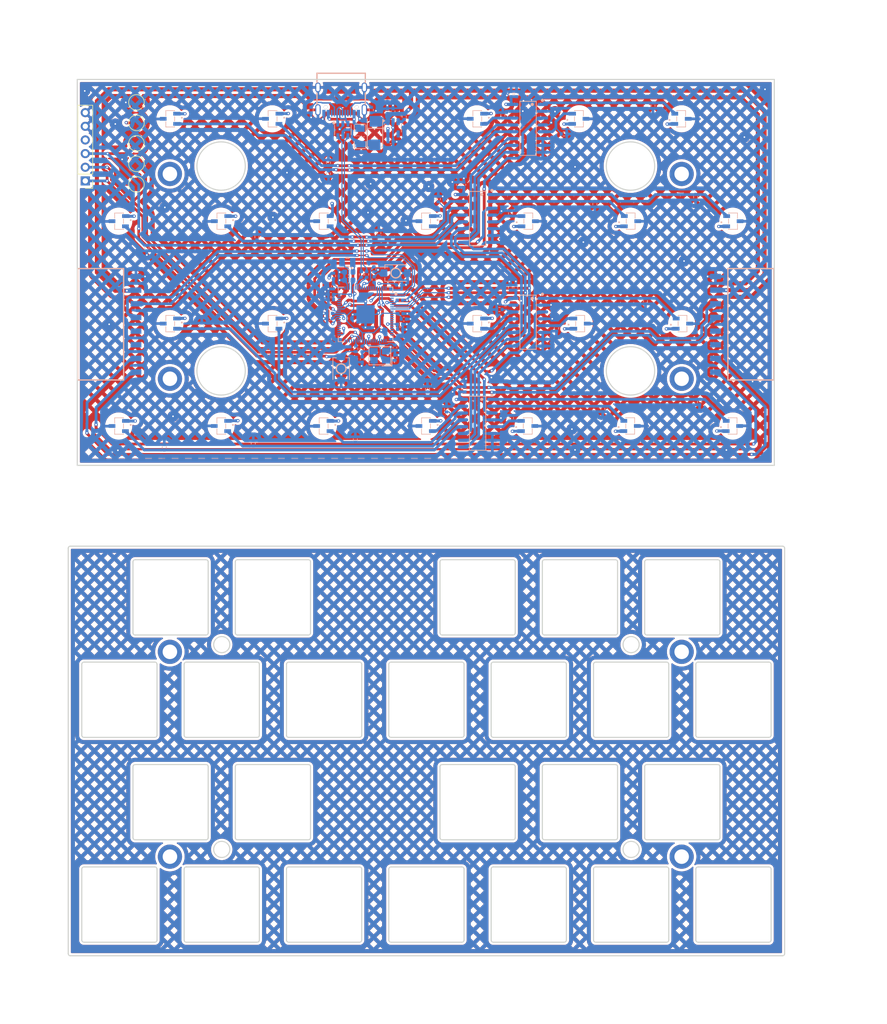
<source format=kicad_pcb>
(kicad_pcb (version 20241229) (generator "pcbnew") (generator_version "9.0")
  (layers (0 "F.Cu" signal "Front") (4 "In1.Cu" power) (6 "In2.Cu" power) (2 "B.Cu" signal "Back") (13 "F.Paste" user) (15 "B.Paste" user) (5 "F.SilkS" user "F.Silkscreen") (7 "B.SilkS" user "B.Silkscreen") (1 "F.Mask" user) (3 "B.Mask" user) (25 "Edge.Cuts" user))
  (net 0 "")
  (net 1 "+3V3")
  (net 2 "GND")
  (net 3 "HEADER_VBUS")
  (net 4 "USB_VBUS")
  (net 5 "DP")
  (net 6 "DN_PRE")
  (net 7 "DN")
  (net 8 "DP_PRE")
  (net 9 "Net-(F2-Pad2)")
  (net 10 "Net-(H0-VOUT)")
  (net 11 "Net-(H1-VOUT)")
  (net 12 "Net-(H3-VOUT)")
  (net 13 "Net-(H4-VOUT)")
  (net 14 "Net-(H5-VOUT)")
  (net 15 "Net-(H6-VOUT)")
  (net 16 "Net-(H7-VOUT)")
  (net 17 "Net-(H10-VOUT)")
  (net 18 "Net-(H11-VOUT)")
  (net 19 "Net-(H12-VOUT)")
  (net 20 "Net-(H14-VOUT)")
  (net 21 "Net-(H15-VOUT)")
  (net 22 "Net-(H16-VOUT)")
  (net 23 "Net-(H17-VOUT)")
  (net 24 "Net-(H18-VOUT)")
  (net 25 "Net-(H19-VOUT)")
  (net 26 "Net-(H20-VOUT)")
  (net 27 "Net-(H22-VOUT)")
  (net 28 "Net-(H23-VOUT)")
  (net 29 "Net-(H26-VOUT)")
  (net 30 "Net-(H27-VOUT)")
  (net 31 "Net-(H28-VOUT)")
  (net 32 "Net-(H30-VOUT)")
  (net 33 "Net-(H31-VOUT)")
  (net 34 "RX_1")
  (net 36 "TX_1")
  (net 38 "AUDIO_L_IN")
  (net 39 "AUDIO_R_IN")
  (net 40 "RX_0")
  (net 42 "TX_0")
  (net 44 "Net-(U1-CC1)")
  (net 45 "Net-(U2-EN)")
  (net 46 "Net-(U1-CC2)")
  (net 47 "R4_OUT")
  (net 48 "R2_OUT")
  (net 49 "SEL_A")
  (net 50 "SEL_C")
  (net 51 "NEO")
  (net 52 "R3_OUT")
  (net 53 "R1_OUT")
  (net 54 "SEL_B")
  (net 86 "SWD_CLK")
  (net 92 "SWD_IO")
  (net 101 "VREG_AVDD")
  (net 102 "Net-(C27-Pad1)")
  (net 103 "XIN")
  (net 104 "VREG_LX")
  (net 105 "Net-(U3-USB_DM)")
  (net 106 "Net-(U3-USB_DP)")
  (net 107 "Net-(U3-QSPI_SS)")
  (net 108 "RP_BOOT")
  (net 109 "XOUT")
  (net 110 "RUN")
  (net 111 "Net-(U3-RUN)")
  (net 112 "+1V1")
  (footprint "TestPoint:TestPoint_Pad_D2.5mm" (layer "F.Cu") (at 38.1 43.18)
    (property "Reference" "TP19" (hide yes))
    (property "Value" "TestPoint")
  )
  (footprint "TestPoint:TestPoint_Pad_D2.5mm" (layer "F.Cu") (at 38.1 31.75)
    (property "Reference" "TP1" (hide yes))
    (property "Value" "TestPoint")
  )
  (footprint "MountingHole:MountingHole_2.7mm_M2.5_ISO7380_Pad_TopBottom" (layer "F.Cu") (at 44.323 133.96)
    (property "Reference" "REF**" (hide yes))
    (property "Value" "MountingHole_2.7mm_M2.5_ISO7380_Pad_TopBottom")
  )
  (footprint "TestPoint:TestPoint_Pad_D2.5mm" (layer "F.Cu") (at 38.1 39.37)
    (property "Reference" "TP17" (hide yes))
    (property "Value" "TestPoint")
  )
  (footprint "MountingHole:MountingHole_2.7mm_M2.5_ISO7380_Pad_TopBottom" (layer "F.Cu") (at 139.58 172.06)
    (property "Reference" "REF**" (hide yes))
    (property "Value" "MountingHole_2.7mm_M2.5_ISO7380_Pad_TopBottom")
  )
  (footprint "MountingHole:MountingHole_2.7mm_M2.5_ISO7380_Pad_TopBottom" (layer "F.Cu") (at 44.33 83.16)
    (property "Reference" "REF**" (hide yes))
    (property "Value" "MountingHole_2.7mm_M2.5_ISO7380_Pad_TopBottom")
  )
  (footprint "MountingHole:MountingHole_2.7mm_M2.5_ISO7380_Pad_TopBottom" (layer "F.Cu") (at 139.58 83.16)
    (property "Reference" "REF**" (hide yes))
    (property "Value" "MountingHole_2.7mm_M2.5_ISO7380_Pad_TopBottom")
  )
  (footprint "MountingHole:MountingHole_2.7mm_M2.5_ISO7380_Pad_TopBottom" (layer "F.Cu") (at 139.58 133.96)
    (property "Reference" "REF**" (hide yes))
    (property "Value" "MountingHole_2.7mm_M2.5_ISO7380_Pad_TopBottom")
  )
  (footprint "TestPoint:TestPoint_Pad_D2.5mm" (layer "F.Cu") (at 38.1 35.56)
    (property "Reference" "TP2" (hide yes))
    (property "Value" "TestPoint")
  )
  (footprint "MountingHole:MountingHole_2.7mm_M2.5_ISO7380_Pad_TopBottom" (layer "F.Cu") (at 44.323 45.06)
    (property "Reference" "REF**" (hide yes))
    (property "Value" "MountingHole_2.7mm_M2.5_ISO7380_Pad_TopBottom")
  )
  (footprint "MountingHole:MountingHole_2.7mm_M2.5_ISO7380_Pad_TopBottom" (layer "F.Cu") (at 44.33 172.06)
    (property "Reference" "REF**" (hide yes))
    (property "Value" "MountingHole_2.7mm_M2.5_ISO7380_Pad_TopBottom")
  )
  (footprint "TestPoint:TestPoint_Pad_D2.5mm" (layer "F.Cu") (at 38.1 46.99)
    (property "Reference" "TP18" (hide yes))
    (property "Value" "TestPoint")
  )
  (footprint "MountingHole:MountingHole_2.7mm_M2.5_ISO7380_Pad_TopBottom" (layer "F.Cu") (at 139.58 45.06)
    (property "Reference" "REF**" (hide yes))
    (property "Value" "MountingHole_2.7mm_M2.5_ISO7380_Pad_TopBottom")
  )
  (footprint "Connector_PinHeader_2.54mm:PinHeader_1x06_P2.54mm_Vertical" (layer "F.Cu") (at 28.575 46.355 180)
    (property "Reference" "J4" (hide yes))
    (property "Value" "Conn_01x06")
  )
  (footprint "Resistor_SMD:R_0402_1005Metric" (layer "B.Cu") (at 95.8088 88.8258 90)
    (property "Reference" "R13" (hide yes))
    (property "Value" "10K")
  )
  (footprint "Capacitor_SMD:C_0402_1005Metric" (layer "B.Cu") (at 87.1702 73.9902 180)
    (property "Reference" "C19" (hide yes))
    (property "Value" "100n")
  )
  (footprint "Resistor_SMD:R_0402_1005Metric" (layer "B.Cu") (at 142.1892 49.3776 -90)
    (property "Reference" "R21" (hide yes))
    (property "Value" "10K")
  )
  (footprint "easyeda2kicad:SOT-23-3_L2.9-W1.6-P1.90-LS2.8-BR-CW" (layer "B.Cu") (at 72.898 53.848)
    (property "Reference" "H18" (hide yes))
    (property "Value" "SLSS49E-3")
  )
  (footprint "easyeda2kicad:SOT-23-3_L2.9-W1.6-P1.90-LS2.8-BR-CW" (layer "B.Cu") (at 110.998 91.948 180)
    (property "Reference" "H3" (hide yes))
    (property "Value" "SLSS49E-3")
  )
  (footprint "easyeda2kicad:SOT-23-3_L2.9-W1.6-P1.90-LS2.8-BR-CW" (layer "B.Cu") (at 53.828 91.948)
    (property "Reference" "H6" (hide yes))
    (property "Value" "SLSS49E-3")
  )
  (footprint "easyeda2kicad:CRYSTAL-SMD_4P-L3.2-W2.5-BL" (layer "B.Cu") (at 83.4002 78.8806 180)
    (property "Reference" "U8" (hide yes))
    (property "Value" "ABM8-272-T3_C20625731")
  )
  (footprint "easyeda2kicad:IND-SMD_L2.0-W1.6_AOTA-B201610S3R3-101-T" (layer "B.Cu") (at 77.359 61.468)
    (property "Reference" "L1" (hide yes))
    (property "Value" "AOTA-B201610S3R3-101-T")
  )
  (footprint "easyeda2kicad:SOT-23-3_L2.9-W1.6-P1.90-LS2.8-BR-CW" (layer "B.Cu") (at 34.798 53.848)
    (property "Reference" "H16" (hide yes))
    (property "Value" "SLSS49E-3")
  )
  (footprint "Resistor_SMD:R_0402_1005Metric" (layer "B.Cu") (at 134.239 32.3596 -90)
    (property "Reference" "R32" (hide yes))
    (property "Value" "10K")
  )
  (footprint "easyeda2kicad:SOT-23-3_L2.9-W1.6-P1.90-LS2.8-BR-CW" (layer "B.Cu") (at 72.878 91.948)
    (property "Reference" "H5" (hide yes))
    (property "Value" "SLSS49E-3")
  )
  (footprint "Resistor_SMD:R_0402_1005Metric" (layer "B.Cu") (at 79.9592 63.754 -90)
    (property "Reference" "R2" (hide yes))
    (property "Value" "27R")
  )
  (footprint "easyeda2kicad:SOIC-16_L9.9-W3.9-P1.27-LS6.0-BL" (layer "B.Cu") (at 110.998 72.644 -90)
    (property "Reference" "U5" (hide yes))
    (property "Value" "CD4051BM96")
  )
  (footprint "easyeda2kicad:SOIC-16_L9.9-W3.9-P1.27-LS6.0-BL" (layer "B.Cu") (at 101.6 53.34 -90)
    (property "Reference" "U6" (hide yes))
    (property "Value" "CD4051BM96")
  )
  (footprint "Capacitor_SMD:C_0402_1005Metric" (layer "B.Cu") (at 107.8342 30.2006 -90)
    (property "Reference" "C7" (hide yes))
    (property "Value" "100n")
  )
  (footprint "easyeda2kicad:SOT-23-3_L2.9-W1.6-P1.90-LS2.8-BR-CW" (layer "B.Cu") (at 63.373 72.898)
    (property "Reference" "H10" (hide yes))
    (property "Value" "SLSS49E-3")
  )
  (footprint "Resistor_SMD:R_0402_1005Metric" (layer "B.Cu") (at 94.2848 49.7332 90)
    (property "Reference" "R20" (hide yes))
    (property "Value" "10K")
  )
  (footprint "easyeda2kicad:QFN-80_L10.0-W10.0-P0.40-TL-EP3.4" (layer "B.Cu") (at 80.7372 71.1786 180)
    (property "Reference" "U3" (hide yes))
    (property "Value" "RP2354B_C39843328")
  )
  (footprint "Resistor_SMD:R_0402_1005Metric" (layer "B.Cu") (at 142.9004 87.4796 -90)
    (property "Reference" "R14" (hide yes))
    (property "Value" "10K")
  )
  (footprint "easyeda2kicad:SOT-23-3_L2.9-W1.6-P1.90-LS2.8-BR-CW" (layer "B.Cu") (at 44.323 72.898)
    (property "Reference" "H15" (hide yes))
    (property "Value" "SLSS49E-3")
  )
  (footprint "easyeda2kicad:SOT-23-3_L2.9-W1.6-P1.90-LS2.8-BR-CW" (layer "B.Cu") (at 111.1035 53.853 180)
    (property "Reference" "H20" (hide yes))
    (property "Value" "SLSS49E-3")
  )
  (footprint "Resistor_SMD:R_0402_1005Metric" (layer "B.Cu") (at 80.9498 63.756 -90)
    (property "Reference" "R6" (hide yes))
    (property "Value" "27R")
  )
  (footprint "Capacitor_SMD:C_0402_1005Metric" (layer "B.Cu") (at 74.069 70.993)
    (property "Reference" "C22" (hide yes))
    (property "Value" "100n")
  )
  (footprint "easyeda2kicad:HDR-SMD_8P-P2.54-H-F-L11.5" (layer "B.Cu") (at 145.8835 73.025 -90)
    (property "Reference" "J3" (hide yes))
    (property "Value" "Conn_01x08")
  )
  (footprint "Capacitor_SMD:C_0402_1005Metric" (layer "B.Cu") (at 98.2218 85.1154 90)
    (property "Reference" "C1" (hide yes))
    (property "Value" "10u")
  )
  (footprint "Capacitor_SMD:C_0402_1005Metric" (layer "B.Cu") (at 80.1116 79.5762 -90)
    (property "Reference" "C27" (hide yes))
    (property "Value" "15p")
  )
  (footprint "Capacitor_SMD:C_0402_1005Metric" (layer "B.Cu") (at 99.2378 85.118 -90)
    (property "Reference" "C2" (hide yes))
    (property "Value" "100n")
  )
  (footprint "easyeda2kicad:SMA_L4.3-W2.6-LS5.2-RD" (layer "B.Cu") (at 82.4992 37.465 -90)
    (property "Reference" "D3" (hide yes))
    (property "Value" "SS34_C8678")
  )
  (footprint "easyeda2kicad:USB-C-SMD_G-SWITCH_GT-USB-7010ASV" (layer "B.Cu") (at 76.198 31.356)
    (property "Reference" "U1" (hide yes))
    (property "Value" "GT-USB-7010ASV")
  )
  (footprint "easyeda2kicad:SOIC-16_L9.9-W3.9-P1.27-LS6.0-BL" (layer "B.Cu") (at 101.6 91.44 -90)
    (property "Reference" "U4" (hide yes))
    (property "Value" "CD4051BM96")
  )
  (footprint "Capacitor_SMD:C_0402_1005Metric" (layer "B.Cu") (at 85.852 33.4238 90)
    (property "Reference" "C11" (hide yes))
    (property "Value" "10u")
  )
  (footprint "Resistor_SMD:R_0402_1005Metric" (layer "B.Cu") (at 74.7776 64.0354 90)
    (property "Reference" "R1" (hide yes))
    (property "Value" "33R")
  )
  (footprint "Resistor_SMD:R_0402_1005Metric" (layer "B.Cu") (at 43.2816 95.9084 90)
    (property "Reference" "R10" (hide yes))
    (property "Value" "10K")
  )
  (footprint "easyeda2kicad:SOT-23-3_L2.9-W1.6-P1.90-LS2.8-BR-CW" (layer "B.Cu") (at 120.523 34.798 180)
    (property "Reference" "H28" (hide yes))
    (property "Value" "SLSS49E-3")
  )
  (footprint "Resistor_SMD:R_0402_1005Metric" (layer "B.Cu") (at 59.8424 95.1718 90)
    (property "Reference" "R11" (hide yes))
    (property "Value" "10K")
  )
  (footprint "easyeda2kicad:SOT-23-3_L2.9-W1.6-P1.90-LS2.8-BR-CW" (layer "B.Cu") (at 44.323 34.798)
    (property "Reference" "H31" (hide yes))
    (property "Value" "SLSS49E-3")
  )
  (footprint "Resistor_SMD:R_0402_1005Metric" (layer "B.Cu") (at 70.612 33.1724 90)
    (property "Reference" "R3" (hide yes))
    (property "Value" "5.1k")
  )
  (footprint "easyeda2kicad:SOT-23-3_L2.9-W1.6-P1.90-LS2.8-BR-CW" (layer "B.Cu") (at 130.0695 91.943 180)
    (property "Reference" "H1" (hide yes))
    (property "Value" "SLSS49E-3")
  )
  (footprint "Capacitor_SMD:C_0402_1005Metric" (layer "B.Cu") (at 99.0346 47.0662 -90)
    (property "Reference" "C3" (hide yes))
    (property "Value" "100n")
  )
  (footprint "easyeda2kicad:SW-SMD_L3.9-W3.0-P4.45" (layer "B.Cu") (at 86.36 63.5)
    (property "Reference" "SW3" (hide yes))
    (property "Value" "RP_BOOT")
  )
  (footprint "Resistor_SMD:R_0402_1005Metric" (layer "B.Cu") (at 81.8134 33.1724 90)
    (property "Reference" "R5" (hide yes))
    (property "Value" "5.1k")
  )
  (footprint "Resistor_SMD:R_0402_1005Metric" (layer "B.Cu") (at 80.1116 77.6204 90)
    (property "Reference" "R8" (hide yes))
    (property "Value" "1K")
  )
  (footprint "Resistor_SMD:R_0402_1005Metric" (layer "B.Cu") (at 78.8416 94.4606 90)
    (property "Reference" "R12" (hide yes))
    (property "Value" "10K")
  )
  (footprint "easyeda2kicad:SOT-23-3_L2.9-W1.6-P1.90-LS2.8-BR-CW" (layer "B.Cu") (at 91.928 91.948)
    (property "Reference" "H4" (hide yes))
    (property "Value" "SLSS49E-3")
  )
  (footprint "easyeda2kicad:SOT-23-3_L2.9-W1.6-P1.90-LS2.8-BR-CW" (layer "B.Cu") (at 53.848 53.848)
    (property "Reference" "H17" (hide yes))
    (property "Value" "SLSS49E-3")
  )
  (footprint "easyeda2kicad:SOT-23-3_L2.9-W1.6-P1.90-LS2.8-BR-CW" (layer "B.Cu") (at 101.473 34.798)
    (property "Reference" "H27" (hide yes))
    (property "Value" "SLSS49E-3")
  )
  (footprint "Capacitor_SMD:C_0603_1608Metric" (layer "B.Cu") (at 77.6224 64.8208)
    (property "Reference" "C12" (hide yes))
    (property "Value" "4.7u")
  )
  (footprint "Resistor_SMD:R_0402_1005Metric" (layer "B.Cu") (at 73.8378 42.9768 90)
    (property "Reference" "R29" (hide yes))
    (property "Value" "10K")
  )
  (footprint "Capacitor_SMD:C_0402_1005Metric" (layer "B.Cu") (at 87.2236 71.0438 180)
    (property "Reference" "C23" (hide yes))
    (property "Value" "100n")
  )
  (footprint "easyeda2kicad:SOIC-16_L9.9-W3.9-P1.27-LS6.0-BL" (layer "B.Cu") (at 110.998 36.576 -90)
    (property "Reference" "U7" (hide yes))
    (property "Value" "CD4051BM96")
  )
  (footprint "Capacitor_SMD:C_0402_1005Metric" (layer "B.Cu") (at 86.995 65.7098 180)
    (property "Reference" "C17" (hide yes))
    (property "Value" "100n")
  )
  (footprint "Capacitor_SMD:C_0402_1005Metric" (layer "B.Cu") (at 86.2076 77.3658 90)
    (property "Reference" "C13" (hide yes))
    (property "Value" "100n")
  )
  (footprint "Capacitor_SMD:C_0402_1005Metric" (layer "B.Cu") (at 85.3948 39.0652)
    (property "Reference" "C24" (hide yes))
    (property "Value" "10u")
  )
  (footprint "Capacitor_SMD:C_0402_1005Metric" (layer "B.Cu") (at 87.8586 72.0598)
    (property "Reference" "C26" (hide yes))
    (property "Value" "4.7u")
  )
  (footprint "Capacitor_SMD:C_0402_1005Metric" (layer "B.Cu") (at 74.2976 67.4878)
    (property "Reference" "C15" (hide yes))
    (property "Value" "100n")
  )
  (footprint "Capacitor_SMD:C_0603_1608Metric" (layer "B.Cu") (at 77.6224 63.3222 180)
    (property "Reference" "C9" (hide yes))
    (property "Value" "4.7u")
  )
  (footprint "Resistor_SMD:R_0402_1005Metric" (layer "B.Cu") (at 87.9348 34.3916 90)
    (property "Reference" "R4" (hide yes))
    (property "Value" "10K")
  )
  (footprint "easyeda2kicad:SOT-23-3_L2.9-W1.6-P1.90-LS2.8-BR-CW" (layer "B.Cu") (at 63.373 34.798)
    (property "Reference" "H26" (hide yes))
    (property "Value" "SLSS49E-3")
  )
  (footprint "Capacitor_SMD:C_0402_1005Metric" (layer "B.Cu") (at 87.1474 68.5546 180)
    (property "Reference" "C18" (hide yes))
    (property "Value" "100n")
  )
  (footprint "Resistor_SMD:R_0402_1005Metric" (layer "B.Cu") (at 40.0304 58.8538 -90)
    (property "Reference" "R17" (hide yes))
    (property "Value" "10K")
  )
  (footprint "Resistor_SMD:R_0402_1005Metric" (layer "B.Cu") (at 107.8992 90.4768 90)
    (property "Reference" "R16" (hide yes))
    (property "Value" "10K")
  )
  (footprint "Capacitor_SMD:C_0402_1005Metric" (layer "B.Cu") (at 98.0044 47.0662 90)
    (property "Reference" "C4" (hide yes))
    (property "Value" "10u")
  )
  (footprint "Capacitor_SMD:C_0402_1005Metric" (layer "B.Cu") (at 74.2976 68.453)
    (property "Reference" "C21" (hide yes))
    (property "Value" "100n")
  )
  (footprint "Resistor_SMD:R_0402_1005Metric" (layer "B.Cu") (at 92.2762 85.088 90)
    (property "Reference" "R24" (hide yes))
    (property "Value" "10K")
  )
  (footprint "easyeda2kicad:SOT-23-3_L2.9-W1.6-P1.90-LS2.8-BR-CW" (layer "B.Cu") (at 139.8055 72.903 180)
    (property "Reference" "H14" (hide yes))
    (property "Value" "SLSS49E-3")
  )
  (footprint "Resistor_SMD:R_0402_1005Metric" (layer "B.Cu") (at 73.8378 45.0108 -90)
    (property "Reference" "R31" (hide yes))
    (property "Value" "10K")
  )
  (footprint "Resistor_SMD:R_0402_1005Metric" (layer "B.Cu") (at 116.2812 73.787 -90)
    (property "Reference" "R28" (hide yes))
    (property "Value" "10K")
  )
  (footprint "Capacitor_SMD:C_0402_1005Metric" (layer "B.Cu") (at 107.696 66.2178 -90)
    (property "Reference" "C5" (hide yes))
    (property "Value" "100n")
  )
  (footprint "Resistor_SMD:R_0402_1005Metric" (layer "B.Cu") (at 123.4186 50.675 -90)
    (property "Reference" "R22" (hide yes))
    (property "Value" "10K")
  )
  (footprint "Capacitor_SMD:C_0402_1005Metric" (layer "B.Cu") (at 74.7522 65.9638 90)
    (property "Reference" "C10" (hide yes))
    (property "Value" "4.7u")
  )
  (footprint "Resistor_SMD:R_0402_1005Metric" (layer "B.Cu") (at 60.5282 56.8178 90)
    (property "Reference" "R18" (hide yes))
    (property "Value" "10K")
  )
  (footprint "Resistor_SMD:R_0402_1005Metric" (layer "B.Cu") (at 124.8918 88.773 -90)
    (property "Reference" "R15" (hide yes))
    (property "Value" "10K")
  )
  (footprint "easyeda2kicad:SOT-23-3_L2.9-W1.6-P1.90-LS2.8-BR-CW" (layer "B.Cu") (at 34.798 91.948)
    (property "Reference" "H7" (hide yes))
    (property "Value" "SLSS49E-3")
  )
  (footprint "Capacitor_SMD:C_0402_1005Metric" (layer "B.Cu") (at 87.1728 73.025 180)
    (property "Reference" "C20" (hide yes))
    (property "Value" "100n")
  )
  (footprint "Capacitor_SMD:C_0402_1005Metric" (layer "B.Cu") (at 108.839 30.2006 90)
    (property "Reference" "C8" (hide yes))
    (property "Value" "10u")
  )
  (footprint "easyeda2kicad:SOT-23-6_L2.9-W1.6-P0.95-LS2.8-BL" (layer "B.Cu") (at 76.52 36.8624)
    (property "Reference" "D2" (hide yes))
    (property "Value" "USBLC6-2SC6")
  )
  (footprint "Capacitor_SMD:C_0402_1005Metric" (layer "B.Cu") (at 82.296 62.7888 90)
    (property "Reference" "C16" (hide yes))
    (property "Value" "100n")
  )
  (footprint "easyeda2kicad:SOT-23-3_L2.9-W1.6-P1.90-LS2.8-BR-CW" (layer "B.Cu") (at 139.5515 34.803 180)
    (property "Reference" "H30" (hide yes))
    (property "Value" "SLSS49E-3")
  )
  (footprint "Capacitor_SMD:C_0402_1005Metric" (layer "B.Cu") (at 84.7852 33.4264 90)
    (property "Reference" "C25" (hide yes))
    (property "Value" "10u")
  )
  (footprint "easyeda2kicad:SOT-23-3_L2.9-W1.6-P1.90-LS2.8-BR-CW" (layer "B.Cu") (at 91.928 53.848)
    (property "Reference" "H19" (hide yes))
    (property "Value" "SLSS49E-3")
  )
  (footprint "easyeda2kicad:F1206" (layer "B.Cu") (at 79.7306 38.0768 90)
    (property "Reference" "F2" (hide yes))
    (property "Value" "BSMD1206-200-6V")
  )
  (footprint "Resistor_SMD:R_0402_1005Metric" (layer "B.Cu") (at 50.2666 73.3024 90)
    (property "Reference" "R26" (hide yes))
    (property "Value" "10K")
  )
  (footprint "Resistor_SMD:R_0402_1005Metric" (layer "B.Cu") (at 82.3214 64.7192 90)
    (property "Reference" "R7" (hide yes))
    (property "Value" "1K")
  )
  (footprint "Resistor_SMD:R_0402_1005Metric" (layer "B.Cu") (at 107.7214 52.3982 90)
    (property "Reference" "R23" (hide yes))
    (property "Value" "10K")
  )
  (footprint "easyeda2kicad:SOT-23-3_L2.9-W1.6-P1.90-LS2.8-BR-CW" (layer "B.Cu") (at 120.7555 72.903 180)
    (property "Reference" "H12" (hide yes))
    (property "Value" "SLSS49E-3")
  )
  (footprint "Package_TO_SOT_SMD:SOT-23-5" (layer "B.Cu") (at 85.852 36.4744 -90)
    (property "Reference" "U2" (hide yes))
    (property "Value" "AP2112K-3.3")
  )
  (footprint "easyeda2kicad:SOT-23-3_L2.9-W1.6-P1.90-LS2.8-BR-CW" (layer "B.Cu") (at 130.155 53.848 180)
    (property "Reference" "H22" (hide yes))
    (property "Value" "SLSS49E-3")
  )
  (footprint "Capacitor_SMD:C_0402_1005Metric" (layer "B.Cu") (at 74.069 71.9836)
    (property "Reference" "C14" (hide yes))
    (property "Value" "100n")
  )
  (footprint "easyeda2kicad:SOT-23-3_L2.9-W1.6-P1.90-LS2.8-BR-CW" (layer "B.Cu") (at 101.473 72.898)
    (property "Reference" "H11" (hide yes))
    (property "Value" "SLSS49E-3")
  )
  (footprint "Resistor_SMD:R_0402_1005Metric" (layer "B.Cu") (at 105.662 70.2818 180)
    (property "Reference" "R25" (hide yes))
    (property "Value" "10K")
  )
  (footprint "Capacitor_SMD:C_0402_1005Metric" (layer "B.Cu") (at 86.2076 79.2454 -90)
    (property "Reference" "C28" (hide yes))
    (property "Value" "15p")
  )
  (footprint "easyeda2kicad:SOT-23-3_L2.9-W1.6-P1.90-LS2.8-BR-CW" (layer "B.Cu") (at 149.118 91.948 180)
    (property "Reference" "H0" (hide yes))
    (property "Value" "SLSS49E-3")
  )
  (footprint "easyeda2kicad:SOT-23-3_L2.9-W1.6-P1.90-LS2.8-BR-CW" (layer "B.Cu") (at 149.2035 53.853 180)
    (property "Reference" "H23" (hide yes))
    (property "Value" "SLSS49E-3")
  )
  (footprint "Resistor_SMD:R_0402_1005Metric" (layer "B.Cu") (at 132.842 68.7324 -90)
    (property "Reference" "R27" (hide yes))
    (property "Value" "10K")
  )
  (footprint "Resistor_SMD:R_0402_1005Metric" (layer "B.Cu") (at 106.299 34.1396 90)
    (property "Reference" "R30" (hide yes))
    (property "Value" "10K")
  )
  (footprint "Capacitor_SMD:C_0402_1005Metric" (layer "B.Cu") (at 108.712 66.2178 90)
    (property "Reference" "C6" (hide yes))
    (property "Value" "10u")
  )
  (footprint "Resistor_SMD:R_0402_1005Metric" (layer "B.Cu") (at 83.2104 56.0598 90)
    (property "Reference" "R19" (hide yes))
    (property "Value" "10K")
  )
  (footprint "Resistor_SMD:R_0402_1005Metric" (layer "B.Cu") (at 117.6782 37.6174)
    (property "Reference" "R33" (hide yes))
    (property "Value" "10K")
  )
  (footprint "easyeda2kicad:SW-SMD_L3.9-W3.0-P4.45" (layer "B.Cu") (at 76.2 81.28 -90)
    (property "Reference" "SW1" (hide yes))
    (property "Value" "RST")
  )
  (footprint "easyeda2kicad:HDR-SMD_8P-P2.54-H-F-L11.5" (layer "B.Cu") (at 38.0125 73.025 90)
    (property "Reference" "J2" (hide yes))
    (property "Value" "Conn_01x08")
  )
  (footprint "Resistor_SMD:R_0402_1005Metric" (layer "B.Cu") (at 78.9432 77.599 90)
    (property "Reference" "R9" (hide yes))
    (property "Value" "1K")
  )
  (gr_line (start 104.525 187.975) (end 117.725 187.975) (stroke (width 0.2)) (layer "Edge.Cuts"))
  (gr_line (start 94.6 155.325) (end 94.6 168.525) (stroke (width 0.2)) (layer "Edge.Cuts"))
  (gr_line (start 70.5 155.325) (end 70.5 168.525) (stroke (width 0.2)) (layer "Edge.Cuts"))
  (gr_arc (start 123.575 149.875) (mid 123.292157 149.757843) (end 123.175 149.475) (stroke (width 0.2)) (layer "Edge.Cuts"))
  (gr_circle (center 130.175 132.615905) (end 131.675 132.615905) (stroke (width 0.2)) (fill no) (layer "Edge.Cuts"))
  (gr_line (start 137.175 187.575) (end 137.175 174.375) (stroke (width 0.2)) (layer "Edge.Cuts"))
  (gr_line (start 156.225 149.475) (end 156.225 136.275) (stroke (width 0.2)) (layer "Edge.Cuts"))
  (gr_arc (start 158.75 190.1) (mid 158.632843 190.382843) (end 158.35 190.5) (stroke (width 0.2)) (layer "Edge.Cuts"))
  (gr_arc (start 137.175 149.475) (mid 137.057843 149.757843) (end 136.775 149.875) (stroke (width 0.2)) (layer "Edge.Cuts"))
  (gr_arc (start 46.975 174.375) (mid 47.092157 174.092157) (end 47.375 173.975) (stroke (width 0.2)) (layer "Edge.Cuts"))
  (gr_line (start 85.475 173.975) (end 98.675 173.975) (stroke (width 0.2)) (layer "Edge.Cuts"))
  (gr_circle (center 130.175 170.715905) (end 131.675 170.715905) (stroke (width 0.2)) (fill no) (layer "Edge.Cuts"))
  (gr_line (start 46.975 149.475) (end 46.975 136.275) (stroke (width 0.2)) (layer "Edge.Cuts"))
  (gr_arc (start 79.625 135.875) (mid 79.907843 135.992157) (end 80.025 136.275) (stroke (width 0.2)) (layer "Edge.Cuts"))
  (gr_line (start 28.325 187.975) (end 41.525 187.975) (stroke (width 0.2)) (layer "Edge.Cuts"))
  (gr_arc (start 98.675 173.975) (mid 98.957843 174.092157) (end 99.075 174.375) (stroke (width 0.2)) (layer "Edge.Cuts"))
  (gr_line (start 95 154.925) (end 108.2 154.925) (stroke (width 0.2)) (layer "Edge.Cuts"))
  (gr_line (start 113.65 117.225) (end 113.65 130.425) (stroke (width 0.2)) (layer "Edge.Cuts"))
  (gr_arc (start 136.775 173.975) (mid 137.057843 174.092157) (end 137.175 174.375) (stroke (width 0.2)) (layer "Edge.Cuts"))
  (gr_line (start 127.65 155.325) (end 127.65 168.525) (stroke (width 0.2)) (layer "Edge.Cuts"))
  (gr_line (start 118.125 187.575) (end 118.125 174.375) (stroke (width 0.2)) (layer "Edge.Cuts"))
  (gr_line (start 85.475 135.875) (end 98.675 135.875) (stroke (width 0.2)) (layer "Edge.Cuts"))
  (gr_arc (start 28.325 149.875) (mid 28.042157 149.757843) (end 27.925 149.475) (stroke (width 0.2)) (layer "Edge.Cuts"))
  (gr_line (start 118.125 149.475) (end 118.125 136.275) (stroke (width 0.2)) (layer "Edge.Cuts"))
  (gr_line (start 25.8 190.5) (end 158.35 190.5) (stroke (width 0.2)) (layer "Edge.Cuts"))
  (gr_arc (start 127.25 154.925) (mid 127.532843 155.042157) (end 127.65 155.325) (stroke (width 0.2)) (layer "Edge.Cuts"))
  (gr_line (start 70.5 117.225) (end 70.5 130.425) (stroke (width 0.2)) (layer "Edge.Cuts"))
  (gr_arc (start 79.625 173.975) (mid 79.907843 174.092157) (end 80.025 174.375) (stroke (width 0.2)) (layer "Edge.Cuts"))
  (gr_line (start 37.45 117.225) (end 37.45 130.425) (stroke (width 0.2)) (layer "Edge.Cuts"))
  (gr_arc (start 80.025 187.575) (mid 79.907843 187.857843) (end 79.625 187.975) (stroke (width 0.2)) (layer "Edge.Cuts"))
  (gr_arc (start 108.6 168.525) (mid 108.482843 168.807843) (end 108.2 168.925) (stroke (width 0.2)) (layer "Edge.Cuts"))
  (gr_line (start 27.08 99.275905) (end 156.83 99.275905) (stroke (width 0.2)) (layer "Edge.Cuts"))
  (gr_arc (start 123.175 174.375) (mid 123.292157 174.092157) (end 123.575 173.975) (stroke (width 0.2)) (layer "Edge.Cuts"))
  (gr_line (start 47.375 149.875) (end 60.575 149.875) (stroke (width 0.2)) (layer "Edge.Cuts"))
  (gr_arc (start 104.125 174.375) (mid 104.242157 174.092157) (end 104.525 173.975) (stroke (width 0.2)) (layer "Edge.Cuts"))
  (gr_line (start 123.175 149.475) (end 123.175 136.275) (stroke (width 0.2)) (layer "Edge.Cuts"))
  (gr_line (start 28.325 149.875) (end 41.525 149.875) (stroke (width 0.2)) (layer "Edge.Cuts"))
  (gr_line (start 156.83 27.475905) (end 156.83 99.275905) (stroke (width 0.2)) (layer "Edge.Cuts"))
  (gr_line (start 46.975 187.575) (end 46.975 174.375) (stroke (width 0.2)) (layer "Edge.Cuts"))
  (gr_line (start 94.6 117.225) (end 94.6 130.425) (stroke (width 0.2)) (layer "Edge.Cuts"))
  (gr_arc (start 66.025 136.275) (mid 66.142157 135.992157) (end 66.425 135.875) (stroke (width 0.2)) (layer "Edge.Cuts"))
  (gr_line (start 56.9 130.825) (end 70.1 130.825) (stroke (width 0.2)) (layer "Edge.Cuts"))
  (gr_arc (start 56.5 117.225) (mid 56.617157 116.942157) (end 56.9 116.825) (stroke (width 0.2)) (layer "Edge.Cuts"))
  (gr_arc (start 85.075 174.375) (mid 85.192157 174.092157) (end 85.475 173.975) (stroke (width 0.2)) (layer "Edge.Cuts"))
  (gr_arc (start 60.975 149.475) (mid 60.857843 149.757843) (end 60.575 149.875) (stroke (width 0.2)) (layer "Edge.Cuts"))
  (gr_line (start 142.625 149.875) (end 155.825 149.875) (stroke (width 0.2)) (layer "Edge.Cuts"))
  (gr_arc (start 94.6 155.325) (mid 94.717157 155.042157) (end 95 154.925) (stroke (width 0.2)) (layer "Edge.Cuts"))
  (gr_line (start 27.925 187.575) (end 27.925 174.375) (stroke (width 0.2)) (layer "Edge.Cuts"))
  (gr_arc (start 114.05 168.925) (mid 113.767157 168.807843) (end 113.65 168.525) (stroke (width 0.2)) (layer "Edge.Cuts"))
  (gr_line (start 47.375 187.975) (end 60.575 187.975) (stroke (width 0.2)) (layer "Edge.Cuts"))
  (gr_arc (start 41.525 173.975) (mid 41.807843 174.092157) (end 41.925 174.375) (stroke (width 0.2)) (layer "Edge.Cuts"))
  (gr_line (start 41.925 149.475) (end 41.925 136.275) (stroke (width 0.2)) (layer "Edge.Cuts"))
  (gr_line (start 37.45 155.325) (end 37.45 168.525) (stroke (width 0.2)) (layer "Edge.Cuts"))
  (gr_arc (start 127.25 116.825) (mid 127.532843 116.942157) (end 127.65 117.225) (stroke (width 0.2)) (layer "Edge.Cuts"))
  (gr_arc (start 46.975 136.275) (mid 47.092157 135.992157) (end 47.375 135.875) (stroke (width 0.2)) (layer "Edge.Cuts"))
  (gr_arc (start 113.65 155.325) (mid 113.767157 155.042157) (end 114.05 154.925) (stroke (width 0.2)) (layer "Edge.Cuts"))
  (gr_line (start 99.075 149.475) (end 99.075 136.275) (stroke (width 0.2)) (layer "Edge.Cuts"))
  (gr_arc (start 99.075 149.475) (mid 98.957843 149.757843) (end 98.675 149.875) (stroke (width 0.2)) (layer "Edge.Cuts"))
  (gr_line (start 85.475 187.975) (end 98.675 187.975) (stroke (width 0.2)) (layer "Edge.Cuts"))
  (gr_line (start 114.05 168.925) (end 127.25 168.925) (stroke (width 0.2)) (layer "Edge.Cuts"))
  (gr_line (start 56.5 117.225) (end 56.5 130.425) (stroke (width 0.2)) (layer "Edge.Cuts"))
  (gr_line (start 80.025 149.475) (end 80.025 136.275) (stroke (width 0.2)) (layer "Edge.Cuts"))
  (gr_arc (start 47.375 149.875) (mid 47.092157 149.757843) (end 46.975 149.475) (stroke (width 0.2)) (layer "Edge.Cuts"))
  (gr_arc (start 66.425 187.975) (mid 66.142157 187.857843) (end 66.025 187.575) (stroke (width 0.2)) (layer "Edge.Cuts"))
  (gr_line (start 123.175 187.575) (end 123.175 174.375) (stroke (width 0.2)) (layer "Edge.Cuts"))
  (gr_line (start 85.075 187.575) (end 85.075 174.375) (stroke (width 0.2)) (layer "Edge.Cuts"))
  (gr_line (start 60.975 149.475) (end 60.975 136.275) (stroke (width 0.2)) (layer "Edge.Cuts"))
  (gr_circle (center 53.855 43.59181) (end 58.355 43.59181) (stroke (width 0.2)) (fill no) (layer "Edge.Cuts"))
  (gr_line (start 27.08 27.475905) (end 27.08 99.275905) (stroke (width 0.2)) (layer "Edge.Cuts"))
  (gr_line (start 142.225 149.475) (end 142.225 136.275) (stroke (width 0.2)) (layer "Edge.Cuts"))
  (gr_arc (start 80.025 149.475) (mid 79.907843 149.757843) (end 79.625 149.875) (stroke (width 0.2)) (layer "Edge.Cuts"))
  (gr_line (start 123.575 187.975) (end 136.775 187.975) (stroke (width 0.2)) (layer "Edge.Cuts"))
  (gr_arc (start 70.5 130.425) (mid 70.382843 130.707843) (end 70.1 130.825) (stroke (width 0.2)) (layer "Edge.Cuts"))
  (gr_arc (start 56.9 130.825) (mid 56.617157 130.707843) (end 56.5 130.425) (stroke (width 0.2)) (layer "Edge.Cuts"))
  (gr_arc (start 25.8 190.5) (mid 25.517157 190.382843) (end 25.4 190.1) (stroke (width 0.2)) (layer "Edge.Cuts"))
  (gr_arc (start 95 168.925) (mid 94.717157 168.807843) (end 94.6 168.525) (stroke (width 0.2)) (layer "Edge.Cuts"))
  (gr_arc (start 104.525 187.975) (mid 104.242157 187.857843) (end 104.125 187.575) (stroke (width 0.2)) (layer "Edge.Cuts"))
  (gr_arc (start 41.925 149.475) (mid 41.807843 149.757843) (end 41.525 149.875) (stroke (width 0.2)) (layer "Edge.Cuts"))
  (gr_line (start 104.525 135.875) (end 117.725 135.875) (stroke (width 0.2)) (layer "Edge.Cuts"))
  (gr_line (start 56.5 155.325) (end 56.5 168.525) (stroke (width 0.2)) (layer "Edge.Cuts"))
  (gr_arc (start 85.475 187.975) (mid 85.192157 187.857843) (end 85.075 187.575) (stroke (width 0.2)) (layer "Edge.Cuts"))
  (gr_line (start 41.925 187.575) (end 41.925 174.375) (stroke (width 0.2)) (layer "Edge.Cuts"))
  (gr_arc (start 132.7 155.325) (mid 132.817157 155.042157) (end 133.1 154.925) (stroke (width 0.2)) (layer "Edge.Cuts"))
  (gr_line (start 27.08 27.475905) (end 156.83 27.475905) (stroke (width 0.2)) (layer "Edge.Cuts"))
  (gr_arc (start 142.225 136.275) (mid 142.342157 135.992157) (end 142.625 135.875) (stroke (width 0.2)) (layer "Edge.Cuts"))
  (gr_line (start 28.325 135.875) (end 41.525 135.875) (stroke (width 0.2)) (layer "Edge.Cuts"))
  (gr_arc (start 113.65 117.225) (mid 113.767157 116.942157) (end 114.05 116.825) (stroke (width 0.2)) (layer "Edge.Cuts"))
  (gr_line (start 95 168.925) (end 108.2 168.925) (stroke (width 0.2)) (layer "Edge.Cuts"))
  (gr_line (start 47.375 135.875) (end 60.575 135.875) (stroke (width 0.2)) (layer "Edge.Cuts"))
  (gr_arc (start 25.4 114.7) (mid 25.517157 114.417157) (end 25.8 114.3) (stroke (width 0.2)) (layer "Edge.Cuts"))
  (gr_line (start 99.075 187.575) (end 99.075 174.375) (stroke (width 0.2)) (layer "Edge.Cuts"))
  (gr_circle (center 53.855 81.69181) (end 58.355 81.69181) (stroke (width 0.2)) (fill no) (layer "Edge.Cuts"))
  (gr_line (start 60.975 187.575) (end 60.975 174.375) (stroke (width 0.2)) (layer "Edge.Cuts"))
  (gr_arc (start 37.45 117.225) (mid 37.567157 116.942157) (end 37.85 116.825) (stroke (width 0.2)) (layer "Edge.Cuts"))
  (gr_line (start 142.225 187.575) (end 142.225 174.375) (stroke (width 0.2)) (layer "Edge.Cuts"))
  (gr_arc (start 70.1 154.925) (mid 70.382843 155.042157) (end 70.5 155.325) (stroke (width 0.2)) (layer "Edge.Cuts"))
  (gr_arc (start 156.225 149.475) (mid 156.107843 149.757843) (end 155.825 149.875) (stroke (width 0.2)) (layer "Edge.Cuts"))
  (gr_line (start 47.375 173.975) (end 60.575 173.975) (stroke (width 0.2)) (layer "Edge.Cuts"))
  (gr_arc (start 60.975 187.575) (mid 60.857843 187.857843) (end 60.575 187.975) (stroke (width 0.2)) (layer "Edge.Cuts"))
  (gr_line (start 104.125 187.575) (end 104.125 174.375) (stroke (width 0.2)) (layer "Edge.Cuts"))
  (gr_line (start 66.425 173.975) (end 79.625 173.975) (stroke (width 0.2)) (layer "Edge.Cuts"))
  (gr_line (start 56.9 154.925) (end 70.1 154.925) (stroke (width 0.2)) (layer "Edge.Cuts"))
  (gr_line (start 123.575 173.975) (end 136.775 173.975) (stroke (width 0.2)) (layer "Edge.Cuts"))
  (gr_arc (start 117.725 173.975) (mid 118.007843 174.092157) (end 118.125 174.375) (stroke (width 0.2)) (layer "Edge.Cuts"))
  (gr_arc (start 146.7 168.525) (mid 146.582843 168.807843) (end 146.3 168.925) (stroke (width 0.2)) (layer "Edge.Cuts"))
  (gr_line (start 56.9 168.925) (end 70.1 168.925) (stroke (width 0.2)) (layer "Edge.Cuts"))
  (gr_line (start 25.8 114.3) (end 158.35 114.3) (stroke (width 0.2)) (layer "Edge.Cuts"))
  (gr_arc (start 118.125 187.575) (mid 118.007843 187.857843) (end 117.725 187.975) (stroke (width 0.2)) (layer "Edge.Cuts"))
  (gr_arc (start 51.45 168.525) (mid 51.332843 168.807843) (end 51.05 168.925) (stroke (width 0.2)) (layer "Edge.Cuts"))
  (gr_arc (start 146.7 130.425) (mid 146.582843 130.707843) (end 146.3 130.825) (stroke (width 0.2)) (layer "Edge.Cuts"))
  (gr_arc (start 104.525 149.875) (mid 104.242157 149.757843) (end 104.125 149.475) (stroke (width 0.2)) (layer "Edge.Cuts"))
  (gr_arc (start 114.05 130.825) (mid 113.767157 130.707843) (end 113.65 130.425) (stroke (width 0.2)) (layer "Edge.Cuts"))
  (gr_line (start 37.85 116.825) (end 51.05 116.825) (stroke (width 0.2)) (layer "Edge.Cuts"))
  (gr_arc (start 108.2 116.825) (mid 108.482843 116.942157) (end 108.6 117.225) (stroke (width 0.2)) (layer "Edge.Cuts"))
  (gr_line (start 142.625 173.975) (end 155.825 173.975) (stroke (width 0.2)) (layer "Edge.Cuts"))
  (gr_arc (start 37.85 130.825) (mid 37.567157 130.707843) (end 37.45 130.425) (stroke (width 0.2)) (layer "Edge.Cuts"))
  (gr_circle (center 53.975 132.615905) (end 55.475 132.615905) (stroke (width 0.2)) (fill no) (layer "Edge.Cuts"))
  (gr_line (start 123.575 135.875) (end 136.775 135.875) (stroke (width 0.2)) (layer "Edge.Cuts"))
  (gr_arc (start 98.675 135.875) (mid 98.957843 135.992157) (end 99.075 136.275) (stroke (width 0.2)) (layer "Edge.Cuts"))
  (gr_line (start 156.225 187.575) (end 156.225 174.375) (stroke (width 0.2)) (layer "Edge.Cuts"))
  (gr_line (start 133.1 168.925) (end 146.3 168.925) (stroke (width 0.2)) (layer "Edge.Cuts"))
  (gr_arc (start 70.1 116.825) (mid 70.382843 116.942157) (end 70.5 117.225) (stroke (width 0.2)) (layer "Edge.Cuts"))
  (gr_arc (start 27.925 174.375) (mid 28.042157 174.092157) (end 28.325 173.975) (stroke (width 0.2)) (layer "Edge.Cuts"))
  (gr_line (start 56.9 116.825) (end 70.1 116.825) (stroke (width 0.2)) (layer "Edge.Cuts"))
  (gr_arc (start 136.775 135.875) (mid 137.057843 135.992157) (end 137.175 136.275) (stroke (width 0.2)) (layer "Edge.Cuts"))
  (gr_line (start 95 130.825) (end 108.2 130.825) (stroke (width 0.2)) (layer "Edge.Cuts"))
  (gr_line (start 66.425 149.875) (end 79.625 149.875) (stroke (width 0.2)) (layer "Edge.Cuts"))
  (gr_line (start 37.85 154.925) (end 51.05 154.925) (stroke (width 0.2)) (layer "Edge.Cuts"))
  (gr_arc (start 94.6 117.225) (mid 94.717157 116.942157) (end 95 116.825) (stroke (width 0.2)) (layer "Edge.Cuts"))
  (gr_arc (start 156.225 187.575) (mid 156.107843 187.857843) (end 155.825 187.975) (stroke (width 0.2)) (layer "Edge.Cuts"))
  (gr_arc (start 85.475 149.875) (mid 85.192157 149.757843) (end 85.075 149.475) (stroke (width 0.2)) (layer "Edge.Cuts"))
  (gr_arc (start 108.6 130.425) (mid 108.482843 130.707843) (end 108.2 130.825) (stroke (width 0.2)) (layer "Edge.Cuts"))
  (gr_line (start 85.075 149.475) (end 85.075 136.275) (stroke (width 0.2)) (layer "Edge.Cuts"))
  (gr_arc (start 133.1 168.925) (mid 132.817157 168.807843) (end 132.7 168.525) (stroke (width 0.2)) (layer "Edge.Cuts"))
  (gr_arc (start 85.075 136.275) (mid 85.192157 135.992157) (end 85.475 135.875) (stroke (width 0.2)) (layer "Edge.Cuts"))
  (gr_arc (start 51.05 154.925) (mid 51.332843 155.042157) (end 51.45 155.325) (stroke (width 0.2)) (layer "Edge.Cuts"))
  (gr_line (start 133.1 154.925) (end 146.3 154.925) (stroke (width 0.2)) (layer "Edge.Cuts"))
  (gr_arc (start 51.45 130.425) (mid 51.332843 130.707843) (end 51.05 130.825) (stroke (width 0.2)) (layer "Edge.Cuts"))
  (gr_circle (center 130.055 81.69181) (end 134.555 81.69181) (stroke (width 0.2)) (fill no) (layer "Edge.Cuts"))
  (gr_line (start 37.85 130.825) (end 51.05 130.825) (stroke (width 0.2)) (layer "Edge.Cuts"))
  (gr_arc (start 56.5 155.325) (mid 56.617157 155.042157) (end 56.9 154.925) (stroke (width 0.2)) (layer "Edge.Cuts"))
  (gr_arc (start 132.7 117.225) (mid 132.817157 116.942157) (end 133.1 116.825) (stroke (width 0.2)) (layer "Edge.Cuts"))
  (gr_line (start 127.65 117.225) (end 127.65 130.425) (stroke (width 0.2)) (layer "Edge.Cuts"))
  (gr_arc (start 142.625 149.875) (mid 142.342157 149.757843) (end 142.225 149.475) (stroke (width 0.2)) (layer "Edge.Cuts"))
  (gr_arc (start 95 130.825) (mid 94.717157 130.707843) (end 94.6 130.425) (stroke (width 0.2)) (layer "Edge.Cuts"))
  (gr_arc (start 133.1 130.825) (mid 132.817157 130.707843) (end 132.7 130.425) (stroke (width 0.2)) (layer "Edge.Cuts"))
  (gr_line (start 37.85 168.925) (end 51.05 168.925) (stroke (width 0.2)) (layer "Edge.Cuts"))
  (gr_line (start 95 116.825) (end 108.2 116.825) (stroke (width 0.2)) (layer "Edge.Cuts"))
  (gr_arc (start 51.05 116.825) (mid 51.332843 116.942157) (end 51.45 117.225) (stroke (width 0.2)) (layer "Edge.Cuts"))
  (gr_arc (start 142.225 174.375) (mid 142.342157 174.092157) (end 142.625 173.975) (stroke (width 0.2)) (layer "Edge.Cuts"))
  (gr_line (start 142.625 187.975) (end 155.825 187.975) (stroke (width 0.2)) (layer "Edge.Cuts"))
  (gr_arc (start 123.175 136.275) (mid 123.292157 135.992157) (end 123.575 135.875) (stroke (width 0.2)) (layer "Edge.Cuts"))
  (gr_line (start 133.1 130.825) (end 146.3 130.825) (stroke (width 0.2)) (layer "Edge.Cuts"))
  (gr_line (start 132.7 117.225) (end 132.7 130.425) (stroke (width 0.2)) (layer "Edge.Cuts"))
  (gr_arc (start 137.175 187.575) (mid 137.057843 187.857843) (end 136.775 187.975) (stroke (width 0.2)) (layer "Edge.Cuts"))
  (gr_line (start 132.7 155.325) (end 132.7 168.525) (stroke (width 0.2)) (layer "Edge.Cuts"))
  (gr_line (start 146.7 117.225) (end 146.7 130.425) (stroke (width 0.2)) (layer "Edge.Cuts"))
  (gr_line (start 142.625 135.875) (end 155.825 135.875) (stroke (width 0.2)) (layer "Edge.Cuts"))
  (gr_line (start 80.025 187.575) (end 80.025 174.375) (stroke (width 0.2)) (layer "Edge.Cuts"))
  (gr_line (start 104.525 149.875) (end 117.725 149.875) (stroke (width 0.2)) (layer "Edge.Cuts"))
  (gr_line (start 66.025 187.575) (end 66.025 174.375) (stroke (width 0.2)) (layer "Edge.Cuts"))
  (gr_line (start 51.45 155.325) (end 51.45 168.525) (stroke (width 0.2)) (layer "Edge.Cuts"))
  (gr_line (start 146.7 155.325) (end 146.7 168.525) (stroke (width 0.2)) (layer "Edge.Cuts"))
  (gr_arc (start 146.3 154.925) (mid 146.582843 155.042157) (end 146.7 155.325) (stroke (width 0.2)) (layer "Edge.Cuts"))
  (gr_line (start 27.925 149.475) (end 27.925 136.275) (stroke (width 0.2)) (layer "Edge.Cuts"))
  (gr_line (start 158.75 114.7) (end 158.75 190.1) (stroke (width 0.2)) (layer "Edge.Cuts"))
  (gr_arc (start 60.575 173.975) (mid 60.857843 174.092157) (end 60.975 174.375) (stroke (width 0.2)) (layer "Edge.Cuts"))
  (gr_arc (start 70.5 168.525) (mid 70.382843 168.807843) (end 70.1 168.925) (stroke (width 0.2)) (layer "Edge.Cuts"))
  (gr_arc (start 41.525 135.875) (mid 41.807843 135.992157) (end 41.925 136.275) (stroke (width 0.2)) (layer "Edge.Cuts"))
  (gr_line (start 66.025 149.475) (end 66.025 136.275) (stroke (width 0.2)) (layer "Edge.Cuts"))
  (gr_arc (start 155.825 173.975) (mid 156.107843 174.092157) (end 156.225 174.375) (stroke (width 0.2)) (layer "Edge.Cuts"))
  (gr_arc (start 127.65 130.425) (mid 127.532843 130.707843) (end 127.25 130.825) (stroke (width 0.2)) (layer "Edge.Cuts"))
  (gr_line (start 114.05 154.925) (end 127.25 154.925) (stroke (width 0.2)) (layer "Edge.Cuts"))
  (gr_arc (start 117.725 135.875) (mid 118.007843 135.992157) (end 118.125 136.275) (stroke (width 0.2)) (layer "Edge.Cuts"))
  (gr_line (start 114.05 130.825) (end 127.25 130.825) (stroke (width 0.2)) (layer "Edge.Cuts"))
  (gr_arc (start 60.575 135.875) (mid 60.857843 135.992157) (end 60.975 136.275) (stroke (width 0.2)) (layer "Edge.Cuts"))
  (gr_arc (start 104.125 136.275) (mid 104.242157 135.992157) (end 104.525 135.875) (stroke (width 0.2)) (layer "Edge.Cuts"))
  (gr_arc (start 146.3 116.825) (mid 146.582843 116.942157) (end 146.7 117.225) (stroke (width 0.2)) (layer "Edge.Cuts"))
  (gr_arc (start 27.925 136.275) (mid 28.042157 135.992157) (end 28.325 135.875) (stroke (width 0.2)) (layer "Edge.Cuts"))
  (gr_circle (center 130.055 43.59181) (end 134.555 43.59181) (stroke (width 0.2)) (fill no) (layer "Edge.Cuts"))
  (gr_line (start 137.175 149.475) (end 137.175 136.275) (stroke (width 0.2)) (layer "Edge.Cuts"))
  (gr_line (start 51.45 117.225) (end 51.45 130.425) (stroke (width 0.2)) (layer "Edge.Cuts"))
  (gr_line (start 113.65 155.325) (end 113.65 168.525) (stroke (width 0.2)) (layer "Edge.Cuts"))
  (gr_arc (start 99.075 187.575) (mid 98.957843 187.857843) (end 98.675 187.975) (stroke (width 0.2)) (layer "Edge.Cuts"))
  (gr_arc (start 37.85 168.925) (mid 37.567157 168.807843) (end 37.45 168.525) (stroke (width 0.2)) (layer "Edge.Cuts"))
  (gr_circle (center 53.975 170.715905) (end 55.475 170.715905) (stroke (width 0.2)) (fill no) (layer "Edge.Cuts"))
  (gr_line (start 123.575 149.875) (end 136.775 149.875) (stroke (width 0.2)) (layer "Edge.Cuts"))
  (gr_arc (start 123.575 187.975) (mid 123.292157 187.857843) (end 123.175 187.575) (stroke (width 0.2)) (layer "Edge.Cuts"))
  (gr_arc (start 47.375 187.975) (mid 47.092157 187.857843) (end 46.975 187.575) (stroke (width 0.2)) (layer "Edge.Cuts"))
  (gr_arc (start 66.425 149.875) (mid 66.142157 149.757843) (end 66.025 149.475) (stroke (width 0.2)) (layer "Edge.Cuts"))
  (gr_line (start 114.05 116.825) (end 127.25 116.825) (stroke (width 0.2)) (layer "Edge.Cuts"))
  (gr_arc (start 56.9 168.925) (mid 56.617157 168.807843) (end 56.5 168.525) (stroke (width 0.2)) (layer "Edge.Cuts"))
  (gr_arc (start 127.65 168.525) (mid 127.532843 168.807843) (end 127.25 168.925) (stroke (width 0.2)) (layer "Edge.Cuts"))
  (gr_arc (start 66.025 174.375) (mid 66.142157 174.092157) (end 66.425 173.975) (stroke (width 0.2)) (layer "Edge.Cuts"))
  (gr_line (start 28.325 173.975) (end 41.525 173.975) (stroke (width 0.2)) (layer "Edge.Cuts"))
  (gr_arc (start 108.2 154.925) (mid 108.482843 155.042157) (end 108.6 155.325) (stroke (width 0.2)) (layer "Edge.Cuts"))
  (gr_line (start 108.6 155.325) (end 108.6 168.525) (stroke (width 0.2)) (layer "Edge.Cuts"))
  (gr_line (start 66.425 135.875) (end 79.625 135.875) (stroke (width 0.2)) (layer "Edge.Cuts"))
  (gr_arc (start 118.125 149.475) (mid 118.007843 149.757843) (end 117.725 149.875) (stroke (width 0.2)) (layer "Edge.Cuts"))
  (gr_arc (start 142.625 187.975) (mid 142.342157 187.857843) (end 142.225 187.575) (stroke (width 0.2)) (layer "Edge.Cuts"))
  (gr_arc (start 41.925 187.575) (mid 41.807843 187.857843) (end 41.525 187.975) (stroke (width 0.2)) (layer "Edge.Cuts"))
  (gr_line (start 66.425 187.975) (end 79.625 187.975) (stroke (width 0.2)) (layer "Edge.Cuts"))
  (gr_line (start 104.525 173.975) (end 117.725 173.975) (stroke (width 0.2)) (layer "Edge.Cuts"))
  (gr_line (start 85.475 149.875) (end 98.675 149.875) (stroke (width 0.2)) (layer "Edge.Cuts"))
  (gr_arc (start 37.45 155.325) (mid 37.567157 155.042157) (end 37.85 154.925) (stroke (width 0.2)) (layer "Edge.Cuts"))
  (gr_arc (start 28.325 187.975) (mid 28.042157 187.857843) (end 27.925 187.575) (stroke (width 0.2)) (layer "Edge.Cuts"))
  (gr_line (start 108.6 117.225) (end 108.6 130.425) (stroke (width 0.2)) (layer "Edge.Cuts"))
  (gr_line (start 25.4 114.7) (end 25.4 190.1) (stroke (width 0.2)) (layer "Edge.Cuts"))
  (gr_arc (start 155.825 135.875) (mid 156.107843 135.992157) (end 156.225 136.275) (stroke (width 0.2)) (layer "Edge.Cuts"))
  (gr_line (start 104.125 149.475) (end 104.125 136.275) (stroke (width 0.2)) (layer "Edge.Cuts"))
  (gr_line (start 133.1 116.825) (end 146.3 116.825) (stroke (width 0.2)) (layer "Edge.Cuts"))
  (gr_arc (start 158.35 114.3) (mid 158.632843 114.417157) (end 158.75 114.7) (stroke (width 0.2)) (layer "Edge.Cuts"))
  (segment (start 38.1 35.56) (end 36.2458 35.56) (width 0.508) (layer "F.Cu") (net 1))
  (segment (start 36.2458 35.56) (end 36.195 35.5092) (width 0.508) (layer "F.Cu") (net 1))
  (via (at 47.1192 33.8684) (size 0.6) (drill 0.3) (layers "F.Cu" "B.Cu") (net 1))
  (via (at 75.7196 91.0184) (size 0.6) (drill 0.3) (layers "F.Cu" "B.Cu") (net 1))
  (via (at 94.6172 52.8676) (size 0.6) (drill 0.3) (layers "F.Cu" "B.Cu") (net 1))
  (via (at 81.3308 75.2602) (size 0.6) (drill 0.3) (layers "F.Cu" "B.Cu") (net 1))
  (via (at 127.328 54.8284) (size 0.6) (drill 0.3) (layers "F.Cu" "B.Cu") (net 1))
  (via (at 73.957667 64.388883) (size 0.6) (drill 0.3) (layers "F.Cu" "B.Cu") (net 1))
  (via (at 76.6572 73.787) (size 0.6) (drill 0.3) (layers "F.Cu" "B.Cu") (net 1))
  (via (at 81.762841 68.631041) (size 0.6) (drill 0.3) (layers "F.Cu" "B.Cu") (net 1))
  (via (at 106.8832 32.1056) (size 0.6) (drill 0.3) (layers "F.Cu" "B.Cu") (net 1))
  (via (at 117.676 35.7784) (size 0.6) (drill 0.3) (layers "F.Cu" "B.Cu") (net 1))
  (via (at 76.6668 71.9328) (size 0.6) (drill 0.3) (layers "F.Cu" "B.Cu") (net 1))
  (via (at 108.3288 54.8284) (size 0.6) (drill 0.3) (layers "F.Cu" "B.Cu") (net 1))
  (via (at 106.7816 68.8594) (size 0.6) (drill 0.3) (layers "F.Cu" "B.Cu") (net 1))
  (via (at 84.902 36.6014) (size 0.6) (drill 0.3) (layers "F.Cu" "B.Cu") (net 1))
  (via (at 56.984254 90.960784) (size 0.6) (drill 0.3) (layers "F.Cu" "B.Cu") (net 1))
  (via (at 146.4796 54.8284) (size 0.6) (drill 0.3) (layers "F.Cu" "B.Cu") (net 1))
  (via (at 36.195 35.5092) (size 0.6) (drill 0.3) (layers "F.Cu" "B.Cu") (net 1))
  (via (at 84.7266 68.9786) (size 0.6) (drill 0.3) (layers "F.Cu" "B.Cu") (net 1))
  (via (at 66.0676 71.9176) (size 0.6) (drill 0.3) (layers "F.Cu" "B.Cu") (net 1))
  (via (at 56.568 52.9184) (size 0.6) (drill 0.3) (layers "F.Cu" "B.Cu") (net 1))
  (via (at 84.8614 72.9996) (size 0.6) (drill 0.3) (layers "F.Cu" "B.Cu") (net 1))
  (via (at 104.32 71.9176) (size 0.6) (drill 0.3) (layers "F.Cu" "B.Cu") (net 1))
  (via (at 108.0748 92.9284) (size 0.6) (drill 0.3) (layers "F.Cu" "B.Cu") (net 1))
  (via (at 47.1192 71.9176) (size 0.6) (drill 0.3) (layers "F.Cu" "B.Cu") (net 1))
  (via (at 77.9018 67.7164) (size 0.6) (drill 0.3) (layers "F.Cu" "B.Cu") (net 1))
  (via (at 74.4982 50.546) (size 0.6) (drill 0.3) (layers "F.Cu" "B.Cu") (net 1))
  (via (at 136.8784 35.7784) (size 0.6) (drill 0.3) (layers "F.Cu" "B.Cu") (net 1))
  (via (at 66.3724 33.8176) (size 0.6) (drill 0.3) (layers "F.Cu" "B.Cu") (net 1))
  (via (at 83.23567 65.438601) (size 0.6) (drill 0.3) (layers "F.Cu" "B.Cu") (net 1))
  (via (at 37.6704 52.9184) (size 0.6) (drill 0.3) (layers "F.Cu" "B.Cu") (net 1))
  (via (at 117.7776 73.8784) (size 0.6) (drill 0.3) (layers "F.Cu" "B.Cu") (net 1))
  (via (at 97.6376 87.0204) (size 0.6) (drill 0.3) (layers "F.Cu" "B.Cu") (net 1))
  (via (at 80.4926 65.438598) (size 0.6) (drill 0.3) (layers "F.Cu" "B.Cu") (net 1))
  (via (at 94.742 90.9828) (size 0.6) (drill 0.3) (layers "F.Cu" "B.Cu") (net 1))
  (via (at 136.726 73.8784) (size 0.6) (drill 0.3) (layers "F.Cu" "B.Cu") (net 1))
  (via (at 127.2648 92.9284) (size 0.6) (drill 0.3) (layers "F.Cu" "B.Cu") (net 1))
  (via (at 97.4598 48.895) (size 0.6) (drill 0.3) (layers "F.Cu" "B.Cu") (net 1))
  (via (at 104.1168 33.8176) (size 0.6) (drill 0.3) (layers "F.Cu" "B.Cu") (net 1))
  (via (at 146.1116 92.8776) (size 0.6) (drill 0.3) (layers "F.Cu" "B.Cu") (net 1))
  (via (at 37.8736 91.0184) (size 0.6) (drill 0.3) (layers "F.Cu" "B.Cu") (net 1))
  (via (at 83.351172 75.348491) (size 0.6) (drill 0.3) (layers "F.Cu" "B.Cu") (net 1))
  (segment (start 94.7268 90.998) (end 94.742 90.9828) (width 0.508) (layer "B.Cu") (net 1))
  (segment (start 55.004 52.9336) (end 56.5528 52.9336) (width 0.508) (layer "B.Cu") (net 1))
  (segment (start 84.7266 68.9786) (end 84.7598 68.9786) (width 0.2) (layer "B.Cu") (net 1))
  (segment (start 83.3372 75.362463) (end 83.351172 75.348491) (width 0.2) (layer "B.Cu") (net 1))
  (segment (start 119.24 35.7632) (end 117.6912 35.7632) (width 0.508) (layer "B.Cu") (net 1))
  (segment (start 36.1064 52.9336) (end 37.6552 52.9336) (width 0.508) (layer "B.Cu") (net 1))
  (segment (start 82.9372 67.456682) (end 81.762841 68.631041) (width 0.2) (layer "B.Cu") (net 1))
  (segment (start 86.515 65.7098) (end 86.2864 65.4812) (width 0.2) (layer "B.Cu") (net 1))
  (segment (start 74.457601 63.5254) (end 73.957667 64.025334) (width 0.508) (layer "B.Cu") (net 1))
  (segment (start 98.86 86.99) (end 97.668 86.99) (width 0.508) (layer "B.Cu") (net 1))
  (segment (start 85.6472 72.9786) (end 86.6464 72.9786) (width 0.2) (layer "B.Cu") (net 1))
  (segment (start 148.0436 54.8132) (end 146.4948 54.8132) (width 0.508) (layer "B.Cu") (net 1))
  (segment (start 75.8272 71.3786) (end 76.5602 71.3786) (width 0.2) (layer "B.Cu") (net 1))
  (segment (start 108.839 30.6806) (end 107.8342 30.6806) (width 0.508) (layer "B.Cu") (net 1))
  (segment (start 55.420254 90.975984) (end 56.969054 90.975984) (width 0.508) (layer "B.Cu") (net 1))
  (segment (start 82.9372 66.2686) (end 82.9372 67.456682) (width 0.2) (layer "B.Cu") (net 1))
  (segment (start 99.0346 47.5462) (end 99.0346 48.7154) (width 0.508) (layer "B.Cu") (net 1))
  (segment (start 64.8084 33.8328) (end 66.3572 33.8328) (width 0.508) (layer "B.Cu") (net 1))
  (segment (start 86.6902 73.9902) (end 86.6902 73.0276) (width 0.2) (layer "B.Cu") (net 1))
  (segment (start 86.6464 72.9786) (end 86.6928 73.025) (width 0.2) (layer "B.Cu") (net 1))
  (segment (start 97.4648 48.89) (end 97.4598 48.895) (width 0.508) (layer "B.Cu") (net 1))
  (segment (start 84.902 37.6119) (end 84.902 36.6014) (width 0.508) (layer "B.Cu") (net 1))
  (segment (start 83.235673 65.438598) (end 83.23567 65.438601) (width 0.2) (layer "B.Cu") (net 1))
  (segment (start 80.1372 66.2686) (end 79.7372 66.2686) (width 0.2) (layer "B.Cu") (net 1))
  (segment (start 78.1362 67.3862) (end 78.1362 67.0502) (width 0.2) (layer "B.Cu") (net 1))
  (segment (start 84.9148 39.0652) (end 84.9148 37.6247) (width 0.508) (layer "B.Cu") (net 1))
  (segment (start 138.29 73.8632) (end 136.7412 73.8632) (width 0.508) (layer "B.Cu") (net 1))
  (segment (start 76.3702 67.3786) (end 76.4286 67.437) (width 0.2) (layer "B.Cu") (net 1))
  (segment (start 80.1372 66.2686) (end 80.1372 65.793998) (width 0.2) (layer "B.Cu") (net 1))
  (segment (start 128.892 54.8132) (end 127.3432 54.8132) (width 0.508) (layer "B.Cu") (net 1))
  (segment (start 45.5552 71.9328) (end 47.104 71.9328) (width 0.508) (layer "B.Cu") (net 1))
  (segment (start 77.9018 67.7164) (end 77.6478 67.4624) (width 0.2) (layer "B.Cu") (net 1))
  (segment (start 76.708 73.8378) (end 76.708 74.7522) (width 0.2) (layer "B.Cu") (net 1))
  (segment (start 108.263 68.199) (end 108.258 68.194) (width 0.508) (layer "B.Cu") (net 1))
  (segment (start 74.1556 91.0336) (end 75.7044 91.0336) (width 0.508) (layer "B.Cu") (net 1))
  (segment (start 78.1372 65.081) (end 78.3974 64.8208) (width 0.2) (layer "B.Cu") (net 1))
  (segment (start 102.756 71.9328) (end 104.3048 71.9328) (width 0.508) (layer "B.Cu") (net 1))
  (segment (start 107.8484 31.7164) (end 107.8484 32.131) (width 0.508) (layer "B.Cu") (net 1))
  (segment (start 78.0288 67.7164) (end 78.1362 67.609) (width 0.2) (layer "B.Cu") (net 1))
  (segment (start 138.4424 35.7632) (end 136.8936 35.7632) (width 0.508) (layer "B.Cu") (net 1))
  (segment (start 78.1362 67.3862) (end 77.6986 67.3862) (width 0.2) (layer "B.Cu") (net 1))
  (segment (start 45.5552 33.8836) (end 47.104 33.8836) (width 0.508) (layer "B.Cu") (net 1))
  (segment (start 98.86 48.89) (end 97.4648 48.89) (width 0.508) (layer "B.Cu") (net 1))
  (segment (start 81.119402 65.438598) (end 80.4926 65.438598) (width 0.2) (layer "B.Cu") (net 1))
  (segment (start 74.7776 68.453) (end 74.7776 67.4878) (width 0.2) (layer "B.Cu") (net 1))
  (segment (start 76.4286 67.437) (end 77.6224 67.437) (width 0.2) (layer "B.Cu") (net 1))
  (segment (start 108.8136 68.199) (end 108.263 68.199) (width 0.508) (layer "B.Cu") (net 1))
  (segment (start 83.3372 76.0886) (end 83.3372 75.362463) (width 0.2) (layer "B.Cu") (net 1))
  (segment (start 83.5914 76.835) (end 83.3372 76.5808) (width 0.2) (layer "B.Cu") (net 1))
  (segment (start 106.9036 32.126) (end 106.8832 32.1056) (width 0.508) (layer "B.Cu") (net 1))
  (segment (start 83.3372 76.5808) (end 83.3372 76.0886) (width 0.2) (layer "B.Cu") (net 1))
  (segment (start 83.5152 65.4812) (end 83.472598 65.438598) (width 0.2) (layer "B.Cu") (net 1))
  (segment (start 75.8272 67.3786) (end 75.8272 67.7786) (width 0.2) (layer "B.Cu") (net 1))
  (segment (start 74.549 71.9836) (end 75.154 71.3786) (width 0.2) (layer "B.Cu") (net 1))
  (segment (start 128.8288 92.9132) (end 127.28 92.9132) (width 0.508) (layer "B.Cu") (net 1))
  (segment (start 98.2244 85.598) (end 98.2218 85.5954) (width 0.508) (layer "B.Cu") (net 1))
  (segment (start 86.2864 65.4812) (end 83.5152 65.4812) (width 0.2) (layer "B.Cu") (net 1))
  (segment (start 78.1362 67.0502) (end 78.1372 67.0492) (width 0.2) (layer "B.Cu") (net 1))
  (segment (start 108.258 68.194) (end 107.447 68.194) (width 0.508) (layer "B.Cu") (net 1))
  (segment (start 81.3372 75.2666) (end 81.3308 75.2602) (width 0.2) (layer "B.Cu") (net 1))
  (segment (start 78.1372 67.0492) (end 78.1372 66.2686) (width 0.2) (layer "B.Cu") (net 1))
  (segment (start 109.6388 92.9132) (end 108.09 92.9132) (width 0.508) (layer "B.Cu") (net 1))
  (segment (start 99.0346 48.7154) (end 98.86 48.89) (width 0.508) (layer "B.Cu") (net 1))
  (segment (start 74.5998 50.546) (end 74.5998 52.832) (width 0.508) (layer "B.Cu") (net 1))
  (segment (start 99.2378 85.598) (end 98.2244 85.598) (width 0.508) (layer "B.Cu") (net 1))
  (segment (start 109.8928 54.8132) (end 108.344 54.8132) (width 0.508) (layer "B.Cu") (net 1))
  (segment (start 76.708 74.7522) (end 76.4816 74.9786) (width 0.2) (layer "B.Cu") (net 1))
  (segment (start 74.7776 63.5254) (end 74.457601 63.5254) (width 0.508) (layer "B.Cu") (net 1))
  (segment (start 84.7598 68.9786) (end 85.6472 68.9786) (width 0.2) (layer "B.Cu") (net 1))
  (segment (start 99.0346 47.5462) (end 98.0044 47.5462) (width 0.508) (layer "B.Cu") (net 1))
  (segment (start 80.1372 65.793998) (end 80.4926 65.438598) (width 0.2) (layer "B.Cu") (net 1))
  (segment (start 86.6902 73.0276) (end 86.6928 73.025) (width 0.2) (layer "B.Cu") (net 1))
  (segment (start 93.178 90.998) (end 94.7268 90.998) (width 0.508) (layer "B.Cu") (net 1))
  (segment (start 85.6472 72.9786) (end 84.8824 72.9786) (width 0.2) (layer "B.Cu") (net 1))
  (segment (start 85.9622 76.6404) (end 85.0174 76.6404) (width 0.2) (layer "B.Cu") (net 1))
  (segment (start 97.668 86.99) (end 97.6376 87.0204) (width 0.508) (layer "B.Cu") (net 1))
  (segment (start 81.685 62.9198) (end 81.685 64.873) (width 0.2) (layer "B.Cu") (net 1))
  (segment (start 77.6478 67.4624) (end 77.6478 67.437) (width 0.2) (layer "B.Cu") (net 1))
  (segment (start 64.5036 71.9328) (end 66.0524 71.9328) (width 0.508) (layer "B.Cu") (net 1))
  (segment (start 76.6668 71.4852) (end 76.6668 71.9328) (width 0.2) (layer "B.Cu") (net 1))
  (segment (start 108.712 66.6978) (end 108.712 68.0974) (width 0.508) (layer "B.Cu") (net 1))
  (segment (start 77.6224 67.437) (end 77.9018 67.7164) (width 0.2) (layer "B.Cu") (net 1))
  (segment (start 76.4816 74.9786) (end 75.8272 74.9786) (width 0.2) (layer "B.Cu") (net 1))
  (segment (start 81.685 64.873) (end 81.119402 65.438598) (width 0.2) (layer "B.Cu") (net 1))
  (segment (start 84.8228 76.835) (end 83.5914 76.835) (width 0.2) (layer "B.Cu") (net 1))
  (segment (start 76.6572 73.787) (end 76.708 73.8378) (width 0.2) (layer "B.Cu") (net 1))
  (segment (start 84.9148 37.6247) (end 84.902 37.6119) (width 0.508) (layer "B.Cu") (net 1))
  (segment (start 86.2434 68.9786) (end 85.6472 68.9786) (width 0.2) (layer "B.Cu") (net 1))
  (segment (start 77.6986 67.3862) (end 77.6224 67.4624) (width 0.2) (layer "B.Cu") (net 1))
  (segment (start 82.296 62.3088) (end 81.685 62.9198) (width 0.2) (layer "B.Cu") (net 1))
  (segment (start 83.472598 65.438598) (end 83.235673 65.438598) (width 0.2) (layer "B.Cu") (net 1))
  (segment (start 74.8868 67.3786) (end 75.8272 67.3786) (width 0.2) (layer "B.Cu") (net 1))
  (segment (start 74.549 52.8828) (end 74.054 52.8828) (width 0.508) (layer "B.Cu") (net 1))
  (segment (start 73.957667 64.025334) (end 73.957667 64.388883) (width 0.508) (layer "B.Cu") (net 1))
  (segment (start 75.8272 67.3786) (end 76.3702 67.3786) (width 0.2) (layer "B.Cu") (net 1))
  (segment (start 78.1372 66.2686) (end 78.1372 65.081) (width 0.2) (layer "B.Cu") (net 1))
  (segment (start 74.4982 50.546) (end 74.5998 50.546) (width 0.508) (layer "B.Cu") (net 1))
  (segment (start 78.1362 67.609) (end 78.1362 67.3862) (width 0.2) (layer "B.Cu") (net 1))
  (segment (start 119.3416 73.8632) (end 117.7928 73.8632) (width 0.508) (layer "B.Cu") (net 1))
  (segment (start 36.3096 91.0336) (end 37.8584 91.0336) (width 0.508) (layer "B.Cu") (net 1))
  (segment (start 84.8824 72.9786) (end 84.8614 72.9996) (width 0.2) (layer "B.Cu") (net 1))
  (segment (start 93.0532 52.8828) (end 94.602 52.8828) (width 0.508) (layer "B.Cu") (net 1))
  (segment (start 77.9018 67.7164) (end 78.0288 67.7164) (width 0.2) (layer "B.Cu") (net 1))
  (segment (start 74.5998 52.832) (end 74.549 52.8828) (width 0.508) (layer "B.Cu") (net 1))
  (segment (start 147.6756 92.8624) (end 146.1268 92.8624) (width 0.508) (layer "B.Cu") (net 1))
  (segment (start 108.258 32.126) (end 106.9036 32.126) (width 0.508) (layer "B.Cu") (net 1))
  (segment (start 107.696 66.6978) (end 108.712 66.6978) (width 0.508) (layer "B.Cu") (net 1))
  (segment (start 76.5602 71.3786) (end 76.6668 71.4852) (width 0.2) (layer "B.Cu") (net 1))
  (segment (start 107.8342 31.7022) (end 107.8484 31.7164) (width 0.508) (layer "B.Cu") (net 1))
  (segment (start 86.2076 76.8858) (end 85.9622 76.6404) (width 0.2) (layer "B.Cu") (net 1))
  (segment (start 102.5528 33.8328) (end 104.1016 33.8328) (width 0.508) (layer "B.Cu") (net 1))
  (segment (start 98.2218 86.9442) (end 98.1964 86.9696) (width 0.508) (layer "B.Cu") (net 1))
  (segment (start 75.154 71.3786) (end 75.8272 71.3786) (width 0.2) (layer "B.Cu") (net 1))
  (segment (start 107.8342 30.6806) (end 107.8342 31.7022) (width 0.508) (layer "B.Cu") (net 1))
  (segment (start 108.712 68.0974) (end 108.8136 68.199) (width 0.508) (layer "B.Cu") (net 1))
  (segment (start 74.7776 67.4878) (end 74.8868 67.3786) (width 0.2) (layer "B.Cu") (net 1))
  (segment (start 98.2218 85.5954) (end 98.2218 86.9442) (width 0.508) (layer "B.Cu") (net 1))
  (segment (start 86.6674 68.5546) (end 86.2434 68.9786) (width 0.2) (layer "B.Cu") (net 1))
  (segment (start 81.3372 76.0886) (end 81.3372 75.2666) (width 0.2) (layer "B.Cu") (net 1))
  (segment (start 107.447 68.194) (end 106.7816 68.8594) (width 0.508) (layer "B.Cu") (net 1))
  (segment (start 85.0174 76.6404) (end 84.8228 76.835) (width 0.2) (layer "B.Cu") (net 1))
  (segment (start 38.1 31.75) (end 36.1188 31.75) (width 0.2) (layer "F.Cu") (net 2))
  (via (at 121.285 57.7342) (size 0.6) (drill 0.3) (layers "F.Cu" "B.Cu") (net 2))
  (via (at 85.4202 77.2414) (size 0.6) (drill 0.3) (layers "F.Cu" "B.Cu") (net 2))
  (via (at 105.9434 90.4748) (size 0.6) (drill 0.3) (layers "F.Cu" "B.Cu") (net 2))
  (via (at 86.8934 77.851) (size 0.6) (drill 0.3) (layers "F.Cu" "B.Cu") (net 2))
  (via (at 73.2282 66.929) (size 0.6) (drill 0.3) (layers "F.Cu" "B.Cu") (net 2))
  (via (at 72.9488 71.9582) (size 0.6) (drill 0.3) (layers "F.Cu" "B.Cu") (net 2))
  (via (at 66.116647 44.819363) (size 0.6) (drill 0.3) (layers "F.Cu" "B.Cu") (net 2))
  (via (at 70.612 34.544) (size 0.6) (drill 0.3) (layers "F.Cu" "B.Cu") (net 2))
  (via (at 147.9042 96.4184) (size 0.6) (drill 0.3) (layers "F.Cu" "B.Cu") (net 2))
  (via (at 82.296 81.026) (size 0.6) (drill 0.3) (layers "F.Cu" "B.Cu") (net 2))
  (via (at 115.2906 35.5092) (size 0.6) (drill 0.3) (layers "F.Cu" "B.Cu") (net 2))
  (via (at 36.1188 31.75) (size 0.6) (drill 0.3) (layers "F.Cu" "B.Cu") (net 2))
  (via (at 96.9518 85.598) (size 0.6) (drill 0.3) (layers "F.Cu" "B.Cu") (net 2))
  (via (at 104.1654 82.931) (size 0.6) (drill 0.3) (layers "F.Cu" "B.Cu") (net 2))
  (via (at 96.901 46.5582) (size 0.6) (drill 0.3) (layers "F.Cu" "B.Cu") (net 2))
  (via (at 80.7466 68.7832) (size 0.6) (drill 0.3) (layers "F.Cu" "B.Cu") (net 2))
  (via (at 108.712 65.0494) (size 0.6) (drill 0.3) (layers "F.Cu" "B.Cu") (net 2))
  (via (at 78.359 71.2216) (size 0.6) (drill 0.3) (layers "F.Cu" "B.Cu") (net 2))
  (via (at 88.265 65.6844) (size 0.6) (drill 0.3) (layers "F.Cu" "B.Cu") (net 2))
  (via (at 81.6864 46.8884) (size 0.6) (drill 0.3) (layers "F.Cu" "B.Cu") (net 2))
  (via (at 35.433 42.3418) (size 0.6) (drill 0.3) (layers "F.Cu" "B.Cu") (net 2))
  (via (at 83.141735 70.898935) (size 0.6) (drill 0.3) (layers "F.Cu" "B.Cu") (net 2))
  (via (at 75.919164 36.740265) (size 0.6) (drill 0.3) (layers "F.Cu" "B.Cu") (net 2))
  (via (at 119.1514 92.5322) (size 0.6) (drill 0.3) (layers "F.Cu" "B.Cu") (net 2))
  (via (at 83.058 62.9) (size 0.6) (drill 0.3) (layers "F.Cu" "B.Cu") (net 2))
  (via (at 40.0304 60.1472) (size 0.6) (drill 0.3) (layers "F.Cu" "B.Cu") (net 2))
  (via (at 44.9072 90.1446) (size 0.6) (drill 0.3) (layers "F.Cu" "B.Cu") (net 2))
  (via (at 43.3832 51.2826) (size 0.6) (drill 0.3) (layers "F.Cu" "B.Cu") (net 2))
  (via (at 81.2038 52.2478) (size 0.6) (drill 0.3) (layers "F.Cu" "B.Cu") (net 2))
  (via (at 116.0018 33.4518) (size 0.6) (drill 0.3) (layers "F.Cu" "B.Cu") (net 2))
  (via (at 72.9488 70.993) (size 0.6) (drill 0.3) (layers "F.Cu" "B.Cu") (net 2))
  (via (at 119.7356 43.7388) (size 0.6) (drill 0.3) (layers "F.Cu" "B.Cu") (net 2))
  (via (at 34.6456 96.4692) (size 0.6) (drill 0.3) (layers "F.Cu" "B.Cu") (net 2))
  (via (at 88.3666 73.9902) (size 0.6) (drill 0.3) (layers "F.Cu" "B.Cu") (net 2))
  (via (at 152.781 83.6676) (size 0.6) (drill 0.3) (layers "F.Cu" "B.Cu") (net 2))
  (via (at 80.01 80.772) (size 0.6) (drill 0.3) (layers "F.Cu" "B.Cu") (net 2))
  (via (at 83.6676 74.168) (size 0.6) (drill 0.3) (layers "F.Cu" "B.Cu") (net 2))
  (via (at 88.4174 72.9996) (size 0.6) (drill 0.3) (layers "F.Cu" "B.Cu") (net 2))
  (via (at 88.265 53.7464) (size 0.6) (drill 0.3) (layers "F.Cu" "B.Cu") (net 2))
  (via (at 110.1344 31.4452) (size 0.6) (drill 0.3) (layers "F.Cu" "B.Cu") (net 2))
  (via (at 144.399 64.135) (size 0.6) (drill 0.3) (layers "F.Cu" "B.Cu") (net 2))
  (via (at 115.4938 72.009) (size 0.6) (drill 0.3) (layers "F.Cu" "B.Cu") (net 2))
  (via (at 140.027549 61.261082) (size 0.6) (drill 0.3) (layers "F.Cu" "B.Cu") (net 2))
  (via (at 92.5068 47.3964) (size 0.6) (drill 0.3) (layers "F.Cu" "B.Cu") (net 2))
  (via (at 151.257 38.2016) (size 0.6) (drill 0.3) (layers "F.Cu" "B.Cu") (net 2))
  (via (at 86.5378 39.0652) (size 0.6) (drill 0.3) (layers "F.Cu" "B.Cu") (net 2))
  (via (at 85.852 32.3088) (size 0.6) (drill 0.3) (layers "F.Cu" "B.Cu") (net 2))
  (via (at 34.163 35.7632) (size 0.6) (drill 0.3) (layers "F.Cu" "B.Cu") (net 2))
  (via (at 79.6798 34.798) (size 0.6) (drill 0.3) (layers "F.Cu" "B.Cu") (net 2))
  (via (at 73.8124 66.4464) (size 0.6) (drill 0.3) (layers "F.Cu" "B.Cu") (net 2))
  (via (at 75.8952 64.8208) (size 0.6) (drill 0.3) (layers "F.Cu" "B.Cu") (net 2))
  (via (at 80.7212 73.6092) (size 0.6) (drill 0.3) (layers "F.Cu" "B.Cu") (net 2))
  (via (at 28.4734 29.6164) (size 0.6) (drill 0.3) (layers "F.Cu" "B.Cu") (net 2))
  (via (at 87.4268 63.5) (size 0.6) (drill 0.3) (layers "F.Cu" "B.Cu") (net 2))
  (via (at 88.4682 68.5546) (size 0.6) (drill 0.3) (layers "F.Cu" "B.Cu") (net 2))
  (via (at 33.02 73.025) (size 0.6) (drill 0.3) (layers "F.Cu" "B.Cu") (net 2))
  (via (at 89.1032 72.0344) (size 0.6) (drill 0.3) (layers "F.Cu" "B.Cu") (net 2))
  (via (at 85.852 36.449) (size 0.6) (drill 0.3) (layers "F.Cu" "B.Cu") (net 2))
  (via (at 84.7852 32.3088) (size 0.6) (drill 0.3) (layers "F.Cu" "B.Cu") (net 2))
  (via (at 107.030676 30.4466) (size 0.6) (drill 0.3) (layers "F.Cu" "B.Cu") (net 2))
  (via (at 107.5182 65.0748) (size 0.6) (drill 0.3) (layers "F.Cu" "B.Cu") (net 2))
  (via (at 99.0346 45.8724) (size 0.6) (drill 0.3) (layers "F.Cu" "B.Cu") (net 2))
  (via (at 155.0924 29.3116) (size 0.6) (drill 0.3) (layers "F.Cu" "B.Cu") (net 2))
  (via (at 39.7002 64.135) (size 0.6) (drill 0.3) (layers "F.Cu" "B.Cu") (net 2))
  (via (at 72.771 34.8488) (size 0.6) (drill 0.3) (layers "F.Cu" "B.Cu") (net 2))
  (via (at 75.8952 63.3222) (size 0.6) (drill 0.3) (layers "F.Cu" "B.Cu") (net 2))
  (via (at 119.7356 96.393) (size 0.6) (drill 0.3) (layers "F.Cu" "B.Cu") (net 2))
  (via (at 73.100959 67.818241) (size 0.6) (drill 0.3) (layers "F.Cu" "B.Cu") (net 2))
  (via (at 106.045 51.9684) (size 0.6) (drill 0.3) (layers "F.Cu" "B.Cu") (net 2))
  (via (at 105.3592 69.1896) (size 0.6) (drill 0.3) (layers "F.Cu" "B.Cu") (net 2))
  (via (at 82.677 33.3248) (size 0.6) (drill 0.3) (layers "F.Cu" "B.Cu") (net 2))
  (via (at 76.2254 82.3976) (size 0.6) (drill 0.3) (layers "F.Cu" "B.Cu") (net 2))
  (via (at 115.2652 69.4182) (size 0.6) (drill 0.3) (layers "F.Cu" "B.Cu") (net 2))
  (via (at 86.8934 78.7654) (size 0.6) (drill 0.3) (layers "F.Cu" "B.Cu") (net 2))
  (via (at 110.0074 33.3756) (size 0.6) (drill 0.3) (layers "F.Cu" "B.Cu") (net 2))
  (via (at 99.441 83.185) (size 0.6) (drill 0.3) (layers "F.Cu" "B.Cu") (net 2))
  (via (at 88.519 71.0438) (size 0.6) (drill 0.3) (layers "F.Cu" "B.Cu") (net 2))
  (via (at 95.0976 49.2252) (size 0.6) (drill 0.3) (layers "F.Cu" "B.Cu") (net 2))
  (via (at 63.5 53.1114) (size 0.6) (drill 0.3) (layers "F.Cu" "B.Cu") (net 2))
  (segment (start 109.987 33.396) (end 110.0074 33.3756) (width 0.2) (layer "B.Cu") (net 2))
  (segment (start 98.0044 46.5862) (end 96.929 46.5862) (width 0.508) (layer "B.Cu") (net 2))
  (segment (start 72.9975 34.6223) (end 72.771 34.8488) (width 0.254) (layer "B.Cu") (net 2))
  (segment (start 115.946 33.396) (end 116.0018 33.4518) (width 0.2) (layer "B.Cu") (net 2))
  (segment (start 88.392 73.025) (end 88.4174 72.9996) (width 0.2) (layer "B.Cu") (net 2))
  (segment (start 98.2218 84.6354) (end 97.9144 84.6354) (width 0.508) (layer "B.Cu") (net 2))
  (segment (start 90.5532 53.8328) (end 88.6228 53.8328) (width 0.508) (layer "B.Cu") (net 2))
  (segment (start 80.1116 80.0562) (end 80.1116 80.6704) (width 0.2) (layer "B.Cu") (net 2))
  (segment (start 88.2396 65.7098) (end 88.265 65.6844) (width 0.2) (layer "B.Cu") (net 2))
  (segment (start 77.2214 65.43701) (end 77.3362 65.55181) (width 0.2) (layer "B.Cu") (net 2))
  (segment (start 85.8748 39.0652) (end 86.5378 39.0652) (width 0.2) (layer "B.Cu") (net 2))
  (segment (start 107.696 65.7378) (end 107.696 65.2526) (width 0.508) (layer "B.Cu") (net 2))
  (segment (start 88.3514 53.8328) (end 88.265 53.7464) (width 0.508) (layer "B.Cu") (net 2))
  (segment (start 140.9424 34.8132) (end 142.8728 34.8132) (width 0.508) (layer "B.Cu") (net 2))
  (segment (start 80.1116 80.6704) (end 80.01 80.772) (width 0.2) (layer "B.Cu") (net 2))
  (segment (start 85.852 35.3369) (end 85.852 36.449) (width 0.2) (layer "B.Cu") (net 2))
  (segment (start 87.6274 68.5546) (end 88.4682 68.5546) (width 0.2) (layer "B.Cu") (net 2))
  (segment (start 104.34 90.81) (end 105.6082 90.81) (width 0.2) (layer "B.Cu") (net 2))
  (segment (start 108.712 65.7378) (end 108.712 65.0494) (width 0.2) (layer "B.Cu") (net 2))
  (segment (start 88.6228 53.8328) (end 88.3514 53.8328) (width 0.508) (layer "B.Cu") (net 2))
  (segment (start 86.8882 77.8458) (end 86.8934 77.851) (width 0.2) (layer "B.Cu") (net 2))
  (segment (start 76.52 36.139429) (end 75.919164 36.740265) (width 0.254) (layer "B.Cu") (net 2))
  (segment (start 109.034338 29.7206) (end 110.1344 30.820662) (width 0.508) (layer "B.Cu") (net 2))
  (segment (start 150.5436 53.8632) (end 152.474 53.8632) (width 0.508) (layer "B.Cu") (net 2))
  (segment (start 99.2378 84.638) (end 99.2378 83.3882) (width 0.508) (layer "B.Cu") (net 2))
  (segment (start 80.7372 71.1786) (end 78.402 71.1786) (width 0.2) (layer "B.Cu") (net 2))
  (segment (start 131.3288 91.9632) (end 133.2592 91.9632) (width 0.508) (layer "B.Cu") (net 2))
  (segment (start 62.3084 34.7828) (end 60.378 34.7828) (width 0.508) (layer "B.Cu") (net 2))
  (segment (start 94.2848 49.2232) (end 95.0956 49.2232) (width 0.2) (layer "B.Cu") (net 2))
  (segment (start 113.738 69.464) (end 115.2194 69.464) (width 0.2) (layer "B.Cu") (net 2))
  (segment (start 96.929 46.5862) (end 96.901 46.5582) (width 0.508) (layer "B.Cu") (net 2))
  (segment (start 74.7522 66.4438) (end 73.815 66.4438) (width 0.508) (layer "B.Cu") (net 2))
  (segment (start 88.54 63.5) (end 87.4268 63.5) (width 0.2) (layer "B.Cu") (net 2))
  (segment (start 108.258 69.464) (end 105.6336 69.464) (width 0.2) (layer "B.Cu") (net 2))
  (segment (start 115.2194 69.464) (end 115.2652 69.4182) (width 0.2) (layer "B.Cu") (net 2))
  (segment (start 115.4888 72.014) (end 115.4938 72.009) (width 0.2) (layer "B.Cu") (net 2))
  (segment (start 76.2 82.423) (end 76.2254 82.3976) (width 0.2) (layer "B.Cu") (net 2))
  (segment (start 43.0552 34.8336) (end 41.1248 34.8336) (width 0.508) (layer "B.Cu") (net 2))
  (segment (start 79.4 34.188) (end 79.6798 34.4678) (width 0.254) (layer "B.Cu") (net 2))
  (segment (start 104.34 52.71) (end 105.3034 52.71) (width 0.2) (layer "B.Cu") (net 2))
  (segment (start 80.7372 71.1786) (end 80.7372 68.7926) (width 0.2) (layer "B.Cu") (net 2))
  (segment (start 107.8342 29.7206) (end 107.756676 29.7206) (width 0.2) (layer "B.Cu") (net 2))
  (segment (start 71.6556 91.9836) (end 69.7252 91.9836) (width 0.508) (layer "B.Cu") (net 2))
  (segment (start 76.52 35.7124) (end 76.52 36.139429) (width 0.254) (layer "B.Cu") (net 2))
  (segment (start 76.8474 64.8208) (end 75.8952 64.8208) (width 0.2) (layer "B.Cu") (net 2))
  (segment (start 97.9144 84.6354) (end 96.9518 85.598) (width 0.508) (layer "B.Cu") (net 2))
  (segment (start 76.8474 65.0618) (end 76.8474 64.8208) (width 0.2) (layer "B.Cu") (net 2))
  (segment (start 84.7852 32.9464) (end 84.7852 32.3088) (width 0.2) (layer "B.Cu") (net 2))
  (segment (start 131.392 53.8632) (end 133.3224 53.8632) (width 0.508) (layer "B.Cu") (net 2))
  (segment (start 82.6892 63.2688) (end 83.058 62.9) (width 0.2) (layer "B.Cu") (net 2))
  (segment (start 85.852 32.9438) (end 85.852 32.3088) (width 0.2) (layer "B.Cu") (net 2))
  (segment (start 99.2378 83.3882) (end 99.441 83.185) (width 0.508) (layer "B.Cu") (net 2))
  (segment (start 73.787 67.4878) (end 73.2282 66.929) (width 0.2) (layer "B.Cu") (net 2))
  (segment (start 80.7372 71.1786) (end 80.7372 73.5932) (width 0.2) (layer "B.Cu") (net 2))
  (segment (start 77.3372 66.2686) (end 77.3372 65.5516) (width 0.2) (layer "B.Cu") (net 2))
  (segment (start 113.738 72.014) (end 115.4888 72.014) (width 0.2) (layer "B.Cu") (net 2))
  (segment (start 72.9742 71.9836) (end 72.9488 71.9582) (width 0.2) (layer "B.Cu") (net 2))
  (segment (start 108.258 33.396) (end 109.987 33.396) (width 0.2) (layer "B.Cu") (net 2))
  (segment (start 80.7372 68.7926) (end 80.7466 68.7832) (width 0.2) (layer "B.Cu") (net 2))
  (segment (start 84.5002 78.0306) (end 84.631 78.0306) (width 0.2) (layer "B.Cu") (net 2))
  (segment (start 76.2 83.46) (end 76.2 82.423) (width 0.2) (layer "B.Cu") (net 2))
  (segment (start 81.8134 33.6824) (end 82.3194 33.6824) (width 0.254) (layer "B.Cu") (net 2))
  (segment (start 33.6064 53.8836) (end 31.676 53.8836) (width 0.508) (layer "B.Cu") (net 2))
  (segment (start 80.7372 73.5932) (end 80.7212 73.6092) (width 0.2) (layer "B.Cu") (net 2))
  (segment (start 82.3002 79.7306) (end 82.3002 81.0218) (width 0.2) (layer "B.Cu") (net 2))
  (segment (start 73.787 67.4878) (end 73.8176 67.4878) (width 0.2) (layer "B.Cu") (net 2))
  (segment (start 73.589 70.993) (end 72.9488 70.993) (width 0.2) (layer "B.Cu") (net 2))
  (segment (start 73.589 70.993) (end 73.3806 70.993) (width 0.2) (layer "B.Cu") (net 2))
  (segment (start 52.920254 91.925984) (end 50.989854 91.925984) (width 0.508) (layer "B.Cu") (net 2))
  (segment (start 99.0346 46.5862) (end 99.0346 45.8724) (width 0.2) (layer "B.Cu") (net 2))
  (segment (start 100.0528 34.7828) (end 98.1224 34.7828) (width 0.508) (layer "B.Cu") (net 2))
  (segment (start 78.402 71.1786) (end 78.359 71.2216) (width 0.2) (layer "B.Cu") (net 2))
  (segment (start 62.0036 72.8828) (end 60.0732 72.8828) (width 0.508) (layer "B.Cu") (net 2))
  (segment (start 87.6528 73.025) (end 88.392 73.025) (width 0.2) (layer "B.Cu") (net 2))
  (segment (start 43.0552 72.8828) (end 41.1248 72.8828) (width 0.508) (layer "B.Cu") (net 2))
  (segment (start 112.3928 53.8632) (end 114.3232 53.8632) (width 0.508) (layer "B.Cu") (net 2))
  (segment (start 82.3194 33.6824) (end 82.677 33.3248) (width 0.254) (layer "B.Cu") (net 2))
  (segment (start 73.589 71.9836) (end 72.9742 71.9836) (width 0.2) (layer "B.Cu") (net 2))
  (segment (start 110.1344 30.820662) (end 110.1344 31.4452) (width 0.508) (layer "B.Cu") (net 2))
  (segment (start 40.0304 59.3638) (end 40.0304 60.1472) (width 0.2) (layer "B.Cu") (net 2))
  (segment (start 72.9975 33.7894) (end 72.9975 34.6223) (width 0.254) (layer "B.Cu") (net 2))
  (segment (start 88.3386 72.0598) (end 89.0778 72.0598) (width 0.2) (layer "B.Cu") (net 2))
  (segment (start 90.678 91.948) (end 88.7476 91.948) (width 0.508) (layer "B.Cu") (net 2))
  (segment (start 100.256 72.8828) (end 98.3256 72.8828) (width 0.508) (layer "B.Cu") (net 2))
  (segment (start 87.7036 71.0438) (end 88.519 71.0438) (width 0.2) (layer "B.Cu") (net 2))
  (segment (start 114.8538 35.946) (end 115.2906 35.5092) (width 0.2) (layer "B.Cu") (net 2))
  (segment (start 73.815 66.4438) (end 73.8124 66.4464) (width 0.508) (layer "B.Cu") (net 2))
  (segment (start 121.8416 72.9132) (end 123.772 72.9132) (width 0.508) (layer "B.Cu") (net 2))
  (segment (start 113.738 33.396) (end 115.946 33.396) (width 0.2) (layer "B.Cu") (net 2))
  (segment (start 150.1756 91.9124) (end 152.106 91.9124) (width 0.508) (layer "B.Cu") (net 2))
  (segment (start 82.3002 81.0218) (end 82.296 81.026) (width 0.2) (layer "B.Cu") (net 2))
  (segment (start 52.504 53.8836) (end 50.5736 53.8836) (width 0.508) (layer "B.Cu") (net 2))
  (segment (start 73.589 71.9836) (end 73.406 71.9836) (width 0.2) (layer "B.Cu") (net 2))
  (segment (start 105.6336 69.464) (end 105.3592 69.1896) (width 0.2) (layer "B.Cu") (net 2))
  (segment (start 73.8176 68.453) (end 73.735718 68.453) (width 0.2) (layer "B.Cu") (net 2))
  (segment (start 105.6082 90.81) (end 105.9434 90.4748) (width 0.2) (layer "B.Cu") (net 2))
  (segment (start 86.2076 78.7654) (end 86.8934 78.7654) (width 0.2) (layer "B.Cu") (net 2))
  (segment (start 73.735718 68.453) (end 73.100959 67.818241) (width 0.2) (layer "B.Cu") (net 2))
  (segment (start 77.2214 65.1564) (end 77.2214 65.43701) (width 0.2) (layer "B.Cu") (net 2))
  (segment (start 76.8474 64.8208) (end 76.8858 64.8208) (width 0.2) (layer "B.Cu") (net 2))
  (segment (start 84.631 78.0306) (end 85.4202 77.2414) (width 0.2) (layer "B.Cu") (net 2))
  (segment (start 112.1388 91.9632) (end 114.0692 91.9632) (width 0.508) (layer "B.Cu") (net 2))
  (segment (start 105.3034 52.71) (end 106.045 51.9684) (width 0.2) (layer "B.Cu") (net 2))
  (segment (start 107.696 65.2526) (end 107.5182 65.0748) (width 0.508) (layer "B.Cu") (net 2))
  (segment (start 82.296 63.2688) (end 82.6892 63.2688) (width 0.2) (layer "B.Cu") (net 2))
  (segment (start 76.8474 63.3222) (end 75.8952 63.3222) (width 0.2) (layer "B.Cu") (net 2))
  (segment (start 87.475 65.7098) (end 88.2396 65.7098) (width 0.2) (layer "B.Cu") (net 2))
  (segment (start 95.0956 49.2232) (end 95.0976 49.2252) (width 0.2) (layer "B.Cu") (net 2))
  (segment (start 98.2244 84.638) (end 98.2218 84.6354) (width 0.508) (layer "B.Cu") (net 2))
  (segment (start 38.0125 64.135) (end 39.7002 64.135) (width 0.2) (layer "B.Cu") (net 2))
  (segment (start 82.86207 71.1786) (end 83.141735 70.898935) (width 0.2) (layer "B.Cu") (net 2))
  (segment (start 76.8858 64.8208) (end 77.2214 65.1564) (width 0.2) (layer "B.Cu") (net 2))
  (segment (start 77.3372 65.5516) (end 76.8474 65.0618) (width 0.2) (layer "B.Cu") (net 2))
  (segment (start 113.738 35.946) (end 114.8538 35.946) (width 0.2) (layer "B.Cu") (net 2))
  (segment (start 145.8835 64.135) (end 144.399 64.135) (width 0.2) (layer "B.Cu") (net 2))
  (segment (start 107.756676 29.7206) (end 107.030676 30.4466) (width 0.2) (layer "B.Cu") (net 2))
  (segment (start 121.74 34.8132) (end 123.6704 34.8132) (width 0.508) (layer "B.Cu") (net 2))
  (segment (start 79.4 33.7894) (end 79.4 34.188) (width 0.254) (layer "B.Cu") (net 2))
  (segment (start 87.6502 73.9902) (end 88.3666 73.9902) (width 0.2) (layer "B.Cu") (net 2))
  (segment (start 33.8096 91.9836) (end 31.8792 91.9836) (width 0.508) (layer "B.Cu") (net 2))
  (segment (start 79.6798 34.4678) (end 79.6798 34.798) (width 0.254) (layer "B.Cu") (net 2))
  (segment (start 70.612 33.6824) (end 70.612 34.544) (width 0.254) (layer "B.Cu") (net 2))
  (segment (start 89.0778 72.0598) (end 89.1032 72.0344) (width 0.2) (layer "B.Cu") (net 2))
  (segment (start 71.554 53.8328) (end 69.6236 53.8328) (width 0.508) (layer "B.Cu") (net 2))
  (segment (start 86.2076 77.8458) (end 86.8882 77.8458) (width 0.2) (layer "B.Cu") (net 2))
  (segment (start 80.7372 71.1786) (end 82.86207 71.1786) (width 0.2) (layer "B.Cu") (net 2))
  (segment (start 140.79 72.9132) (end 142.7204 72.9132) (width 0.508) (layer "B.Cu") (net 2))
  (segment (start 88.7222 33.147) (end 89.2048 32.6644) (width 0.762) (layer "F.Cu") (net 3))
  (segment (start 30.734 63.373) (end 30.734 31.496) (width 0.762) (layer "F.Cu") (net 3))
  (segment (start 82.55 29.718) (end 82.55 29.5656) (width 0.762) (layer "F.Cu") (net 3))
  (segment (start 155.0162 33.4518) (end 155.0162 60.2742) (width 0.762) (layer "F.Cu") (net 3))
  (segment (start 93.3704 29.5656) (end 147.8026 29.5656) (width 0.762) (layer "F.Cu") (net 3))
  (segment (start 151.13 29.5656) (end 154.6606 33.0962) (width 0.762) (layer "F.Cu") (net 3))
  (segment (start 70.2564 31.0134) (end 81.2546 31.0134) (width 0.762) (layer "F.Cu") (net 3))
  (segment (start 32.9184 29.3116) (end 68.707 29.3116) (width 0.762) (layer "F.Cu") (net 3))
  (segment (start 154.6606 33.0962) (end 155.0162 33.4518) (width 0.762) (layer "F.Cu") (net 3))
  (segment (start 68.707 29.464) (end 70.2564 31.0134) (width 0.762) (layer "F.Cu") (net 3))
  (segment (start 81.2546 31.0134) (end 82.55 29.718) (width 0.762) (layer "F.Cu") (net 3))
  (segment (start 36.322 66.7766) (end 34.1376 66.7766) (width 0.762) (layer "F.Cu") (net 3))
  (segment (start 30.734 31.496) (end 32.9184 29.3116) (width 0.762) (layer "F.Cu") (net 3))
  (segment (start 34.1376 66.7766) (end 30.734 63.373) (width 0.762) (layer "F.Cu") (net 3))
  (segment (start 155.0162 63.6778) (end 152.019 66.675) (width 0.762) (layer "F.Cu") (net 3))
  (segment (start 82.55 29.5656) (end 93.3704 29.5656) (width 0.762) (layer "F.Cu") (net 3))
  (segment (start 147.8026 29.5656) (end 151.13 29.5656) (width 0.762) (layer "F.Cu") (net 3))
  (segment (start 155.0162 60.2742) (end 155.0162 63.6778) (width 0.762) (layer "F.Cu") (net 3))
  (segment (start 152.019 66.675) (end 147.8534 66.675) (width 0.762) (layer "F.Cu") (net 3))
  (segment (start 89.2048 32.6644) (end 89.2048 29.718) (width 0.762) (layer "F.Cu") (net 3))
  (segment (start 68.707 29.3116) (end 68.707 29.464) (width 0.762) (layer "F.Cu") (net 3))
  (segment (start 89.2048 29.5656) (end 93.3704 29.5656) (width 0.762) (layer "F.Cu") (net 3))
  (via (at 147.8534 66.675) (size 0.6) (drill 0.3) (layers "F.Cu" "B.Cu") (net 3))
  (via (at 88.7222 33.147) (size 0.6) (drill 0.3) (layers "F.Cu" "B.Cu") (net 3))
  (via (at 36.322 66.7766) (size 0.6) (drill 0.3) (layers "F.Cu" "B.Cu") (net 3))
  (segment (start 84.7852 33.9064) (end 84.7852 34.468238) (width 0.762) (layer "B.Cu") (net 3))
  (segment (start 84.7852 34.468238) (end 84.902 34.585038) (width 0.762) (layer "B.Cu") (net 3))
  (segment (start 84.902 35.3369) (end 84.902 34.585038) (width 0.762) (layer "B.Cu") (net 3))
  (segment (start 88.7222 33.147) (end 87.9876 33.8816) (width 0.762) (layer "B.Cu") (net 3))
  (segment (start 147.8534 66.675) (end 145.8835 66.675) (width 0.762) (layer "B.Cu") (net 3))
  (segment (start 84.7852 33.9064) (end 85.580638 33.9064) (width 0.762) (layer "B.Cu") (net 3))
  (segment (start 84.902 34.585038) (end 85.605438 33.8816) (width 0.762) (layer "B.Cu") (net 3))
  (segment (start 87.9876 33.8816) (end 87.9348 33.8816) (width 0.762) (layer "B.Cu") (net 3))
  (segment (start 37.9109 66.7766) (end 38.0125 66.675) (width 0.762) (layer "B.Cu") (net 3))
  (segment (start 85.580638 33.9064) (end 85.605438 33.8816) (width 0.762) (layer "B.Cu") (net 3))
  (segment (start 85.605438 33.8816) (end 87.9348 33.8816) (width 0.762) (layer "B.Cu") (net 3))
  (segment (start 36.322 66.7766) (end 37.9109 66.7766) (width 0.762) (layer "B.Cu") (net 3))
  (segment (start 82.5711 35.3369) (end 82.4992 35.265) (width 0.762) (layer "B.Cu") (net 3))
  (segment (start 84.902 35.3369) (end 82.5711 35.3369) (width 0.762) (layer "B.Cu") (net 3))
  (segment (start 78.19 37.0224) (end 77.9976 36.83) (width 0.508) (layer "B.Cu") (net 4))
  (segment (start 77.9976 36.83) (end 76.8858 36.83) (width 0.508) (layer "B.Cu") (net 4))
  (segment (start 76.52 37.1958) (end 76.52 38.0124) (width 0.508) (layer "B.Cu") (net 4))
  (segment (start 76.8858 36.83) (end 76.52 37.1958) (width 0.508) (layer "B.Cu") (net 4))
  (segment (start 79.2524 39.3998) (end 78.19 38.3374) (width 0.508) (layer "B.Cu") (net 4))
  (segment (start 79.5274 39.3998) (end 79.2524 39.3998) (width 0.508) (layer "B.Cu") (net 4))
  (segment (start 79.5274 39.3998) (end 82.234 39.3998) (width 0.508) (layer "B.Cu") (net 4))
  (segment (start 78.19 38.3374) (end 78.19 37.0224) (width 0.508) (layer "B.Cu") (net 4))
  (segment (start 82.234 39.3998) (end 82.4992 39.665) (width 0.508) (layer "B.Cu") (net 4))
  (segment (start 76.806 39.018) (end 76.806 53.5396) (width 0.2) (layer "B.Cu") (net 5))
  (segment (start 80.9498 62.5996) (end 80.3262 61.976) (width 0.2) (layer "B.Cu") (net 5))
  (segment (start 80.3262 57.0598) (end 80.3262 61.976) (width 0.2) (layer "B.Cu") (net 5))
  (segment (start 80.9498 63.246) (end 80.9498 62.5996) (width 0.2) (layer "B.Cu") (net 5))
  (segment (start 77.47 38.0124) (end 77.47 38.354) (width 0.2) (layer "B.Cu") (net 5))
  (segment (start 77.47 38.354) (end 76.806 39.018) (width 0.2) (layer "B.Cu") (net 5))
  (segment (start 76.806 53.5396) (end 80.3262 57.0598) (width 0.2) (layer "B.Cu") (net 5))
  (segment (start 75.45 35.5924) (end 75.45 33.008) (width 0.254) (layer "B.Cu") (net 6))
  (segment (start 76.448 33.7724) (end 76.45 33.7744) (width 0.254) (layer "B.Cu") (net 6))
  (segment (start 76.448 32.9886) (end 76.448 33.7724) (width 0.254) (layer "B.Cu") (net 6))
  (segment (start 75.45 33.008) (end 75.819 32.639) (width 0.254) (layer "B.Cu") (net 6))
  (segment (start 75.819 32.639) (end 76.0984 32.639) (width 0.254) (layer "B.Cu") (net 6))
  (segment (start 76.0984 32.639) (end 76.448 32.9886) (width 0.254) (layer "B.Cu") (net 6))
  (segment (start 75.57 35.7124) (end 75.45 35.5924) (width 0.254) (layer "B.Cu") (net 6))
  (segment (start 79.9252 63.21) (end 79.9592 63.244) (width 0.2) (layer "B.Cu") (net 7))
  (segment (start 76.356 39.1196) (end 75.57 38.3336) (width 0.2) (layer "B.Cu") (net 7))
  (segment (start 79.9252 61.3664) (end 79.9252 63.21) (width 0.2) (layer "B.Cu") (net 7))
  (segment (start 75.57 38.3336) (end 75.57 38.0124) (width 0.2) (layer "B.Cu") (net 7))
  (segment (start 79.628303 56.998297) (end 76.356 53.725994) (width 0.2) (layer "B.Cu") (net 7))
  (segment (start 79.628303 56.998297) (end 79.9252 57.295194) (width 0.2) (layer "B.Cu") (net 7))
  (segment (start 79.9252 57.295194) (end 79.9252 61.3664) (width 0.2) (layer "B.Cu") (net 7))
  (segment (start 76.356 53.725994) (end 76.356 39.1196) (width 0.2) (layer "B.Cu") (net 7))
  (segment (start 76.972 34.6556) (end 77.1144 34.798) (width 0.254) (layer "B.Cu") (net 8))
  (segment (start 76.95 33.7744) (end 76.972 33.7744) (width 0.254) (layer "B.Cu") (net 8))
  (segment (start 77.1144 35.354) (end 77.113 35.3554) (width 0.254) (layer "B.Cu") (net 8))
  (segment (start 76.2 34.798) (end 77.1144 34.798) (width 0.254) (layer "B.Cu") (net 8))
  (segment (start 75.95 33.7744) (end 75.95 34.548) (width 0.254) (layer "B.Cu") (net 8))
  (segment (start 75.95 34.548) (end 76.2 34.798) (width 0.254) (layer "B.Cu") (net 8))
  (segment (start 76.972 33.7744) (end 76.972 34.6556) (width 0.254) (layer "B.Cu") (net 8))
  (segment (start 77.113 35.3554) (end 77.47 35.7124) (width 0.254) (layer "B.Cu") (net 8))
  (segment (start 77.1144 34.798) (end 77.1144 35.354) (width 0.254) (layer "B.Cu") (net 8))
  (segment (start 74.041 34.8742) (end 74.0156 34.8488) (width 0.508) (layer "F.Cu") (net 9))
  (segment (start 78.6 34.8742) (end 74.041 34.8742) (width 0.508) (layer "F.Cu") (net 9))
  (via (at 78.6 34.8742) (size 0.6) (drill 0.3) (layers "F.Cu" "B.Cu") (net 9))
  (via (at 74.0156 34.8488) (size 0.6) (drill 0.3) (layers "F.Cu" "B.Cu") (net 9))
  (segment (start 78.6 34.8742) (end 78.6 34.6964) (width 0.508) (layer "B.Cu") (net 9))
  (segment (start 78.6 33.7744) (end 78.6 34.8742) (width 0.508) (layer "B.Cu") (net 9))
  (segment (start 78.6 35.5724) (end 79.5274 36.4998) (width 0.508) (layer "B.Cu") (net 9))
  (segment (start 73.8 34.6332) (end 73.8 33.7744) (width 0.508) (layer "B.Cu") (net 9))
  (segment (start 78.6 34.8742) (end 78.6 35.5724) (width 0.508) (layer "B.Cu") (net 9))
  (segment (start 74.0156 34.8488) (end 73.8 34.6332) (width 0.508) (layer "B.Cu") (net 9))
  (segment (start 142.2654 86.99) (end 142.2858 86.9696) (width 0.508) (layer "B.Cu") (net 10))
  (segment (start 147.868 90.998) (end 143.86 86.99) (width 0.508) (layer "B.Cu") (net 10))
  (segment (start 143.86 86.99) (end 142.2654 86.99) (width 0.508) (layer "B.Cu") (net 10))
  (segment (start 142.2654 86.99) (end 104.34 86.99) (width 0.508) (layer "B.Cu") (net 10))
  (segment (start 142.2858 86.9696) (end 142.9004 86.9696) (width 0.508) (layer "B.Cu") (net 10))
  (segment (start 126.0865 88.26) (end 125.5268 88.26) (width 0.508) (layer "B.Cu") (net 11))
  (segment (start 124.8918 88.263) (end 125.5238 88.263) (width 0.2) (layer "B.Cu") (net 11))
  (segment (start 125.5268 88.26) (end 104.34 88.26) (width 0.508) (layer "B.Cu") (net 11))
  (segment (start 128.8195 90.993) (end 126.0865 88.26) (width 0.508) (layer "B.Cu") (net 11))
  (segment (start 125.5238 88.263) (end 125.5268 88.26) (width 0.2) (layer "B.Cu") (net 11))
  (segment (start 108.7374 90.998) (end 107.4268 90.998) (width 0.508) (layer "B.Cu") (net 12))
  (segment (start 108.7374 90.998) (end 108.4326 90.998) (width 0.508) (layer "B.Cu") (net 12))
  (segment (start 108.4214 90.9868) (end 107.8992 90.9868) (width 0.508) (layer "B.Cu") (net 12))
  (segment (start 109.748 90.998) (end 108.7374 90.998) (width 0.508) (layer "B.Cu") (net 12))
  (segment (start 106.3548 92.07) (end 104.34 92.07) (width 0.508) (layer "B.Cu") (net 12))
  (segment (start 107.4268 90.998) (end 106.3548 92.07) (width 0.508) (layer "B.Cu") (net 12))
  (segment (start 108.4326 90.998) (end 108.4214 90.9868) (width 0.508) (layer "B.Cu") (net 12))
  (segment (start 96.711 90.106) (end 96.711 89.7758) (width 0.508) (layer "B.Cu") (net 13))
  (segment (start 96.711 89.7758) (end 98.2268 88.26) (width 0.508) (layer "B.Cu") (net 13))
  (segment (start 93.919 92.898) (end 96.711 90.106) (width 0.508) (layer "B.Cu") (net 13))
  (segment (start 93.178 92.898) (end 93.919 92.898) (width 0.508) (layer "B.Cu") (net 13))
  (segment (start 98.2268 88.26) (end 98.86 88.26) (width 0.508) (layer "B.Cu") (net 13))
  (segment (start 95.8088 89.3358) (end 96.271 89.3358) (width 0.2) (layer "B.Cu") (net 13))
  (segment (start 96.271 89.3358) (end 96.711 89.7758) (width 0.2) (layer "B.Cu") (net 13))
  (segment (start 97.42 90.1336) (end 98.0236 89.53) (width 0.508) (layer "B.Cu") (net 14))
  (segment (start 78.1558 94.996) (end 92.965 94.996) (width 0.508) (layer "B.Cu") (net 14))
  (segment (start 97.42 90.541) (end 97.42 90.1336) (width 0.508) (layer "B.Cu") (net 14))
  (segment (start 74.5084 92.898) (end 76.6064 94.996) (width 0.508) (layer "B.Cu") (net 14))
  (segment (start 74.128 92.898) (end 74.5084 92.898) (width 0.508) (layer "B.Cu") (net 14))
  (segment (start 98.0236 89.53) (end 98.86 89.53) (width 0.508) (layer "B.Cu") (net 14))
  (segment (start 78.8416 94.9706) (end 78.1812 94.9706) (width 0.2) (layer "B.Cu") (net 14))
  (segment (start 92.965 94.996) (end 97.42 90.541) (width 0.508) (layer "B.Cu") (net 14))
  (segment (start 76.6064 94.996) (end 78.1558 94.996) (width 0.508) (layer "B.Cu") (net 14))
  (segment (start 78.1812 94.9706) (end 78.1558 94.996) (width 0.2) (layer "B.Cu") (net 14))
  (segment (start 57.885 95.705) (end 55.078 92.898) (width 0.508) (layer "B.Cu") (net 15))
  (segment (start 59.182 95.705) (end 57.885 95.705) (width 0.508) (layer "B.Cu") (net 15))
  (segment (start 98.86 90.81) (end 98.153678 90.81) (width 0.508) (layer "B.Cu") (net 15))
  (segment (start 59.8424 95.6818) (end 59.2052 95.6818) (width 0.2) (layer "B.Cu") (net 15))
  (segment (start 59.2052 95.6818) (end 59.182 95.705) (width 0.2) (layer "B.Cu") (net 15))
  (segment (start 93.258677 95.705) (end 59.182 95.705) (width 0.508) (layer "B.Cu") (net 15))
  (segment (start 98.153678 90.81) (end 93.258677 95.705) (width 0.508) (layer "B.Cu") (net 15))
  (segment (start 97.896356 92.07) (end 93.552354 96.414) (width 0.508) (layer "B.Cu") (net 16))
  (segment (start 98.86 92.07) (end 97.896356 92.07) (width 0.508) (layer "B.Cu") (net 16))
  (segment (start 42.6764 96.4184) (end 42.672 96.414) (width 0.2) (layer "B.Cu") (net 16))
  (segment (start 43.2816 96.4184) (end 42.6764 96.4184) (width 0.2) (layer "B.Cu") (net 16))
  (segment (start 42.672 96.414) (end 39.564 96.414) (width 0.508) (layer "B.Cu") (net 16))
  (segment (start 93.552354 96.414) (end 42.672 96.414) (width 0.508) (layer "B.Cu") (net 16))
  (segment (start 39.564 96.414) (end 36.048 92.898) (width 0.508) (layer "B.Cu") (net 16))
  (segment (start 91.4654 85.651) (end 67.121078 85.651) (width 0.508) (layer "B.Cu") (net 17))
  (segment (start 107.6148 72.014) (end 106.807 72.8218) (width 0.508) (layer "B.Cu") (net 17))
  (segment (start 67.121078 85.651) (end 64.623 83.152922) (width 0.508) (layer "B.Cu") (net 17))
  (segment (start 106.807 72.8218) (end 106.807 72.987522) (width 0.508) (layer "B.Cu") (net 17))
  (segment (start 105.6916 74.180367) (end 94.220967 85.651) (width 0.508) (layer "B.Cu") (net 17))
  (segment (start 106.807 72.987522) (end 105.6916 74.102923) (width 0.508) (layer "B.Cu") (net 17))
  (segment (start 94.220967 85.651) (end 91.4654 85.651) (width 0.508) (layer "B.Cu") (net 17))
  (segment (start 105.6916 74.102923) (end 105.6916 74.180367) (width 0.508) (layer "B.Cu") (net 17))
  (segment (start 92.2762 85.598) (end 91.5184 85.598) (width 0.2) (layer "B.Cu") (net 17))
  (segment (start 64.623 83.152922) (end 64.623 73.848) (width 0.508) (layer "B.Cu") (net 17))
  (segment (start 91.5184 85.598) (end 91.4654 85.651) (width 0.2) (layer "B.Cu") (net 17))
  (segment (start 108.258 72.014) (end 107.6148 72.014) (width 0.508) (layer "B.Cu") (net 17))
  (segment (start 106.9948 70.2818) (end 107.447 70.734) (width 0.2) (layer "B.Cu") (net 18))
  (segment (start 104.333 73.848) (end 102.723 73.848) (width 0.508) (layer "B.Cu") (net 18))
  (segment (start 108.258 70.734) (end 107.447 70.734) (width 0.508) (layer "B.Cu") (net 18))
  (segment (start 106.172 70.2818) (end 106.9948 70.2818) (width 0.2) (layer "B.Cu") (net 18))
  (segment (start 107.447 70.734) (end 104.333 73.848) (width 0.508) (layer "B.Cu") (net 18))
  (segment (start 116.9466 73.274) (end 118.2676 71.953) (width 0.508) (layer "B.Cu") (net 19))
  (segment (start 113.738 73.274) (end 116.9466 73.274) (width 0.508) (layer "B.Cu") (net 19))
  (segment (start 116.9436 73.277) (end 116.9466 73.274) (width 0.2) (layer "B.Cu") (net 19))
  (segment (start 116.2812 73.277) (end 116.9436 73.277) (width 0.2) (layer "B.Cu") (net 19))
  (segment (start 118.2676 71.953) (end 119.5055 71.953) (width 0.508) (layer "B.Cu") (net 19))
  (segment (start 134.7965 68.194) (end 131.9022 68.194) (width 0.508) (layer "B.Cu") (net 20))
  (segment (start 131.9022 68.194) (end 113.738 68.194) (width 0.508) (layer "B.Cu") (net 20))
  (segment (start 131.9306 68.2224) (end 131.9022 68.194) (width 0.2) (layer "B.Cu") (net 20))
  (segment (start 132.842 68.2224) (end 131.9306 68.2224) (width 0.2) (layer "B.Cu") (net 20))
  (segment (start 138.5555 71.953) (end 134.7965 68.194) (width 0.508) (layer "B.Cu") (net 20))
  (segment (start 108.258 73.274) (end 107.5232 73.274) (width 0.508) (layer "B.Cu") (net 21))
  (segment (start 106.4006 74.474045) (end 94.514644 86.36) (width 0.508) (layer "B.Cu") (net 21))
  (segment (start 49.6164 73.8124) (end 49.5808 73.848) (width 0.2) (layer "B.Cu") (net 21))
  (segment (start 106.4006 74.3966) (end 106.4006 74.474045) (width 0.508) (layer "B.Cu") (net 21))
  (segment (start 107.5232 73.274) (end 106.4006 74.3966) (width 0.508) (layer "B.Cu") (net 21))
  (segment (start 63.914 82.202) (end 55.56 73.848) (width 0.508) (layer "B.Cu") (net 21))
  (segment (start 50.2666 73.8124) (end 49.6164 73.8124) (width 0.2) (layer "B.Cu") (net 21))
  (segment (start 94.514644 86.36) (end 66.8274 86.36) (width 0.508) (layer "B.Cu") (net 21))
  (segment (start 63.914 83.446599) (end 63.914 82.202) (width 0.508) (layer "B.Cu") (net 21))
  (segment (start 49.5808 73.848) (end 45.573 73.848) (width 0.508) (layer "B.Cu") (net 21))
  (segment (start 55.56 73.848) (end 49.5808 73.848) (width 0.508) (layer "B.Cu") (net 21))
  (segment (start 66.8274 86.36) (end 63.914 83.446599) (width 0.508) (layer "B.Cu") (net 21))
  (segment (start 80.9262 58.3278) (end 79.3242 58.3278) (width 0.508) (layer "F.Cu") (net 22))
  (via (at 80.9262 58.3278) (size 0.6) (drill 0.3) (layers "F.Cu" "B.Cu") (net 22))
  (via (at 79.3242 58.3278) (size 0.6) (drill 0.3) (layers "F.Cu" "B.Cu") (net 22))
  (segment (start 95.935178 56.158778) (end 98.123956 53.97) (width 0.508) (layer "B.Cu") (net 22))
  (segment (start 79.3242 58.3278) (end 39.5778 58.3278) (width 0.508) (layer "B.Cu") (net 22))
  (segment (start 82.5812 58.3278) (end 82.671201 58.237799) (width 0.508) (layer "B.Cu") (net 22))
  (segment (start 93.268799 58.237799) (end 93.856154 58.2378) (width 0.508) (layer "B.Cu") (net 22))
  (segment (start 93.856154 58.2378) (end 95.935178 56.158778) (width 0.508) (layer "B.Cu") (net 22))
  (segment (start 39.5938 58.3438) (end 39.5778 58.3278) (width 0.2) (layer "B.Cu") (net 22))
  (segment (start 40.0304 58.3438) (end 39.5938 58.3438) (width 0.2) (layer "B.Cu") (net 22))
  (segment (start 39.5778 58.3278) (end 36.048 54.798) (width 0.508) (layer "B.Cu") (net 22))
  (segment (start 82.671201 58.237799) (end 93.268799 58.237799) (width 0.508) (layer "B.Cu") (net 22))
  (segment (start 80.9262 58.3278) (end 82.5812 58.3278) (width 0.508) (layer "B.Cu") (net 22))
  (segment (start 98.123956 53.97) (end 98.86 53.97) (width 0.508) (layer "B.Cu") (net 22))
  (segment (start 81.28 57.5738) (end 78.535267 57.5738) (width 0.508) (layer "F.Cu") (net 23))
  (segment (start 78.535267 57.5738) (end 78.51992 57.558453) (width 0.508) (layer "F.Cu") (net 23))
  (via (at 81.28 57.5738) (size 0.6) (drill 0.3) (layers "F.Cu" "B.Cu") (net 23))
  (via (at 78.51992 57.558453) (size 0.6) (drill 0.3) (layers "F.Cu" "B.Cu") (net 23))
  (segment (start 93.562477 57.5288) (end 96.795 54.296278) (width 0.508) (layer "B.Cu") (net 23))
  (segment (start 57.858453 57.558453) (end 55.098 54.798) (width 0.508) (layer "B.Cu") (net 23))
  (segment (start 96.795 54.296278) (end 96.795 53.1876) (width 0.508) (layer "B.Cu") (net 23))
  (segment (start 60.5282 57.3278) (end 60.5282 57.507653) (width 0.2) (layer "B.Cu") (net 23))
  (segment (start 78.51992 57.558453) (end 60.4774 57.558453) (width 0.508) (layer "B.Cu") (net 23))
  (segment (start 81.8896 57.5738) (end 81.9346 57.5288) (width 0.508) (layer "B.Cu") (net 23))
  (segment (start 96.795 53.1876) (end 97.2726 52.71) (width 0.508) (layer "B.Cu") (net 23))
  (segment (start 60.4774 57.558453) (end 57.858453 57.558453) (width 0.508) (layer "B.Cu") (net 23))
  (segment (start 81.9346 57.5288) (end 93.562477 57.5288) (width 0.508) (layer "B.Cu") (net 23))
  (segment (start 97.2726 52.71) (end 98.86 52.71) (width 0.508) (layer "B.Cu") (net 23))
  (segment (start 81.28 57.5738) (end 81.8896 57.5738) (width 0.508) (layer "B.Cu") (net 23))
  (segment (start 60.5282 57.507653) (end 60.4774 57.558453) (width 0.2) (layer "B.Cu") (net 23))
  (segment (start 80.9498 56.7944) (end 78.2828 56.7944) (width 0.508) (layer "F.Cu") (net 24))
  (segment (start 80.9752 56.8198) (end 80.9498 56.7944) (width 0.508) (layer "F.Cu") (net 24))
  (via (at 80.9752 56.8198) (size 0.6) (drill 0.3) (layers "F.Cu" "B.Cu") (net 24))
  (via (at 78.2828 56.7944) (size 0.6) (drill 0.3) (layers "F.Cu" "B.Cu") (net 24))
  (segment (start 83.2104 56.8198) (end 93.2688 56.8198) (width 0.508) (layer "B.Cu") (net 24))
  (segment (start 78.2828 56.7944) (end 76.1444 56.7944) (width 0.508) (layer "B.Cu") (net 24))
  (segment (start 80.9752 56.8198) (end 83.2104 56.8198) (width 0.508) (layer "B.Cu") (net 24))
  (segment (start 76.1444 56.7944) (end 74.148 54.798) (width 0.508) (layer "B.Cu") (net 24))
  (segment (start 96.086 54.0026) (end 96.086 52.1462) (width 0.508) (layer "B.Cu") (net 24))
  (segment (start 83.2104 56.5698) (end 83.2104 56.8198) (width 0.2) (layer "B.Cu") (net 24))
  (segment (start 93.2688 56.8198) (end 96.086 54.0026) (width 0.508) (layer "B.Cu") (net 24))
  (segment (start 96.8022 51.43) (end 98.86 51.43) (width 0.508) (layer "B.Cu") (net 24))
  (segment (start 96.086 52.1462) (end 96.8022 51.43) (width 0.508) (layer "B.Cu") (net 24))
  (segment (start 94.2848 50.2432) (end 94.3122 50.2432) (width 0.2) (layer "B.Cu") (net 25))
  (segment (start 94.287922 54.798) (end 95.377 53.708922) (width 0.508) (layer "B.Cu") (net 25))
  (segment (start 94.3122 50.2432) (end 95.377 51.308) (width 0.2) (layer "B.Cu") (net 25))
  (segment (start 93.178 54.798) (end 94.287922 54.798) (width 0.508) (layer "B.Cu") (net 25))
  (segment (start 95.377 51.308) (end 96.525 50.16) (width 0.508) (layer "B.Cu") (net 25))
  (segment (start 96.525 50.16) (end 98.86 50.16) (width 0.508) (layer "B.Cu") (net 25))
  (segment (start 95.377 53.708922) (end 95.377 51.308) (width 0.508) (layer "B.Cu") (net 25))
  (segment (start 106.736 52.903) (end 106.7412 52.9082) (width 0.508) (layer "B.Cu") (net 26))
  (segment (start 109.8535 52.903) (end 106.736 52.903) (width 0.508) (layer "B.Cu") (net 26))
  (segment (start 106.736 52.903) (end 105.669 53.97) (width 0.508) (layer "B.Cu") (net 26))
  (segment (start 105.669 53.97) (end 104.34 53.97) (width 0.508) (layer "B.Cu") (net 26))
  (segment (start 106.7412 52.9082) (end 107.7214 52.9082) (width 0.508) (layer "B.Cu") (net 26))
  (segment (start 126.167 50.16) (end 124.079 50.16) (width 0.508) (layer "B.Cu") (net 27))
  (segment (start 123.4186 50.165) (end 124.074 50.165) (width 0.2) (layer "B.Cu") (net 27))
  (segment (start 124.074 50.165) (end 124.079 50.16) (width 0.2) (layer "B.Cu") (net 27))
  (segment (start 128.905 52.898) (end 126.167 50.16) (width 0.508) (layer "B.Cu") (net 27))
  (segment (start 124.079 50.16) (end 104.34 50.16) (width 0.508) (layer "B.Cu") (net 27))
  (segment (start 142.748 48.89) (end 143.9405 48.89) (width 0.508) (layer "B.Cu") (net 28))
  (segment (start 142.1892 48.8676) (end 142.7256 48.8676) (width 0.2) (layer "B.Cu") (net 28))
  (segment (start 133.4262 50.1396) (end 134.6758 48.89) (width 0.508) (layer "B.Cu") (net 28))
  (segment (start 134.6758 48.89) (end 142.748 48.89) (width 0.508) (layer "B.Cu") (net 28))
  (segment (start 104.34 48.89) (end 126.5124 48.89) (width 0.508) (layer "B.Cu") (net 28))
  (segment (start 143.9405 48.89) (end 147.9535 52.903) (width 0.508) (layer "B.Cu") (net 28))
  (segment (start 126.5124 48.89) (end 127.762 50.1396) (width 0.508) (layer "B.Cu") (net 28))
  (segment (start 142.7256 48.8676) (end 142.748 48.89) (width 0.2) (layer "B.Cu") (net 28))
  (segment (start 127.762 50.1396) (end 133.4262 50.1396) (width 0.508) (layer "B.Cu") (net 28))
  (segment (start 77.6986 43.5356) (end 75.5904 43.5356) (width 0.508) (layer "F.Cu") (net 29))
  (segment (start 75.5904 43.5356) (end 75.565 43.5102) (width 0.508) (layer "F.Cu") (net 29))
  (via (at 77.6986 43.5356) (size 0.6) (drill 0.3) (layers "F.Cu" "B.Cu") (net 29))
  (via (at 75.565 43.5102) (size 0.6) (drill 0.3) (layers "F.Cu" "B.Cu") (net 29))
  (segment (start 64.7802 35.748) (end 64.623 35.748) (width 0.508) (layer "B.Cu") (net 29))
  (segment (start 72.5424 43.5102) (end 64.7802 35.748) (width 0.508) (layer "B.Cu") (net 29))
  (segment (start 78.0542 43.5356) (end 77.6986 43.5356) (width 0.508) (layer "B.Cu") (net 29))
  (segment (start 73.8378 43.4868) (end 73.2262 43.4868) (width 0.2) (layer "B.Cu") (net 29))
  (segment (start 75.565 43.5102) (end 73.2028 43.5102) (width 0.508) (layer "B.Cu") (net 29))
  (segment (start 73.2028 43.5102) (end 72.5424 43.5102) (width 0.508) (layer "B.Cu") (net 29))
  (segment (start 97.536 43.5356) (end 78.0542 43.5356) (width 0.508) (layer "B.Cu") (net 29))
  (segment (start 104.775 36.2966) (end 97.536 43.5356) (width 0.508) (layer "B.Cu") (net 29))
  (segment (start 73.2262 43.4868) (end 73.2028 43.5102) (width 0.2) (layer "B.Cu") (net 29))
  (segment (start 108.258 35.946) (end 105.1256 35.946) (width 0.508) (layer "B.Cu") (net 29))
  (segment (start 105.1256 35.946) (end 104.775 36.2966) (width 0.508) (layer "B.Cu") (net 29))
  (segment (start 103.3678 35.748) (end 104.4498 34.666) (width 0.508) (layer "B.Cu") (net 30))
  (segment (start 102.723 35.748) (end 103.3678 35.748) (width 0.508) (layer "B.Cu") (net 30))
  (segment (start 104.4498 34.666) (end 105.6386 34.666) (width 0.508) (layer "B.Cu") (net 30))
  (segment (start 106.299 34.6496) (end 105.655 34.6496) (width 0.2) (layer "B.Cu") (net 30))
  (segment (start 105.6386 34.666) (end 108.258 34.666) (width 0.508) (layer "B.Cu") (net 30))
  (segment (start 105.655 34.6496) (end 105.6386 34.666) (width 0.2) (layer "B.Cu") (net 30))
  (segment (start 116.8527 37.1983) (end 116.1796 36.5252) (width 0.2) (layer "B.Cu") (net 31))
  (segment (start 117.6376 33.848) (end 116.1796 35.306) (width 0.508) (layer "B.Cu") (net 31))
  (segment (start 117.09 37.4356) (end 116.8527 37.1983) (width 0.2) (layer "B.Cu") (net 31))
  (segment (start 116.1796 36.5252) (end 115.4988 37.206) (width 0.508) (layer "B.Cu") (net 31))
  (segment (start 117.09 37.8714) (end 117.09 37.4356) (width 0.2) (layer "B.Cu") (net 31))
  (segment (start 116.1796 35.306) (end 116.1796 36.5252) (width 0.508) (layer "B.Cu") (net 31))
  (segment (start 115.4988 37.206) (end 113.738 37.206) (width 0.508) (layer "B.Cu") (net 31))
  (segment (start 117.1682 37.5138) (end 116.8527 37.1983) (width 0.2) (layer "B.Cu") (net 31))
  (segment (start 119.273 33.848) (end 117.6376 33.848) (width 0.508) (layer "B.Cu") (net 31))
  (segment (start 117.1682 37.6174) (end 117.1682 37.5138) (width 0.2) (layer "B.Cu") (net 31))
  (segment (start 138.3015 33.853) (end 136.2747 31.8262) (width 0.508) (layer "B.Cu") (net 32))
  (segment (start 133.3754 31.8262) (end 114.0378 31.8262) (width 0.508) (layer "B.Cu") (net 32))
  (segment (start 114.0378 31.8262) (end 113.738 32.126) (width 0.508) (layer "B.Cu") (net 32))
  (segment (start 133.3988 31.8496) (end 133.3754 31.8262) (width 0.2) (layer "B.Cu") (net 32))
  (segment (start 134.239 31.8496) (end 133.3988 31.8496) (width 0.2) (layer "B.Cu") (net 32))
  (segment (start 136.2747 31.8262) (end 133.3754 31.8262) (width 0.508) (layer "B.Cu") (net 32))
  (segment (start 77.783827 44.33105) (end 75.306261 44.33105) (width 0.508) (layer "F.Cu") (net 33))
  (segment (start 75.306261 44.33105) (end 75.239411 44.2642) (width 0.508) (layer "F.Cu") (net 33))
  (via (at 77.783827 44.33105) (size 0.6) (drill 0.3) (layers "F.Cu" "B.Cu") (net 33))
  (via (at 75.239411 44.2642) (size 0.6) (drill 0.3) (layers "F.Cu" "B.Cu") (net 33))
  (segment (start 97.8662 44.2722) (end 83.439 44.2722) (width 0.508) (layer "B.Cu") (net 33))
  (segment (start 83.375597 44.335603) (end 77.78838 44.335603) (width 0.508) (layer "B.Cu") (net 33))
  (segment (start 108.258 37.206) (end 104.9324 37.206) (width 0.508) (layer "B.Cu") (net 33))
  (segment (start 83.439 44.2722) (end 83.375597 44.335603) (width 0.508) (layer "B.Cu") (net 33))
  (segment (start 72.293722 44.2642) (end 65.926322 37.8968) (width 0.508) (layer "B.Cu") (net 33))
  (segment (start 58.7096 35.748) (end 45.573 35.748) (width 0.508) (layer "B.Cu") (net 33))
  (segment (start 73.8378 44.442) (end 73.66 44.2642) (width 0.2) (layer "B.Cu") (net 33))
  (segment (start 104.9324 37.206) (end 104.394 37.7444) (width 0.508) (layer "B.Cu") (net 33))
  (segment (start 60.8584 37.8968) (end 58.7096 35.748) (width 0.508) (layer "B.Cu") (net 33))
  (segment (start 73.66 44.2642) (end 72.293722 44.2642) (width 0.508) (layer "B.Cu") (net 33))
  (segment (start 75.239411 44.2642) (end 73.66 44.2642) (width 0.508) (layer "B.Cu") (net 33))
  (segment (start 65.926322 37.8968) (end 60.8584 37.8968) (width 0.508) (layer "B.Cu") (net 33))
  (segment (start 77.78838 44.335603) (end 77.783827 44.33105) (width 0.508) (layer "B.Cu") (net 33))
  (segment (start 104.394 37.7444) (end 97.8662 44.2722) (width 0.508) (layer "B.Cu") (net 33))
  (segment (start 73.8378 44.5008) (end 73.8378 44.442) (width 0.2) (layer "B.Cu") (net 33))
  (segment (start 79.119277 59.40873) (end 79.119206 59.408659) (width 0.2) (layer "F.Cu") (net 34))
  (segment (start 80.946024 59.40873) (end 79.119277 59.40873) (width 0.2) (layer "F.Cu") (net 34))
  (via (at 80.946024 59.40873) (size 0.6) (drill 0.3) (layers "F.Cu" "B.Cu") (net 34))
  (via (at 79.119206 59.408659) (size 0.6) (drill 0.3) (layers "F.Cu" "B.Cu") (net 34))
  (segment (start 36.8046 67.9958) (end 44.717322 67.9958) (width 0.508) (layer "B.Cu") (net 34))
  (segment (start 37.2364 71.755) (end 36.4236 70.9422) (width 0.508) (layer "B.Cu") (net 34))
  (segment (start 89.857 62.3529) (end 87.6005 60.0964) (width 0.2) (layer "B.Cu") (net 34))
  (segment (start 81.64353 59.40873) (end 80.946024 59.40873) (width 0.2) (layer "B.Cu") (net 34))
  (segment (start 89.857 65.8787) (end 89.857 62.3529) (width 0.2) (layer "B.Cu") (net 34))
  (segment (start 53.213923 59.4992) (end 78.2828 59.4992) (width 0.508) (layer "B.Cu") (net 34))
  (segment (start 36.4236 70.9422) (end 36.4236 68.3768) (width 0.508) (layer "B.Cu") (net 34))
  (segment (start 87.9561 67.7796) (end 89.857 65.8787) (width 0.2) (layer "B.Cu") (net 34))
  (segment (start 44.717322 67.9958) (end 53.213923 59.4992) (width 0.508) (layer "B.Cu") (net 34))
  (segment (start 36.4236 68.3768) (end 36.8046 67.9958) (width 0.508) (layer "B.Cu") (net 34))
  (segment (start 38.0125 71.755) (end 37.2364 71.755) (width 0.508) (layer "B.Cu") (net 34))
  (segment (start 85.6472 67.7786) (end 87.4916 67.7786) (width 0.2) (layer "B.Cu") (net 34))
  (segment (start 78.2828 59.4992) (end 78.373341 59.408659) (width 0.508) (layer "B.Cu") (net 34))
  (segment (start 87.6005 60.0964) (end 82.3312 60.0964) (width 0.2) (layer "B.Cu") (net 34))
  (segment (start 82.3312 60.0964) (end 81.64353 59.40873) (width 0.2) (layer "B.Cu") (net 34))
  (segment (start 87.4916 67.7786) (end 87.4926 67.7796) (width 0.2) (layer "B.Cu") (net 34))
  (segment (start 87.4926 67.7796) (end 87.9561 67.7796) (width 0.2) (layer "B.Cu") (net 34))
  (segment (start 78.373341 59.408659) (end 79.119206 59.408659) (width 0.508) (layer "B.Cu") (net 34))
  (segment (start 80.9752 60.2082) (end 79.1464 60.2082) (width 0.2) (layer "F.Cu") (net 36))
  (via (at 80.9752 60.2082) (size 0.6) (drill 0.3) (layers "F.Cu" "B.Cu") (net 36))
  (via (at 79.1464 60.2082) (size 0.6) (drill 0.3) (layers "F.Cu" "B.Cu") (net 36))
  (segment (start 38.0125 69.215) (end 44.5008 69.215) (width 0.508) (layer "B.Cu") (net 36))
  (segment (start 87.5668 60.6298) (end 81.3968 60.6298) (width 0.2) (layer "B.Cu") (net 36))
  (segment (start 81.3968 60.6298) (end 80.9752 60.2082) (width 0.2) (layer "B.Cu") (net 36))
  (segment (start 44.5008 69.215) (end 53.5076 60.2082) (width 0.508) (layer "B.Cu") (net 36))
  (segment (start 89.456 65.7126) (end 89.456 62.519) (width 0.2) (layer "B.Cu") (net 36))
  (segment (start 89.456 62.519) (end 87.5668 60.6298) (width 0.2) (layer "B.Cu") (net 36))
  (segment (start 85.6472 67.3786) (end 87.79 67.3786) (width 0.2) (layer "B.Cu") (net 36))
  (segment (start 53.5076 60.2082) (end 79.1464 60.2082) (width 0.508) (layer "B.Cu") (net 36))
  (segment (start 87.79 67.3786) (end 89.456 65.7126) (width 0.2) (layer "B.Cu") (net 36))
  (segment (start 32.766 97.2312) (end 28.8798 93.345) (width 0.508) (layer "F.Cu") (net 38))
  (segment (start 28.8798 93.345) (end 28.8798 93.2434) (width 0.508) (layer "F.Cu") (net 38))
  (segment (start 152.6032 97.2312) (end 32.766 97.2312) (width 0.508) (layer "F.Cu") (net 38))
  (via (at 152.6032 97.2312) (size 0.6) (drill 0.3) (layers "F.Cu" "B.Cu") (net 38))
  (via (at 28.8798 93.2434) (size 0.6) (drill 0.3) (layers "F.Cu" "B.Cu") (net 38))
  (segment (start 28.8798 93.2434) (end 28.8798 91.4654) (width 0.508) (layer "B.Cu") (net 38))
  (segment (start 28.8798 91.4654) (end 28.9052 91.44) (width 0.508) (layer "B.Cu") (net 38))
  (segment (start 28.9052 91.44) (end 28.9052 87.5792) (width 0.508) (layer "B.Cu") (net 38))
  (segment (start 155.1432 95.4786) (end 155.1432 88.392) (width 0.508) (layer "B.Cu") (net 38))
  (segment (start 28.9052 87.5792) (end 37.1094 79.375) (width 0.508) (layer "B.Cu") (net 38))
  (segment (start 152.6032 97.2312) (end 153.3906 97.2312) (width 0.508) (layer "B.Cu") (net 38))
  (segment (start 37.1094 79.375) (end 38.0125 79.375) (width 0.508) (layer "B.Cu") (net 38))
  (segment (start 153.3906 97.2312) (end 155.1432 95.4786) (width 0.508) (layer "B.Cu") (net 38))
  (segment (start 146.1262 79.375) (end 145.8835 79.375) (width 0.508) (layer "B.Cu") (net 38))
  (segment (start 155.1432 88.392) (end 146.1262 79.375) (width 0.508) (layer "B.Cu") (net 38))
  (segment (start 33.528 95.3008) (end 30.5816 92.3544) (width 0.508) (layer "F.Cu") (net 39))
  (segment (start 30.5816 92.3544) (end 30.5816 91.694) (width 0.508) (layer "F.Cu") (net 39))
  (segment (start 152.9715 95.2881) (end 152.9588 95.3008) (width 0.508) (layer "F.Cu") (net 39))
  (segment (start 152.9588 95.3008) (end 33.528 95.3008) (width 0.508) (layer "F.Cu") (net 39))
  (via (at 152.9715 95.2881) (size 0.6) (drill 0.3) (layers "F.Cu" "B.Cu") (net 39))
  (via (at 30.5816 91.694) (size 0.6) (drill 0.3) (layers "F.Cu" "B.Cu") (net 39))
  (segment (start 153.3652 94.8944) (end 153.3652 89.027) (width 0.508) (layer "B.Cu") (net 39))
  (segment (start 30.5816 88.519) (end 37.1856 81.915) (width 0.508) (layer "B.Cu") (net 39))
  (segment (start 153.3652 89.027) (end 146.2532 81.915) (width 0.508) (layer "B.Cu") (net 39))
  (segment (start 30.5816 91.694) (end 30.5816 88.519) (width 0.508) (layer "B.Cu") (net 39))
  (segment (start 152.9715 95.2881) (end 153.3652 94.8944) (width 0.508) (layer "B.Cu") (net 39))
  (segment (start 37.1856 81.915) (end 38.0125 81.915) (width 0.508) (layer "B.Cu") (net 39))
  (segment (start 146.2532 81.915) (end 145.8835 81.915) (width 0.508) (layer "B.Cu") (net 39))
  (segment (start 99.072078 84.7852) (end 96.641678 82.3548) (width 0.508) (layer "F.Cu") (net 40))
  (segment (start 94.5468 82.3548) (end 93.860127 81.668127) (width 0.508) (layer "F.Cu") (net 40))
  (segment (start 85.6164 73.819654) (end 85.6164 70.969696) (width 0.508) (layer "F.Cu") (net 40))
  (segment (start 93.464873 81.668127) (end 85.6164 73.819654) (width 0.508) (layer "F.Cu") (net 40))
  (segment (start 103.7082 84.7852) (end 99.072078 84.7852) (width 0.508) (layer "F.Cu") (net 40))
  (segment (start 93.860127 81.668127) (end 93.464873 81.668127) (width 0.508) (layer "F.Cu") (net 40))
  (segment (start 96.641678 82.3548) (end 94.5468 82.3548) (width 0.508) (layer "F.Cu") (net 40))
  (segment (start 85.6164 70.969696) (end 84.046382 69.399678) (width 0.508) (layer "F.Cu") (net 40))
  (via (at 84.046382 69.399678) (size 0.6) (drill 0.3) (layers "F.Cu" "B.Cu") (net 40))
  (via (at 103.7082 84.7852) (size 0.6) (drill 0.3) (layers "F.Cu" "B.Cu") (net 40))
  (segment (start 83.7372 66.8716) (end 83.7372 66.2686) (width 0.2) (layer "B.Cu") (net 40))
  (segment (start 107.008 84.7852) (end 103.7082 84.7852) (width 0.508) (layer "B.Cu") (net 40))
  (segment (start 142.632122 75.6434) (end 134.927 75.6434) (width 0.508) (layer "B.Cu") (net 40))
  (segment (start 133.6294 74.3458) (end 126.581522 74.3458) (width 0.508) (layer "B.Cu") (net 40))
  (segment (start 83.82 68.707) (end 83.82 66.9544) (width 0.2) (layer "B.Cu") (net 40))
  (segment (start 143.3068 74.968722) (end 142.632122 75.6434) (width 0.508) (layer "B.Cu") (net 40))
  (segment (start 84.046382 68.933382) (end 83.82 68.707) (width 0.2) (layer "B.Cu") (net 40))
  (segment (start 143.3068 73.329022) (end 143.3068 74.968722) (width 0.508) (layer "B.Cu") (net 40))
  (segment (start 84.046382 69.399678) (end 84.046382 68.933382) (width 0.2) (layer "B.Cu") (net 40))
  (segment (start 134.927 75.6434) (end 133.6294 74.3458) (width 0.508) (layer "B.Cu") (net 40))
  (segment (start 144.2466 72.389223) (end 143.3068 73.329022) (width 0.508) (layer "B.Cu") (net 40))
  (segment (start 144.2466 70.3072) (end 144.2466 72.389223) (width 0.508) (layer "B.Cu") (net 40))
  (segment (start 145.3388 69.215) (end 144.2466 70.3072) (width 0.508) (layer "B.Cu") (net 40))
  (segment (start 107.188 84.9652) (end 107.008 84.7852) (width 0.508) (layer "B.Cu") (net 40))
  (segment (start 83.82 66.9544) (end 83.7372 66.8716) (width 0.2) (layer "B.Cu") (net 40))
  (segment (start 145.8835 69.215) (end 145.3388 69.215) (width 0.508) (layer "B.Cu") (net 40))
  (segment (start 126.581522 74.3458) (end 115.962122 84.9652) (width 0.508) (layer "B.Cu") (net 40))
  (segment (start 115.962122 84.9652) (end 107.188 84.9652) (width 0.508) (layer "B.Cu") (net 40))
  (segment (start 96.393 83.1088) (end 98.9584 85.6742) (width 0.508) (layer "F.Cu") (net 42))
  (segment (start 93.5736 82.3976) (end 93.191668 82.3976) (width 0.508) (layer "F.Cu") (net 42))
  (segment (start 93.5736 82.3976) (end 94.2848 83.1088) (width 0.508) (layer "F.Cu") (net 42))
  (segment (start 98.9584 85.6742) (end 104.2416 85.6742) (width 0.508) (layer "F.Cu") (net 42))
  (segment (start 93.191668 82.3976) (end 83.82 73.025932) (width 0.508) (layer "F.Cu") (net 42))
  (segment (start 83.896735 71.449665) (end 83.896735 70.317763) (width 0.508) (layer "F.Cu") (net 42))
  (segment (start 94.2848 83.1088) (end 96.393 83.1088) (width 0.508) (layer "F.Cu") (net 42))
  (segment (start 83.896735 70.317763) (end 83.246417 69.667445) (width 0.508) (layer "F.Cu") (net 42))
  (segment (start 83.82 71.5264) (end 83.896735 71.449665) (width 0.508) (layer "F.Cu") (net 42))
  (segment (start 83.246417 69.667445) (end 83.246417 69.391917) (width 0.508) (layer "F.Cu") (net 42))
  (segment (start 83.82 73.025932) (end 83.82 71.5264) (width 0.508) (layer "F.Cu") (net 42))
  (via (at 83.246417 69.391917) (size 0.6) (drill 0.3) (layers "F.Cu" "B.Cu") (net 42))
  (via (at 104.2416 85.6742) (size 0.6) (drill 0.3) (layers "F.Cu" "B.Cu") (net 42))
  (segment (start 83.3372 69.301134) (end 83.3372 66.2686) (width 0.2) (layer "B.Cu") (net 42))
  (segment (start 126.8752 75.0548) (end 116.2558 85.6742) (width 0.508) (layer "B.Cu") (net 42))
  (segment (start 133.335723 75.0548) (end 126.8752 75.0548) (width 0.508) (layer "B.Cu") (net 42))
  (segment (start 144.0942 75.184) (end 142.9258 76.3524) (width 0.508) (layer "B.Cu") (net 42))
  (segment (start 83.246417 69.391917) (end 83.3372 69.301134) (width 0.2) (layer "B.Cu") (net 42))
  (segment (start 145.8835 71.755) (end 144.0942 73.5443) (width 0.508) (layer "B.Cu") (net 42))
  (segment (start 142.9258 76.3524) (end 134.633322 76.3524) (width 0.508) (layer "B.Cu") (net 42))
  (segment (start 144.0942 73.5443) (end 144.0942 75.184) (width 0.508) (layer "B.Cu") (net 42))
  (segment (start 116.2558 85.6742) (end 104.2416 85.6742) (width 0.508) (layer "B.Cu") (net 42))
  (segment (start 134.633322 76.3524) (end 133.335723 75.0548) (width 0.508) (layer "B.Cu") (net 42))
  (segment (start 70.612 32.6624) (end 71.5164 31.758) (width 0.254) (layer "B.Cu") (net 44))
  (segment (start 71.5164 31.758) (end 72.5504 31.758) (width 0.254) (layer "B.Cu") (net 44))
  (segment (start 72.5504 31.758) (end 72.644 31.8516) (width 0.254) (layer "B.Cu") (net 44))
  (segment (start 74.168 31.8516) (end 74.95 32.6336) (width 0.254) (layer "B.Cu") (net 44))
  (segment (start 72.644 31.8516) (end 74.168 31.8516) (width 0.254) (layer "B.Cu") (net 44))
  (segment (start 74.95 32.6336) (end 74.95 33.7744) (width 0.254) (layer "B.Cu") (net 44))
  (segment (start 87.5229 35.3369) (end 86.802 35.3369) (width 0.508) (layer "B.Cu") (net 45))
  (segment (start 87.9348 34.9016) (end 87.9348 34.925) (width 0.508) (layer "B.Cu") (net 45))
  (segment (start 87.9348 34.925) (end 87.5229 35.3369) (width 0.508) (layer "B.Cu") (net 45))
  (segment (start 81.8134 32.6624) (end 80.909 31.758) (width 0.254) (layer "B.Cu") (net 46))
  (segment (start 78.7456 31.8714) (end 77.95 32.667) (width 0.254) (layer "B.Cu") (net 46))
  (segment (start 79.8694 31.758) (end 79.756 31.8714) (width 0.254) (layer "B.Cu") (net 46))
  (segment (start 77.95 32.667) (end 77.95 33.7744) (width 0.254) (layer "B.Cu") (net 46))
  (segment (start 80.909 31.758) (end 79.8694 31.758) (width 0.254) (layer "B.Cu") (net 46))
  (segment (start 79.756 31.8714) (end 78.7456 31.8714) (width 0.254) (layer "B.Cu") (net 46))
  (segment (start 102.8192 58.1406) (end 102.1842 58.7756) (width 0.508) (layer "F.Cu") (net 47))
  (segment (start 75.1586 61.6712) (end 71.9836 64.8462) (width 0.508) (layer "F.Cu") (net 47))
  (segment (start 102.8192 47.8536) (end 102.8192 58.1406) (width 0.508) (layer "F.Cu") (net 47))
  (segment (start 102.1842 58.7756) (end 87.6808 58.7756) (width 0.508) (layer "F.Cu") (net 47))
  (segment (start 84.7852 61.6712) (end 75.1586 61.6712) (width 0.508) (layer "F.Cu") (net 47))
  (segment (start 74.3994 70.183) (end 74.676 70.183) (width 0.508) (layer "F.Cu") (net 47))
  (segment (start 87.6808 58.7756) (end 84.7852 61.6712) (width 0.508) (layer "F.Cu") (net 47))
  (segment (start 71.9836 64.8462) (end 71.9836 67.7672) (width 0.508) (layer "F.Cu") (net 47))
  (segment (start 71.9836 67.7672) (end 74.3994 70.183) (width 0.508) (layer "F.Cu") (net 47))
  (via (at 102.8192 47.8536) (size 0.6) (drill 0.3) (layers "F.Cu" "B.Cu") (net 47))
  (via (at 74.676 70.183) (size 0.6) (drill 0.3) (layers "F.Cu" "B.Cu") (net 47))
  (segment (start 112.845 34.666) (end 109.982 37.529) (width 0.508) (layer "B.Cu") (net 47))
  (segment (start 75.0716 70.5786) (end 74.676 70.183) (width 0.2) (layer "B.Cu") (net 47))
  (segment (start 109.982 41.3258) (end 109.2962 42.0116) (width 0.508) (layer "B.Cu") (net 47))
  (segment (start 102.87 47.8028) (end 102.8192 47.8536) (width 0.508) (layer "B.Cu") (net 47))
  (segment (start 109.2962 42.0116) (end 109.1692 42.1386) (width 0.508) (layer "B.Cu") (net 47))
  (segment (start 109.1692 42.1386) (end 107.5944 42.1386) (width 0.508) (layer "B.Cu") (net 47))
  (segment (start 107.1118 42.1386) (end 106.3498 42.9006) (width 0.508) (layer "B.Cu") (net 47))
  (segment (start 107.5944 42.1386) (end 107.1118 42.1386) (width 0.508) (layer "B.Cu") (net 47))
  (segment (start 102.87 47.0408) (end 102.87 47.8028) (width 0.508) (layer "B.Cu") (net 47))
  (segment (start 113.738 34.666) (end 112.845 34.666) (width 0.508) (layer "B.Cu") (net 47))
  (segment (start 109.982 37.529) (end 109.982 40.0304) (width 0.508) (layer "B.Cu") (net 47))
  (segment (start 106.3498 42.9006) (end 102.87 46.3804) (width 0.508) (layer "B.Cu") (net 47))
  (segment (start 102.87 46.3804) (end 102.87 47.0408) (width 0.508) (layer "B.Cu") (net 47))
  (segment (start 109.982 40.0304) (end 109.982 41.3258) (width 0.508) (layer "B.Cu") (net 47))
  (segment (start 75.8272 70.5786) (end 75.0716 70.5786) (width 0.2) (layer "B.Cu") (net 47))
  (segment (start 78.283472 68.707) (end 78.105672 68.5292) (width 0.508) (layer "F.Cu") (net 48))
  (segment (start 80.3078 68.0282) (end 79.629 68.707) (width 0.508) (layer "F.Cu") (net 48))
  (segment (start 81.29795 68.0282) (end 80.3078 68.0282) (width 0.508) (layer "F.Cu") (net 48))
  (segment (start 104.013 81.661) (end 103.8352 81.8388) (width 0.508) (layer "F.Cu") (net 48))
  (segment (start 103.8352 81.8388) (end 103.1494 81.8388) (width 0.508) (layer "F.Cu") (net 48))
  (segment (start 78.105672 68.5292) (end 77.534432 68.5292) (width 0.508) (layer "F.Cu") (net 48))
  (segment (start 81.81155 67.5146) (end 81.29795 68.0282) (width 0.508) (layer "F.Cu") (net 48))
  (segment (start 77.534432 68.5292) (end 77.083116 68.980516) (width 0.508) (layer "F.Cu") (net 48))
  (segment (start 104.2416 81.661) (end 104.013 81.661) (width 0.508) (layer "F.Cu") (net 48))
  (segment (start 88.8252 67.5146) (end 81.81155 67.5146) (width 0.508) (layer "F.Cu") (net 48))
  (segment (start 79.629 68.707) (end 78.283472 68.707) (width 0.508) (layer "F.Cu") (net 48))
  (segment (start 103.1494 81.8388) (end 88.8252 67.5146) (width 0.508) (layer "F.Cu") (net 48))
  (via (at 104.2416 81.661) (size 0.6) (drill 0.3) (layers "F.Cu" "B.Cu") (net 48))
  (via (at 77.089 68.9864) (size 0.6) (drill 0.3) (layers "F.Cu" "B.Cu") (net 48))
  (segment (start 109.1692 78.3336) (end 112.2934 75.2094) (width 0.508) (layer "B.Cu") (net 48))
  (segment (start 112.2934 71.2856) (end 112.845 70.734) (width 0.508) (layer "B.Cu") (net 48))
  (segment (start 76.2968 69.7786) (end 77.089 68.9864) (width 0.2) (layer "B.Cu") (net 48))
  (segment (start 104.2416 81.661) (end 107.569 78.3336) (width 0.508) (layer "B.Cu") (net 48))
  (segment (start 112.845 70.734) (end 113.738 70.734) (width 0.508) (layer "B.Cu") (net 48))
  (segment (start 107.569 78.3336) (end 109.1692 78.3336) (width 0.508) (layer "B.Cu") (net 48))
  (segment (start 75.8272 69.7786) (end 76.2968 69.7786) (width 0.2) (layer "B.Cu") (net 48))
  (segment (start 112.2934 75.2094) (end 112.2934 71.2856) (width 0.508) (layer "B.Cu") (net 48))
  (segment (start 96.2152 67.9958) (end 109.048 67.9958) (width 0.508) (layer "F.Cu") (net 49))
  (segment (start 109.048 67.9958) (end 109.7084 68.6562) (width 0.508) (layer "F.Cu") (net 49))
  (via (at 96.2152 67.9958) (size 0.6) (drill 0.3) (layers "F.Cu" "B.Cu") (net 49))
  (via (at 109.7084 68.6562) (size 0.6) (drill 0.3) (layers "F.Cu" "B.Cu") (net 49))
  (segment (start 98.86 55.24) (end 99.7 55.24) (width 0.508) (layer "B.Cu") (net 49))
  (segment (start 100.3554 54.5846) (end 100.3554 45.365645) (width 0.508) (layer "B.Cu") (net 49))
  (segment (start 107.245045 38.476) (end 108.258 38.476) (width 0.508) (layer "B.Cu") (net 49))
  (segment (start 98.113122 55.24) (end 98.86 55.24) (width 0.508) (layer "B.Cu") (net 49))
  (segment (start 98.86 93.34) (end 99.6492 93.34) (width 0.508) (layer "B.Cu") (net 49))
  (segment (start 100.3808 92.6084) (end 100.3808 81.496523) (width 0.508) (layer "B.Cu") (net 49))
  (segment (start 107.333323 74.544) (end 108.258 74.544) (width 0.508) (layer "B.Cu") (net 49))
  (segment (start 88.5503 70.1786) (end 88.5513 70.1796) (width 0.2) (layer "B.Cu") (net 49))
  (segment (start 96.711 56.642122) (end 98.113122 55.24) (width 0.508) (layer "B.Cu") (net 49))
  (segment (start 108.258 74.544) (end 109.1742 74.544) (width 0.508) (layer "B.Cu") (net 49))
  (segment (start 88.5513 70.1796) (end 88.8835 70.1796) (width 0.2) (layer "B.Cu") (net 49))
  (segment (start 99.7 55.24) (end 100.3554 54.5846) (width 0.508) (layer "B.Cu") (net 49))
  (segment (start 98.772192 60.4476) (end 96.711 58.386408) (width 0.508) (layer "B.Cu") (net 49))
  (segment (start 91.0673 67.9958) (end 96.2152 67.9958) (width 0.2) (layer "B.Cu") (net 49))
  (segment (start 100.3808 81.496523) (end 107.333323 74.544) (width 0.508) (layer "B.Cu") (net 49))
  (segment (start 105.889444 60.4476) (end 98.772192 60.4476) (width 0.508) (layer "B.Cu") (net 49))
  (segment (start 99.6492 93.34) (end 100.3808 92.6084) (width 0.508) (layer "B.Cu") (net 49))
  (segment (start 88.8835 70.1796) (end 91.0673 67.9958) (width 0.2) (layer "B.Cu") (net 49))
  (segment (start 85.6472 70.1786) (end 88.5503 70.1786) (width 0.2) (layer "B.Cu") (net 49))
  (segment (start 109.1742 74.544) (end 109.7534 73.9648) (width 0.508) (layer "B.Cu") (net 49))
  (segment (start 100.3554 45.365645) (end 107.245045 38.476) (width 0.508) (layer "B.Cu") (net 49))
  (segment (start 96.711 58.386408) (end 96.711 56.642122) (width 0.508) (layer "B.Cu") (net 49))
  (segment (start 109.7534 64.311556) (end 105.889444 60.4476) (width 0.508) (layer "B.Cu") (net 49))
  (segment (start 109.7534 73.9648) (end 109.7534 64.311556) (width 0.508) (layer "B.Cu") (net 49))
  (segment (start 96.2152 66.3194) (end 111.191 66.3194) (width 0.508) (layer "F.Cu") (net 50))
  (segment (start 111.191 66.3194) (end 111.2164 66.294) (width 0.508) (layer "F.Cu") (net 50))
  (via (at 111.2164 66.294) (size 0.6) (drill 0.3) (layers "F.Cu" "B.Cu") (net 50))
  (via (at 96.2152 66.3194) (size 0.6) (drill 0.3) (layers "F.Cu" "B.Cu") (net 50))
  (segment (start 111.2164 67.8536) (end 111.2164 67.490932) (width 0.508) (layer "B.Cu") (net 50))
  (segment (start 88.5332 69.3786) (end 91.5924 66.3194) (width 0.2) (layer "B.Cu") (net 50))
  (segment (start 111.2624 66.819468) (end 111.2164 66.773468) (width 0.508) (layer "B.Cu") (net 50))
  (segment (start 106.476798 59.0296) (end 100.838 59.0296) (width 0.508) (layer "B.Cu") (net 50))
  (segment (start 85.6472 69.3786) (end 88.5332 69.3786) (width 0.2) (layer "B.Cu") (net 50))
  (segment (start 91.5924 66.3194) (end 96.2152 66.3194) (width 0.2) (layer "B.Cu") (net 50))
  (segment (start 111.2164 67.490932) (end 111.2624 67.444932) (width 0.508) (layer "B.Cu") (net 50))
  (segment (start 111.2164 66.773468) (end 111.2164 66.294) (width 0.508) (layer "B.Cu") (net 50))
  (segment (start 99.7331 57.9247) (end 101.7756 55.882199) (width 0.508) (layer "B.Cu") (net 50))
  (segment (start 108.8694 77.084) (end 111.2012 74.7522) (width 0.508) (layer "B.Cu") (net 50))
  (segment (start 99.5884 57.78) (end 98.86 57.78) (width 0.508) (layer "B.Cu") (net 50))
  (segment (start 98.86 95.88) (end 99.6492 95.88) (width 0.508) (layer "B.Cu") (net 50))
  (segment (start 111.2012 63.754001) (end 111.2012 66.2788) (width 0.508) (layer "B.Cu") (net 50))
  (segment (start 101.7756 45.9508) (end 106.7104 41.016) (width 0.508) (layer "B.Cu") (net 50))
  (segment (start 111.2012 67.8688) (end 111.2164 67.8536) (width 0.508) (layer "B.Cu") (net 50))
  (segment (start 111.2012 66.2788) (end 111.2164 66.294) (width 0.508) (layer "B.Cu") (net 50))
  (segment (start 99.6492 95.88) (end 101.801 93.728199) (width 0.508) (layer "B.Cu") (net 50))
  (segment (start 106.7104 41.016) (end 108.258 41.016) (width 0.508) (layer "B.Cu") (net 50))
  (segment (start 101.7756 55.882199) (end 101.7756 45.9508) (width 0.508) (layer "B.Cu") (net 50))
  (segment (start 111.2624 67.444932) (end 111.2624 66.819468) (width 0.508) (layer "B.Cu") (net 50))
  (segment (start 111.2012 63.754001) (end 106.476798 59.0296) (width 0.508) (layer "B.Cu") (net 50))
  (segment (start 101.801 82.2474) (end 106.9644 77.084) (width 0.508) (layer "B.Cu") (net 50))
  (segment (start 106.9644 77.084) (end 108.258 77.084) (width 0.508) (layer "B.Cu") (net 50))
  (segment (start 101.801 93.728199) (end 101.801 82.2474) (width 0.508) (layer "B.Cu") (net 50))
  (segment (start 100.838 59.0296) (end 99.7331 57.9247) (width 0.508) (layer "B.Cu") (net 50))
  (segment (start 108.258 77.084) (end 108.8694 77.084) (width 0.508) (layer "B.Cu") (net 50))
  (segment (start 111.2012 74.7522) (end 111.2012 67.8688) (width 0.508) (layer "B.Cu") (net 50))
  (segment (start 84.491523 60.9622) (end 74.864922 60.9622) (width 0.508) (layer "F.Cu") (net 52))
  (segment (start 87.387122 58.0666) (end 84.491523 60.9622) (width 0.508) (layer "F.Cu") (net 52))
  (segment (start 101.2422 58.0666) (end 87.387122 58.0666) (width 0.508) (layer "F.Cu") (net 52))
  (segment (start 71.2746 64.552523) (end 71.2746 68.060878) (width 0.508) (layer "F.Cu") (net 52))
  (segment (start 101.6254 57.6834) (end 101.2422 58.0666) (width 0.508) (layer "F.Cu") (net 52))
  (segment (start 73.7616 70.547878) (end 73.7616 72.0344) (width 0.508) (layer "F.Cu") (net 52))
  (segment (start 74.864922 60.9622) (end 71.2746 64.552523) (width 0.508) (layer "F.Cu") (net 52))
  (segment (start 73.7616 72.0344) (end 74.6252 72.898) (width 0.508) (layer "F.Cu") (net 52))
  (segment (start 71.2746 68.060878) (end 73.7616 70.547878) (width 0.508) (layer "F.Cu") (net 52))
  (via (at 74.6252 72.898) (size 0.6) (drill 0.3) (layers "F.Cu" "B.Cu") (net 52))
  (via (at 101.6254 57.6834) (size 0.6) (drill 0.3) (layers "F.Cu" "B.Cu") (net 52))
  (segment (start 104.34 51.43) (end 103.447 51.43) (width 0.508) (layer "B.Cu") (net 52))
  (segment (start 75.1586 71.9836) (end 75.1586 72.3646) (width 0.2) (layer "B.Cu") (net 52))
  (segment (start 75.1586 72.3646) (end 74.6252 72.898) (width 0.2) (layer "B.Cu") (net 52))
  (segment (start 75.3636 71.7786) (end 75.2348 71.9074) (width 0.2) (layer "B.Cu") (net 52))
  (segment (start 102.6668 56.642) (end 101.6254 57.6834) (width 0.508) (layer "B.Cu") (net 52))
  (segment (start 102.6668 52.2102) (end 102.6668 55.2704) (width 0.508) (layer "B.Cu") (net 52))
  (segment (start 75.2348 71.9074) (end 75.1586 71.9836) (width 0.2) (layer "B.Cu") (net 52))
  (segment (start 102.6668 55.2704) (end 102.6668 56.642) (width 0.508) (layer "B.Cu") (net 52))
  (segment (start 103.447 51.43) (end 102.6668 52.2102) (width 0.508) (layer "B.Cu") (net 52))
  (segment (start 75.8272 71.7786) (end 75.3636 71.7786) (width 0.2) (layer "B.Cu") (net 52))
  (segment (start 102.8446 83.2612) (end 89.2556 69.6722) (width 0.508) (layer "F.Cu") (net 53))
  (segment (start 89.2556 69.6722) (end 86.487932 69.6722) (width 0.508) (layer "F.Cu") (net 53))
  (segment (start 81.922 69.5382) (end 78.04694 69.5382) (width 0.508) (layer "F.Cu") (net 53))
  (segment (start 86.487932 69.6722) (end 85.039332 68.2236) (width 0.508) (layer "F.Cu") (net 53))
  (segment (start 78.04694 69.5382) (end 77.820052 69.311312) (width 0.508) (layer "F.Cu") (net 53))
  (segment (start 83.2366 68.2236) (end 81.922 69.5382) (width 0.508) (layer "F.Cu") (net 53))
  (segment (start 85.039332 68.2236) (end 83.2366 68.2236) (width 0.508) (layer "F.Cu") (net 53))
  (via (at 77.820052 69.311312) (size 0.6) (drill 0.3) (layers "F.Cu" "B.Cu") (net 53))
  (via (at 102.8446 83.2612) (size 0.6) (drill 0.3) (layers "F.Cu" "B.Cu") (net 53))
  (segment (start 77.820052 69.311312) (end 77.484564 69.6468) (width 0.2) (layer "B.Cu") (net 53))
  (segment (start 76.74533 70.1786) (end 75.8272 70.1786) (width 0.2) (layer "B.Cu") (net 53))
  (segment (start 103.447 89.53) (end 102.8446 88.9276) (width 0.508) (layer "B.Cu") (net 53))
  (segment (start 77.27713 69.6468) (end 76.74533 70.1786) (width 0.2) (layer "B.Cu") (net 53))
  (segment (start 77.484564 69.6468) (end 77.27713 69.6468) (width 0.2) (layer "B.Cu") (net 53))
  (segment (start 102.8446 88.9276) (end 102.8446 83.2612) (width 0.508) (layer "B.Cu") (net 53))
  (segment (start 104.34 89.53) (end 103.447 89.53) (width 0.508) (layer "B.Cu") (net 53))
  (segment (start 110.482 67.1576) (end 110.5074 67.1322) (width 0.508) (layer "F.Cu") (net 54))
  (segment (start 96.2152 67.1576) (end 110.482 67.1576) (width 0.508) (layer "F.Cu") (net 54))
  (via (at 110.5074 67.1322) (size 0.6) (drill 0.3) (layers "F.Cu" "B.Cu") (net 54))
  (via (at 96.2152 67.1576) (size 0.6) (drill 0.3) (layers "F.Cu" "B.Cu") (net 54))
  (segment (start 97.42 57.5708) (end 97.4344 57.5564) (width 0.508) (layer "B.Cu") (net 54))
  (segment (start 110.4392 74.422) (end 110.4392 74.281677) (width 0.508) (layer "B.Cu") (net 54))
  (segment (start 110.4392 74.281677) (end 110.4624 74.258477) (width 0.508) (layer "B.Cu") (net 54))
  (segment (start 97.4344 57.5564) (end 97.4344 56.9214) (width 0.508) (layer "B.Cu") (net 54))
  (segment (start 108.258 75.814) (end 109.0472 75.814) (width 0.508) (layer "B.Cu") (net 54))
  (segment (start 110.4624 67.1322) (end 110.4624 64.017878) (width 0.508) (layer "B.Cu") (net 54))
  (segment (start 91.3384 67.1576) (end 96.2152 67.1576) (width 0.2) (layer "B.Cu") (net 54))
  (segment (start 88.7174 69.7786) (end 91.3384 67.1576) (width 0.2) (layer "B.Cu") (net 54))
  (segment (start 107.066 75.814) (end 101.092 81.788) (width 0.508) (layer "B.Cu") (net 54))
  (segment (start 99.916522 94.61) (end 98.86 94.61) (width 0.508) (layer "B.Cu") (net 54))
  (segment (start 110.4624 74.258477) (end 110.4624 67.1322) (width 0.508) (layer "B.Cu") (net 54))
  (segment (start 106.183121 59.7386) (end 99.065869 59.7386) (width 0.508) (layer "B.Cu") (net 54))
  (segment (start 101.092 81.788) (end 101.092 93.434522) (width 0.508) (layer "B.Cu") (net 54))
  (segment (start 101.092 93.434522) (end 99.916522 94.61) (width 0.508) (layer "B.Cu") (net 54))
  (segment (start 97.42 58.092731) (end 97.42 57.5708) (width 0.508) (layer "B.Cu") (net 54))
  (segment (start 101.0666 45.657123) (end 106.977723 39.746) (width 0.508) (layer "B.Cu") (net 54))
  (segment (start 100.145122 56.51) (end 101.0666 55.588522) (width 0.508) (layer "B.Cu") (net 54))
  (segment (start 101.0666 55.588522) (end 101.0666 45.657123) (width 0.508) (layer "B.Cu") (net 54))
  (segment (start 97.8458 56.51) (end 98.86 56.51) (width 0.508) (layer "B.Cu") (net 54))
  (segment (start 99.065869 59.7386) (end 97.42 58.092731) (width 0.508) (layer "B.Cu") (net 54))
  (segment (start 98.86 56.51) (end 100.145122 56.51) (width 0.508) (layer "B.Cu") (net 54))
  (segment (start 109.0472 75.814) (end 110.4392 74.422) (width 0.508) (layer "B.Cu") (net 54))
  (segment (start 108.258 75.814) (end 107.066 75.814) (width 0.508) (layer "B.Cu") (net 54))
  (segment (start 85.6472 69.7786) (end 88.7174 69.7786) (width 0.2) (layer "B.Cu") (net 54))
  (segment (start 106.977723 39.746) (end 108.258 39.746) (width 0.508) (layer "B.Cu") (net 54))
  (segment (start 97.4344 56.9214) (end 97.8458 56.51) (width 0.508) (layer "B.Cu") (net 54))
  (segment (start 110.4624 64.017878) (end 106.183121 59.7386) (width 0.508) (layer "B.Cu") (net 54))
  (segment (start 39.9901 56.437222) (end 61.075878 77.523) (width 0.508) (layer "F.Cu") (net 86))
  (segment (start 37.458339 50.171661) (end 39.9901 52.703423) (width 0.508) (layer "F.Cu") (net 86))
  (segment (start 76.39636 76.06616) (end 76.39636 76.001106) (width 0.508) (layer "F.Cu") (net 86))
  (segment (start 78.796198 74.503598) (end 78.8162 74.5236) (width 0.508) (layer "F.Cu") (net 86))
  (segment (start 38.1 43.18) (end 39.805 44.885) (width 0.508) (layer "F.Cu") (net 86))
  (segment (start 33.4518 44.5516) (end 33.4518 46.165122) (width 0.508) (layer "F.Cu") (net 86))
  (segment (start 32.631 43.815) (end 32.7152 43.815) (width 0.508) (layer "F.Cu") (net 86))
  (segment (start 39.9901 52.703423) (end 39.9901 56.437222) (width 0.508) (layer "F.Cu") (net 86))
  (segment (start 61.075878 77.523) (end 62.2554 77.523) (width 0.508) (layer "F.Cu") (net 86))
  (segment (start 64.809678 77.523) (end 65.659 77.523) (width 0.508) (layer "F.Cu") (net 86))
  (segment (start 74.93952 77.523) (end 76.39636 76.06616) (width 0.508) (layer "F.Cu") (net 86))
  (segment (start 76.39636 76.001106) (end 77.893868 74.503598) (width 0.508) (layer "F.Cu") (net 86))
  (segment (start 65.659 77.523) (end 62.2554 77.523) (width 0.508) (layer "F.Cu") (net 86))
  (segment (start 77.893868 74.503598) (end 78.796198 74.503598) (width 0.508) (layer "F.Cu") (net 86))
  (segment (start 33.4518 46.165122) (end 37.458339 50.171661) (width 0.508) (layer "F.Cu") (net 86))
  (segment (start 62.2554 77.523) (end 63.709239 77.523) (width 0.508) (layer "F.Cu") (net 86))
  (segment (start 65.659 77.523) (end 74.93952 77.523) (width 0.508) (layer "F.Cu") (net 86))
  (segment (start 39.805 47.825) (end 37.458339 50.171661) (width 0.508) (layer "F.Cu") (net 86))
  (segment (start 39.805 44.885) (end 39.805 47.825) (width 0.508) (layer "F.Cu") (net 86))
  (segment (start 32.7152 43.815) (end 33.4518 44.5516) (width 0.508) (layer "F.Cu") (net 86))
  (via (at 78.8162 74.5236) (size 0.6) (drill 0.3) (layers "F.Cu" "B.Cu") (net 86))
  (via (at 32.631 43.815) (size 0.6) (drill 0.3) (layers "F.Cu" "B.Cu") (net 86))
  (segment (start 28.575 43.815) (end 32.631 43.815) (width 0.508) (layer "B.Cu") (net 86))
  (segment (start 79.7372 75.4446) (end 78.8162 74.5236) (width 0.2) (layer "B.Cu") (net 86))
  (segment (start 79.7372 76.0886) (end 79.7372 75.4446) (width 0.2) (layer "B.Cu") (net 86))
  (segment (start 32.639 46.355) (end 32.639 44.741478) (width 0.508) (layer "F.Cu") (net 92))
  (segment (start 32.639 44.741478) (end 32.467522 44.57) (width 0.508) (layer "F.Cu") (net 92))
  (segment (start 39.2811 52.9971) (end 39.2811 56.7309) (width 0.508) (layer "F.Cu") (net 92))
  (segment (start 75.233198 78.232) (end 78.2066 75.258598) (width 0.508) (layer "F.Cu") (net 92))
  (segment (start 60.7822 78.232) (end 75.233198 78.232) (width 0.508) (layer "F.Cu") (net 92))
  (segment (start 32.318268 43.06) (end 32.943732 43.06) (width 0.508) (layer "F.Cu") (net 92))
  (segment (start 32.639 46.355) (end 39.2811 52.9971) (width 0.508) (layer "F.Cu") (net 92))
  (segment (start 31.876 44.127732) (end 31.876 43.502268) (width 0.508) (layer "F.Cu") (net 92))
  (segment (start 32.318268 44.57) (end 31.876 44.127732) (width 0.508) (layer "F.Cu") (net 92))
  (segment (start 34.1608 45.871444) (end 35.279356 46.99) (width 0.508) (layer "F.Cu") (net 92))
  (segment (start 39.2811 56.7309) (end 60.7822 78.232) (width 0.508) (layer "F.Cu") (net 92))
  (segment (start 31.876 43.502268) (end 32.318268 43.06) (width 0.508) (layer "F.Cu") (net 92))
  (segment (start 35.279356 46.99) (end 38.1 46.99) (width 0.508) (layer "F.Cu") (net 92))
  (segment (start 32.943732 43.06) (end 32.989732 43.106) (width 0.508) (layer "F.Cu") (net 92))
  (segment (start 32.989732 43.106) (end 33.008878 43.106) (width 0.508) (layer "F.Cu") (net 92))
  (segment (start 32.467522 44.57) (end 32.318268 44.57) (width 0.508) (layer "F.Cu") (net 92))
  (segment (start 33.008878 43.106) (end 34.1608 44.257923) (width 0.508) (layer "F.Cu") (net 92))
  (segment (start 34.1608 44.257923) (end 34.1608 45.871444) (width 0.508) (layer "F.Cu") (net 92))
  (via (at 32.639 46.355) (size 0.6) (drill 0.3) (layers "F.Cu" "B.Cu") (net 92))
  (via (at 78.2066 75.258598) (size 0.6) (drill 0.3) (layers "F.Cu" "B.Cu") (net 92))
  (segment (start 78.2066 75.258598) (end 78.206869 75.258867) (width 0.2) (layer "B.Cu") (net 92))
  (segment (start 78.967267 75.258867) (end 79.3372 75.6288) (width 0.2) (layer "B.Cu") (net 92))
  (segment (start 78.206869 75.258867) (end 78.967267 75.258867) (width 0.2) (layer "B.Cu") (net 92))
  (segment (start 79.3372 75.6288) (end 79.3372 76.0886) (width 0.2) (layer "B.Cu") (net 92))
  (segment (start 28.575 46.355) (end 32.639 46.355) (width 0.508) (layer "B.Cu") (net 92))
  (segment (start 74.7522 65.4838) (end 74.7522 64.5708) (width 0.508) (layer "B.Cu") (net 101))
  (segment (start 74.7522 64.5708) (end 74.7776 64.5454) (width 0.508) (layer "B.Cu") (net 101))
  (segment (start 76.9358 66.27) (end 76.9372 66.2686) (width 0.2) (layer "B.Cu") (net 101))
  (segment (start 75.537 66.2686) (end 74.7522 65.4838) (width 0.2) (layer "B.Cu") (net 101))
  (segment (start 76.9372 66.2686) (end 75.537 66.2686) (width 0.2) (layer "B.Cu") (net 101))
  (segment (start 80.1116 78.1304) (end 80.1116 79.0962) (width 0.2) (layer "B.Cu") (net 102))
  (segment (start 82.3002 78.0306) (end 80.2114 78.0306) (width 0.2) (layer "B.Cu") (net 102))
  (segment (start 80.2114 78.0306) (end 80.1116 78.1304) (width 0.2) (layer "B.Cu") (net 102))
  (segment (start 83.4898 77.3182) (end 83.2098 77.0382) (width 0.2) (layer "B.Cu") (net 103))
  (segment (start 83.2098 77.0382) (end 81.28 77.0382) (width 0.2) (layer "B.Cu") (net 103))
  (segment (start 84.5002 79.7306) (end 84.2982 79.7306) (width 0.2) (layer "B.Cu") (net 103))
  (segment (start 86.2076 79.7254) (end 84.5054 79.7254) (width 0.2) (layer "B.Cu") (net 103))
  (segment (start 83.4898 78.9222) (end 83.4898 77.3182) (width 0.2) (layer "B.Cu") (net 103))
  (segment (start 80.9372 76.6954) (end 80.9372 76.0886) (width 0.2) (layer "B.Cu") (net 103))
  (segment (start 84.5054 79.7254) (end 84.5002 79.7306) (width 0.2) (layer "B.Cu") (net 103))
  (segment (start 81.28 77.0382) (end 80.9372 76.6954) (width 0.2) (layer "B.Cu") (net 103))
  (segment (start 84.2982 79.7306) (end 83.4898 78.9222) (width 0.2) (layer "B.Cu") (net 103))
  (segment (start 77.6224 62.87209) (end 77.20891 62.4586) (width 0.2) (layer "B.Cu") (net 104))
  (segment (start 77.7372 65.38571) (end 77.6224 65.27091) (width 0.2) (layer "B.Cu") (net 104))
  (segment (start 77.6224 65.27091) (end 77.6224 62.87209) (width 0.2) (layer "B.Cu") (net 104))
  (segment (start 77.0382 62.4586) (end 76.8604 62.2808) (width 0.2) (layer "B.Cu") (net 104))
  (segment (start 76.8604 61.9694) (end 76.359 61.468) (width 0.2) (layer "B.Cu") (net 104))
  (segment (start 77.20891 62.4586) (end 77.0382 62.4586) (width 0.2) (layer "B.Cu") (net 104))
  (segment (start 77.7372 66.2686) (end 77.7372 65.38571) (width 0.2) (layer "B.Cu") (net 104))
  (segment (start 76.8604 62.2808) (end 76.8604 61.9694) (width 0.2) (layer "B.Cu") (net 104))
  (segment (start 79.1845 65.2907) (end 79.1845 65.0387) (width 0.2) (layer "B.Cu") (net 105))
  (segment (start 78.9372 65.538) (end 79.1845 65.2907) (width 0.2) (layer "B.Cu") (net 105))
  (segment (start 78.9372 66.2686) (end 78.9372 65.538) (width 0.2) (layer "B.Cu") (net 105))
  (segment (start 79.1845 65.0387) (end 79.9592 64.264) (width 0.2) (layer "B.Cu") (net 105))
  (segment (start 79.3372 66.2686) (end 79.3372 65.7222) (width 0.2) (layer "B.Cu") (net 106))
  (segment (start 80.9498 64.266) (end 80.378202 64.837598) (width 0.2) (layer "B.Cu") (net 106))
  (segment (start 80.378202 64.837598) (end 80.221802 64.837598) (width 0.2) (layer "B.Cu") (net 106))
  (segment (start 80.221802 64.837598) (end 79.3372 65.7222) (width 0.2) (layer "B.Cu") (net 106))
  (segment (start 82.5372 65.8496) (end 82.5372 66.2686) (width 0.2) (layer "B.Cu") (net 107))
  (segment (start 82.55 65.2292) (end 82.55 65.8368) (width 0.2) (layer "B.Cu") (net 107))
  (segment (start 82.55 65.8368) (end 82.5372 65.8496) (width 0.2) (layer "B.Cu") (net 107))
  (segment (start 83.058 63.5) (end 82.55 64.008) (width 0.2) (layer "B.Cu") (net 108))
  (segment (start 84.18 63.5) (end 83.058 63.5) (width 0.2) (layer "B.Cu") (net 108))
  (segment (start 82.55 64.008) (end 82.55 64.2092) (width 0.2) (layer "B.Cu") (net 108))
  (segment (start 80.5372 76.6848) (end 80.5372 76.0886) (width 0.2) (layer "B.Cu") (net 109))
  (segment (start 80.1116 77.1104) (end 80.5372 76.6848) (width 0.2) (layer "B.Cu") (net 109))
  (segment (start 38.1 39.37) (end 36.195 41.275) (width 0.508) (layer "F.Cu") (net 110))
  (segment (start 38.5271 55.2196) (end 38.5271 56.979578) (width 0.508) (layer "F.Cu") (net 110))
  (segment (start 71.3994 78.941) (end 73.4038 78.941) (width 0.508) (layer "F.Cu") (net 110))
  (segment (start 40.227561 58.680039) (end 60.488523 78.941) (width 0.508) (layer "F.Cu") (net 110))
  (segment (start 36.195 41.275) (end 32.7152 41.275) (width 0.508) (layer "F.Cu") (net 110))
  (segment (start 38.5271 56.979578) (end 40.227561 58.680039) (width 0.508) (layer "F.Cu") (net 110))
  (segment (start 73.4038 78.941) (end 73.5076 79.0448) (width 0.508) (layer "F.Cu") (net 110))
  (segment (start 60.488523 78.941) (end 71.3994 78.941) (width 0.508) (layer "F.Cu") (net 110))
  (via (at 32.7152 41.275) (size 0.6) (drill 0.3) (layers "F.Cu" "B.Cu") (net 110))
  (via (at 73.5076 79.0448) (size 0.6) (drill 0.3) (layers "F.Cu" "B.Cu") (net 110))
  (via (at 38.5271 55.2196) (size 0.6) (drill 0.3) (layers "F.Cu" "B.Cu") (net 110))
  (segment (start 76.1448 79.0448) (end 76.2 79.1) (width 0.508) (layer "B.Cu") (net 110))
  (segment (start 38.5271 55.2196) (end 38.5271 47.0869) (width 0.508) (layer "B.Cu") (net 110))
  (segment (start 38.5271 47.0869) (end 32.7152 41.275) (width 0.508) (layer "B.Cu") (net 110))
  (segment (start 78.9432 78.109) (end 77.191 78.109) (width 0.2) (layer "B.Cu") (net 110))
  (segment (start 77.191 78.109) (end 76.2 79.1) (width 0.2) (layer "B.Cu") (net 110))
  (segment (start 32.7152 41.275) (end 28.575 41.275) (width 0.508) (layer "B.Cu") (net 110))
  (segment (start 73.5076 79.0448) (end 76.1448 79.0448) (width 0.508) (layer "B.Cu") (net 110))
  (segment (start 78.9372 76.0886) (end 78.9372 77.083) (width 0.2) (layer "B.Cu") (net 111))
  (segment (start 78.9372 77.083) (end 78.9432 77.089) (width 0.2) (layer "B.Cu") (net 111))
  (segment (start 78.3974 62.5348) (end 78.3974 66.994869) (width 0.508) (layer "F.Cu") (net 112))
  (segment (start 78.3974 66.994869) (end 78.7362 67.333669) (width 0.508) (layer "F.Cu") (net 112))
  (via (at 78.7362 67.333669) (size 0.6) (drill 0.3) (layers "F.Cu" "B.Cu") (net 112))
  (via (at 78.3974 62.5348) (size 0.6) (drill 0.3) (layers "F.Cu" "B.Cu") (net 112))
  (segment (start 76.8206 70.9786) (end 74.5634 70.9786) (width 0.2) (layer "B.Cu") (net 112))
  (segment (start 82.2706 74.5998) (end 83.4644 73.406) (width 0.2) (layer "B.Cu") (net 112))
  (segment (start 77.2668 72.4662) (end 77.2668 72.1868) (width 0.2) (layer "B.Cu") (net 112))
  (segment (start 78.5372 67.532669) (end 78.7362 67.333669) (width 0.2) (layer "B.Cu") (net 112))
  (segment (start 78.5372 67.818) (end 78.5372 70.1544) (width 0.2) (layer "B.Cu") (net 112))
  (segment (start 75.8272 70.9786) (end 76.3768 70.9786) (width 0.2) (layer "B.Cu") (net 112))
  (segment (start 77.2668 72.4916) (end 77.2668 72.1868) (width 0.2) (layer "B.Cu") (net 112))
  (segment (start 83.4644 71.4248) (end 83.9106 70.9786) (width 0.2) (layer "B.Cu") (net 112))
  (segment (start 78.5372 67.818) (end 78.5372 67.532669) (width 0.2) (layer "B.Cu") (net 112))
  (segment (start 78.3974 63.3222) (end 78.3974 61.5064) (width 0.508) (layer "B.Cu") (net 112))
  (segment (start 87.3786 71.6788) (end 86.7436 71.0438) (width 0.2) (layer "B.Cu") (net 112))
  (segment (start 85.6472 70.9786) (end 86.6784 70.9786) (width 0.2) (layer "B.Cu") (net 112))
  (segment (start 76.962 71.12) (end 76.8206 70.9786) (width 0.2) (layer "B.Cu") (net 112))
  (segment (start 80.137 74.5998) (end 80.0608 74.5236) (width 0.2) (layer "B.Cu") (net 112))
  (segment (start 78.5372 66.2686) (end 78.5372 67.818) (width 0.2) (layer "B.Cu") (net 112))
  (segment (start 83.4644 73.406) (end 83.4644 71.4248) (width 0.2) (layer "B.Cu") (net 112))
  (segment (start 78.5372 70.1544) (end 77.2668 71.4248) (width 0.2) (layer "B.Cu") (net 112))
  (segment (start 78.5622 73.7616) (end 77.2668 72.4662) (width 0.2) (layer "B.Cu") (net 112))
  (segment (start 80.1372 74.6) (end 80.137 74.5998) (width 0.2) (layer "B.Cu") (net 112))
  (segment (start 86.6784 70.9786) (end 86.7436 71.0438) (width 0.2) (layer "B.Cu") (net 112))
  (segment (start 78.3974 61.5064) (end 78.359 61.468) (width 0.508) (layer "B.Cu") (net 112))
  (segment (start 87.3786 72.0598) (end 87.3786 71.6788) (width 0.2) (layer "B.Cu") (net 112))
  (segment (start 79.2988 73.7616) (end 78.5622 73.7616) (width 0.2) (layer "B.Cu") (net 112))
  (segment (start 74.5634 70.9786) (end 74.549 70.993) (width 0.2) (layer "B.Cu") (net 112))
  (segment (start 77.2668 72.1868) (end 77.2668 71.4248) (width 0.2) (layer "B.Cu") (net 112))
  (segment (start 76.3768 70.9786) (end 76.3778 70.9776) (width 0.2) (layer "B.Cu") (net 112))
  (segment (start 77.2668 71.4248) (end 76.962 71.12) (width 0.2) (layer "B.Cu") (net 112))
  (segment (start 76.8858 71.0438) (end 76.8196 70.9776) (width 0.2) (layer "B.Cu") (net 112))
  (segment (start 76.8196 70.9776) (end 76.3778 70.9776) (width 0.2) (layer "B.Cu") (net 112))
  (segment (start 83.9106 70.9786) (end 85.6472 70.9786) (width 0.2) (layer "B.Cu") (net 112))
  (segment (start 80.0608 74.5236) (end 79.2988 73.7616) (width 0.2) (layer "B.Cu") (net 112))
  (segment (start 80.1372 76.0886) (end 80.1372 74.6) (width 0.2) (layer "B.Cu") (net 112))
  (segment (start 75.8272 70.9786) (end 74.5634 70.9786) (width 0.2) (layer "B.Cu") (net 112))
  (segment (start 76.962 71.12) (end 76.8858 71.0438) (width 0.2) (layer "B.Cu") (net 112))
  (segment (start 76.3778 70.9776) (end 76.2254 70.9776) (width 0.2) (layer "B.Cu") (net 112))
  (segment (start 80.137 74.5998) (end 82.2706 74.5998) (width 0.2) (layer "B.Cu") (net 112))
  (zone (net 2) (net_name "GND") (layers "F.Cu" "B.Cu") (priority 2) (connect_pads (clearance 0.5)) (min_thickness 0.25) (fill yes (mode hatch) (thermal_gap 0.5) (thermal_bridge_width 0.5) (hatch_thickness 0.75) (hatch_gap 1) (hatch_orientation 45) (hatch_border_algorithm hatch_thickness) (hatch_min_hole_area 0.3))
    (polygon (pts (xy 165.1 101.6) (xy 165.1 12.7) (xy 25.4 12.7) (xy 25.4 101.6)))
  )
  (zone (net 2) (net_name "GND") (layers "F.Cu" "B.Cu") (priority 2) (connect_pads (clearance 0.5)) (min_thickness 0.25) (fill yes (mode hatch) (thermal_gap 0.5) (thermal_bridge_width 0.5) (hatch_thickness 0.75) (hatch_gap 1) (hatch_orientation 45) (hatch_border_algorithm hatch_thickness) (hatch_min_hole_area 0.3))
    (polygon (pts (xy 25.4 114.3) (xy 25.4 203.2) (xy 165.1 203.2) (xy 165.1 114.3)))
  )
  (zone (net 0) (net_name "") (layers "F.Cu" "B.Cu" "In1.Cu" "In2.Cu") (connect_pads (clearance 0)) (min_thickness 0.25)
    (keepout (tracks allowed) (vias allowed) (pads allowed) (copperpour not_allowed) (footprints allowed))
    (fill (thermal_gap 0.5) (thermal_bridge_width 0.5))
    (polygon (pts (xy 94.484004 91.805581) (xy 94.452112 91.522534) (xy 94.38873 91.244838) (xy 94.294654 90.975984) (xy 94.171067 90.719354) (xy 94.019525 90.478175) (xy 93.841931 90.25548) (xy 93.64052 90.054069) (xy 93.417825 89.876475) (xy 93.176646 89.724933) (xy 92.920016 89.601346) (xy 92.651162 89.50727) (xy 92.373466 89.443888) (xy 92.090419 89.411996) (xy 91.805581 89.411996) (xy 91.522534 89.443888) (xy 91.244838 89.50727) (xy 90.975984 89.601346) (xy 90.719354 89.724933) (xy 90.478175 89.876475) (xy 90.25548 90.054069) (xy 90.054069 90.25548) (xy 89.876475 90.478175) (xy 89.724933 90.719354) (xy 89.601346 90.975984) (xy 89.50727 91.244838) (xy 89.443888 91.522534) (xy 89.411996 91.805581) (xy 89.411996 92.090419) (xy 89.443888 92.373466) (xy 89.50727 92.651162) (xy 89.601346 92.920016) (xy 89.724933 93.176646) (xy 89.876475 93.417825) (xy 90.054069 93.64052) (xy 90.25548 93.841931) (xy 90.478175 94.019525) (xy 90.719354 94.171067) (xy 90.975984 94.294654) (xy 91.244838 94.38873) (xy 91.522534 94.452112) (xy 91.805581 94.484004) (xy 92.090419 94.484004) (xy 92.373466 94.452112) (xy 92.651162 94.38873) (xy 92.920016 94.294654) (xy 93.176646 94.171067) (xy 93.417825 94.019525) (xy 93.64052 93.841931) (xy 93.841931 93.64052) (xy 94.019525 93.417825) (xy 94.171067 93.176646) (xy 94.294654 92.920016) (xy 94.38873 92.651162) (xy 94.452112 92.373466) (xy 94.484004 92.090419)))
  )
  (zone (net 0) (net_name "") (layers "F.Cu" "B.Cu" "In1.Cu" "In2.Cu") (connect_pads (clearance 0)) (min_thickness 0.25)
    (keepout (tracks allowed) (vias allowed) (pads allowed) (copperpour not_allowed) (footprints allowed))
    (fill (thermal_gap 0.5) (thermal_bridge_width 0.5))
    (polygon (pts (xy 65.909004 34.655581) (xy 65.877112 34.372534) (xy 65.81373 34.094838) (xy 65.719654 33.825984) (xy 65.596067 33.569354) (xy 65.444525 33.328175) (xy 65.266931 33.10548) (xy 65.06552 32.904069) (xy 64.842825 32.726475) (xy 64.601646 32.574933) (xy 64.345016 32.451346) (xy 64.076162 32.35727) (xy 63.798466 32.293888) (xy 63.515419 32.261996) (xy 63.230581 32.261996) (xy 62.947534 32.293888) (xy 62.669838 32.35727) (xy 62.400984 32.451346) (xy 62.144354 32.574933) (xy 61.903175 32.726475) (xy 61.68048 32.904069) (xy 61.479069 33.10548) (xy 61.301475 33.328175) (xy 61.149933 33.569354) (xy 61.026346 33.825984) (xy 60.93227 34.094838) (xy 60.868888 34.372534) (xy 60.836996 34.655581) (xy 60.836996 34.940419) (xy 60.868888 35.223466) (xy 60.93227 35.501162) (xy 61.026346 35.770016) (xy 61.149933 36.026646) (xy 61.301475 36.267825) (xy 61.479069 36.49052) (xy 61.68048 36.691931) (xy 61.903175 36.869525) (xy 62.144354 37.021067) (xy 62.400984 37.144654) (xy 62.669838 37.23873) (xy 62.947534 37.302112) (xy 63.230581 37.334004) (xy 63.515419 37.334004) (xy 63.798466 37.302112) (xy 64.076162 37.23873) (xy 64.345016 37.144654) (xy 64.601646 37.021067) (xy 64.842825 36.869525) (xy 65.06552 36.691931) (xy 65.266931 36.49052) (xy 65.444525 36.267825) (xy 65.596067 36.026646) (xy 65.719654 35.770016) (xy 65.81373 35.501162) (xy 65.877112 35.223466) (xy 65.909004 34.940419)))
  )
  (zone (net 0) (net_name "") (layers "F.Cu" "B.Cu" "In1.Cu" "In2.Cu") (connect_pads (clearance 0)) (min_thickness 0.25)
    (keepout (tracks allowed) (vias allowed) (pads allowed) (copperpour not_allowed) (footprints allowed))
    (fill (thermal_gap 0.5) (thermal_bridge_width 0.5))
    (polygon (pts (xy 113.534004 91.805581) (xy 113.502112 91.522534) (xy 113.43873 91.244838) (xy 113.344654 90.975984) (xy 113.221067 90.719354) (xy 113.069525 90.478175) (xy 112.891931 90.25548) (xy 112.69052 90.054069) (xy 112.467825 89.876475) (xy 112.226646 89.724933) (xy 111.970016 89.601346) (xy 111.701162 89.50727) (xy 111.423466 89.443888) (xy 111.140419 89.411996) (xy 110.855581 89.411996) (xy 110.572534 89.443888) (xy 110.294838 89.50727) (xy 110.025984 89.601346) (xy 109.769354 89.724933) (xy 109.528175 89.876475) (xy 109.30548 90.054069) (xy 109.104069 90.25548) (xy 108.926475 90.478175) (xy 108.774933 90.719354) (xy 108.651346 90.975984) (xy 108.55727 91.244838) (xy 108.493888 91.522534) (xy 108.461996 91.805581) (xy 108.461996 92.090419) (xy 108.493888 92.373466) (xy 108.55727 92.651162) (xy 108.651346 92.920016) (xy 108.774933 93.176646) (xy 108.926475 93.417825) (xy 109.104069 93.64052) (xy 109.30548 93.841931) (xy 109.528175 94.019525) (xy 109.769354 94.171067) (xy 110.025984 94.294654) (xy 110.294838 94.38873) (xy 110.572534 94.452112) (xy 110.855581 94.484004) (xy 111.140419 94.484004) (xy 111.423466 94.452112) (xy 111.701162 94.38873) (xy 111.970016 94.294654) (xy 112.226646 94.171067) (xy 112.467825 94.019525) (xy 112.69052 93.841931) (xy 112.891931 93.64052) (xy 113.069525 93.417825) (xy 113.221067 93.176646) (xy 113.344654 92.920016) (xy 113.43873 92.651162) (xy 113.502112 92.373466) (xy 113.534004 92.090419)))
  )
  (zone (net 0) (net_name "") (layers "F.Cu" "B.Cu" "In1.Cu" "In2.Cu") (connect_pads (clearance 0)) (min_thickness 0.25)
    (keepout (tracks allowed) (vias allowed) (pads allowed) (copperpour not_allowed) (footprints allowed))
    (fill (thermal_gap 0.5) (thermal_bridge_width 0.5))
    (polygon (pts (xy 132.584004 91.805581) (xy 132.552112 91.522534) (xy 132.48873 91.244838) (xy 132.394654 90.975984) (xy 132.271067 90.719354) (xy 132.119525 90.478175) (xy 131.941931 90.25548) (xy 131.74052 90.054069) (xy 131.517825 89.876475) (xy 131.276646 89.724933) (xy 131.020016 89.601346) (xy 130.751162 89.50727) (xy 130.473466 89.443888) (xy 130.190419 89.411996) (xy 129.905581 89.411996) (xy 129.622534 89.443888) (xy 129.344838 89.50727) (xy 129.075984 89.601346) (xy 128.819354 89.724933) (xy 128.578175 89.876475) (xy 128.35548 90.054069) (xy 128.154069 90.25548) (xy 127.976475 90.478175) (xy 127.824933 90.719354) (xy 127.701346 90.975984) (xy 127.60727 91.244838) (xy 127.543888 91.522534) (xy 127.511996 91.805581) (xy 127.511996 92.090419) (xy 127.543888 92.373466) (xy 127.60727 92.651162) (xy 127.701346 92.920016) (xy 127.824933 93.176646) (xy 127.976475 93.417825) (xy 128.154069 93.64052) (xy 128.35548 93.841931) (xy 128.578175 94.019525) (xy 128.819354 94.171067) (xy 129.075984 94.294654) (xy 129.344838 94.38873) (xy 129.622534 94.452112) (xy 129.905581 94.484004) (xy 130.190419 94.484004) (xy 130.473466 94.452112) (xy 130.751162 94.38873) (xy 131.020016 94.294654) (xy 131.276646 94.171067) (xy 131.517825 94.019525) (xy 131.74052 93.841931) (xy 131.941931 93.64052) (xy 132.119525 93.417825) (xy 132.271067 93.176646) (xy 132.394654 92.920016) (xy 132.48873 92.651162) (xy 132.552112 92.373466) (xy 132.584004 92.090419)))
  )
  (zone (net 0) (net_name "") (layers "F.Cu" "B.Cu" "In1.Cu" "In2.Cu") (connect_pads (clearance 0)) (min_thickness 0.25)
    (keepout (tracks allowed) (vias allowed) (pads allowed) (copperpour not_allowed) (footprints allowed))
    (fill (thermal_gap 0.5) (thermal_bridge_width 0.5))
    (polygon (pts (xy 56.384004 91.805581) (xy 56.352112 91.522534) (xy 56.28873 91.244838) (xy 56.194654 90.975984) (xy 56.071067 90.719354) (xy 55.919525 90.478175) (xy 55.741931 90.25548) (xy 55.54052 90.054069) (xy 55.317825 89.876475) (xy 55.076646 89.724933) (xy 54.820016 89.601346) (xy 54.551162 89.50727) (xy 54.273466 89.443888) (xy 53.990419 89.411996) (xy 53.705581 89.411996) (xy 53.422534 89.443888) (xy 53.144838 89.50727) (xy 52.875984 89.601346) (xy 52.619354 89.724933) (xy 52.378175 89.876475) (xy 52.15548 90.054069) (xy 51.954069 90.25548) (xy 51.776475 90.478175) (xy 51.624933 90.719354) (xy 51.501346 90.975984) (xy 51.40727 91.244838) (xy 51.343888 91.522534) (xy 51.311996 91.805581) (xy 51.311996 92.090419) (xy 51.343888 92.373466) (xy 51.40727 92.651162) (xy 51.501346 92.920016) (xy 51.624933 93.176646) (xy 51.776475 93.417825) (xy 51.954069 93.64052) (xy 52.15548 93.841931) (xy 52.378175 94.019525) (xy 52.619354 94.171067) (xy 52.875984 94.294654) (xy 53.144838 94.38873) (xy 53.422534 94.452112) (xy 53.705581 94.484004) (xy 53.990419 94.484004) (xy 54.273466 94.452112) (xy 54.551162 94.38873) (xy 54.820016 94.294654) (xy 55.076646 94.171067) (xy 55.317825 94.019525) (xy 55.54052 93.841931) (xy 55.741931 93.64052) (xy 55.919525 93.417825) (xy 56.071067 93.176646) (xy 56.194654 92.920016) (xy 56.28873 92.651162) (xy 56.352112 92.373466) (xy 56.384004 92.090419)))
  )
  (zone (net 0) (net_name "") (layers "F.Cu" "B.Cu" "In1.Cu" "In2.Cu") (connect_pads (clearance 0)) (min_thickness 0.25)
    (keepout (tracks allowed) (vias allowed) (pads allowed) (copperpour not_allowed) (footprints allowed))
    (fill (thermal_gap 0.5) (thermal_bridge_width 0.5))
    (polygon (pts (xy 46.859004 72.755581) (xy 46.827112 72.472534) (xy 46.76373 72.194838) (xy 46.669654 71.925984) (xy 46.546067 71.669354) (xy 46.394525 71.428175) (xy 46.216931 71.20548) (xy 46.01552 71.004069) (xy 45.792825 70.826475) (xy 45.551646 70.674933) (xy 45.295016 70.551346) (xy 45.026162 70.45727) (xy 44.748466 70.393888) (xy 44.465419 70.361996) (xy 44.180581 70.361996) (xy 43.897534 70.393888) (xy 43.619838 70.45727) (xy 43.350984 70.551346) (xy 43.094354 70.674933) (xy 42.853175 70.826475) (xy 42.63048 71.004069) (xy 42.429069 71.20548) (xy 42.251475 71.428175) (xy 42.099933 71.669354) (xy 41.976346 71.925984) (xy 41.88227 72.194838) (xy 41.818888 72.472534) (xy 41.786996 72.755581) (xy 41.786996 73.040419) (xy 41.818888 73.323466) (xy 41.88227 73.601162) (xy 41.976346 73.870016) (xy 42.099933 74.126646) (xy 42.251475 74.367825) (xy 42.429069 74.59052) (xy 42.63048 74.791931) (xy 42.853175 74.969525) (xy 43.094354 75.121067) (xy 43.350984 75.244654) (xy 43.619838 75.33873) (xy 43.897534 75.402112) (xy 44.180581 75.434004) (xy 44.465419 75.434004) (xy 44.748466 75.402112) (xy 45.026162 75.33873) (xy 45.295016 75.244654) (xy 45.551646 75.121067) (xy 45.792825 74.969525) (xy 46.01552 74.791931) (xy 46.216931 74.59052) (xy 46.394525 74.367825) (xy 46.546067 74.126646) (xy 46.669654 73.870016) (xy 46.76373 73.601162) (xy 46.827112 73.323466) (xy 46.859004 73.040419)))
  )
  (zone (net 0) (net_name "") (layers "F.Cu" "B.Cu" "In1.Cu" "In2.Cu") (connect_pads (clearance 0)) (min_thickness 0.25)
    (keepout (tracks allowed) (vias allowed) (pads allowed) (copperpour not_allowed) (footprints allowed))
    (fill (thermal_gap 0.5) (thermal_bridge_width 0.5))
    (polygon (pts (xy 142.109004 34.655581) (xy 142.077112 34.372534) (xy 142.01373 34.094838) (xy 141.919654 33.825984) (xy 141.796067 33.569354) (xy 141.644525 33.328175) (xy 141.466931 33.10548) (xy 141.26552 32.904069) (xy 141.042825 32.726475) (xy 140.801646 32.574933) (xy 140.545016 32.451346) (xy 140.276162 32.35727) (xy 139.998466 32.293888) (xy 139.715419 32.261996) (xy 139.430581 32.261996) (xy 139.147534 32.293888) (xy 138.869838 32.35727) (xy 138.600984 32.451346) (xy 138.344354 32.574933) (xy 138.103175 32.726475) (xy 137.88048 32.904069) (xy 137.679069 33.10548) (xy 137.501475 33.328175) (xy 137.349933 33.569354) (xy 137.226346 33.825984) (xy 137.13227 34.094838) (xy 137.068888 34.372534) (xy 137.036996 34.655581) (xy 137.036996 34.940419) (xy 137.068888 35.223466) (xy 137.13227 35.501162) (xy 137.226346 35.770016) (xy 137.349933 36.026646) (xy 137.501475 36.267825) (xy 137.679069 36.49052) (xy 137.88048 36.691931) (xy 138.103175 36.869525) (xy 138.344354 37.021067) (xy 138.600984 37.144654) (xy 138.869838 37.23873) (xy 139.147534 37.302112) (xy 139.430581 37.334004) (xy 139.715419 37.334004) (xy 139.998466 37.302112) (xy 140.276162 37.23873) (xy 140.545016 37.144654) (xy 140.801646 37.021067) (xy 141.042825 36.869525) (xy 141.26552 36.691931) (xy 141.466931 36.49052) (xy 141.644525 36.267825) (xy 141.796067 36.026646) (xy 141.919654 35.770016) (xy 142.01373 35.501162) (xy 142.077112 35.223466) (xy 142.109004 34.940419)))
  )
  (zone (net 0) (net_name "") (layers "F.Cu" "B.Cu" "In1.Cu" "In2.Cu") (connect_pads (clearance 0)) (min_thickness 0.25)
    (keepout (tracks allowed) (vias allowed) (pads allowed) (copperpour not_allowed) (footprints allowed))
    (fill (thermal_gap 0.5) (thermal_bridge_width 0.5))
    (polygon (pts (xy 37.334004 91.805581) (xy 37.302112 91.522534) (xy 37.23873 91.244838) (xy 37.144654 90.975984) (xy 37.021067 90.719354) (xy 36.869525 90.478175) (xy 36.691931 90.25548) (xy 36.49052 90.054069) (xy 36.267825 89.876475) (xy 36.026646 89.724933) (xy 35.770016 89.601346) (xy 35.501162 89.50727) (xy 35.223466 89.443888) (xy 34.940419 89.411996) (xy 34.655581 89.411996) (xy 34.372534 89.443888) (xy 34.094838 89.50727) (xy 33.825984 89.601346) (xy 33.569354 89.724933) (xy 33.328175 89.876475) (xy 33.10548 90.054069) (xy 32.904069 90.25548) (xy 32.726475 90.478175) (xy 32.574933 90.719354) (xy 32.451346 90.975984) (xy 32.35727 91.244838) (xy 32.293888 91.522534) (xy 32.261996 91.805581) (xy 32.261996 92.090419) (xy 32.293888 92.373466) (xy 32.35727 92.651162) (xy 32.451346 92.920016) (xy 32.574933 93.176646) (xy 32.726475 93.417825) (xy 32.904069 93.64052) (xy 33.10548 93.841931) (xy 33.328175 94.019525) (xy 33.569354 94.171067) (xy 33.825984 94.294654) (xy 34.094838 94.38873) (xy 34.372534 94.452112) (xy 34.655581 94.484004) (xy 34.940419 94.484004) (xy 35.223466 94.452112) (xy 35.501162 94.38873) (xy 35.770016 94.294654) (xy 36.026646 94.171067) (xy 36.267825 94.019525) (xy 36.49052 93.841931) (xy 36.691931 93.64052) (xy 36.869525 93.417825) (xy 37.021067 93.176646) (xy 37.144654 92.920016) (xy 37.23873 92.651162) (xy 37.302112 92.373466) (xy 37.334004 92.090419)))
  )
  (zone (net 0) (net_name "") (layers "F.Cu" "B.Cu" "In1.Cu" "In2.Cu") (connect_pads (clearance 0)) (min_thickness 0.25)
    (keepout (tracks allowed) (vias allowed) (pads allowed) (copperpour not_allowed) (footprints allowed))
    (fill (thermal_gap 0.5) (thermal_bridge_width 0.5))
    (polygon (pts (xy 151.634004 91.805581) (xy 151.602112 91.522534) (xy 151.53873 91.244838) (xy 151.444654 90.975984) (xy 151.321067 90.719354) (xy 151.169525 90.478175) (xy 150.991931 90.25548) (xy 150.79052 90.054069) (xy 150.567825 89.876475) (xy 150.326646 89.724933) (xy 150.070016 89.601346) (xy 149.801162 89.50727) (xy 149.523466 89.443888) (xy 149.240419 89.411996) (xy 148.955581 89.411996) (xy 148.672534 89.443888) (xy 148.394838 89.50727) (xy 148.125984 89.601346) (xy 147.869354 89.724933) (xy 147.628175 89.876475) (xy 147.40548 90.054069) (xy 147.204069 90.25548) (xy 147.026475 90.478175) (xy 146.874933 90.719354) (xy 146.751346 90.975984) (xy 146.65727 91.244838) (xy 146.593888 91.522534) (xy 146.561996 91.805581) (xy 146.561996 92.090419) (xy 146.593888 92.373466) (xy 146.65727 92.651162) (xy 146.751346 92.920016) (xy 146.874933 93.176646) (xy 147.026475 93.417825) (xy 147.204069 93.64052) (xy 147.40548 93.841931) (xy 147.628175 94.019525) (xy 147.869354 94.171067) (xy 148.125984 94.294654) (xy 148.394838 94.38873) (xy 148.672534 94.452112) (xy 148.955581 94.484004) (xy 149.240419 94.484004) (xy 149.523466 94.452112) (xy 149.801162 94.38873) (xy 150.070016 94.294654) (xy 150.326646 94.171067) (xy 150.567825 94.019525) (xy 150.79052 93.841931) (xy 150.991931 93.64052) (xy 151.169525 93.417825) (xy 151.321067 93.176646) (xy 151.444654 92.920016) (xy 151.53873 92.651162) (xy 151.602112 92.373466) (xy 151.634004 92.090419)))
  )
  (zone (net 0) (net_name "") (layers "F.Cu" "B.Cu" "In1.Cu" "In2.Cu") (connect_pads (clearance 0)) (min_thickness 0.25)
    (keepout (tracks allowed) (vias allowed) (pads allowed) (copperpour not_allowed) (footprints allowed))
    (fill (thermal_gap 0.5) (thermal_bridge_width 0.5))
    (polygon (pts (xy 132.584004 53.705581) (xy 132.552112 53.422534) (xy 132.48873 53.144838) (xy 132.394654 52.875984) (xy 132.271067 52.619354) (xy 132.119525 52.378175) (xy 131.941931 52.15548) (xy 131.74052 51.954069) (xy 131.517825 51.776475) (xy 131.276646 51.624933) (xy 131.020016 51.501346) (xy 130.751162 51.40727) (xy 130.473466 51.343888) (xy 130.190419 51.311996) (xy 129.905581 51.311996) (xy 129.622534 51.343888) (xy 129.344838 51.40727) (xy 129.075984 51.501346) (xy 128.819354 51.624933) (xy 128.578175 51.776475) (xy 128.35548 51.954069) (xy 128.154069 52.15548) (xy 127.976475 52.378175) (xy 127.824933 52.619354) (xy 127.701346 52.875984) (xy 127.60727 53.144838) (xy 127.543888 53.422534) (xy 127.511996 53.705581) (xy 127.511996 53.990419) (xy 127.543888 54.273466) (xy 127.60727 54.551162) (xy 127.701346 54.820016) (xy 127.824933 55.076646) (xy 127.976475 55.317825) (xy 128.154069 55.54052) (xy 128.35548 55.741931) (xy 128.578175 55.919525) (xy 128.819354 56.071067) (xy 129.075984 56.194654) (xy 129.344838 56.28873) (xy 129.622534 56.352112) (xy 129.905581 56.384004) (xy 130.190419 56.384004) (xy 130.473466 56.352112) (xy 130.751162 56.28873) (xy 131.020016 56.194654) (xy 131.276646 56.071067) (xy 131.517825 55.919525) (xy 131.74052 55.741931) (xy 131.941931 55.54052) (xy 132.119525 55.317825) (xy 132.271067 55.076646) (xy 132.394654 54.820016) (xy 132.48873 54.551162) (xy 132.552112 54.273466) (xy 132.584004 53.990419)))
  )
  (zone (net 0) (net_name "") (layers "F.Cu" "B.Cu" "In1.Cu" "In2.Cu") (connect_pads (clearance 0)) (min_thickness 0.25)
    (keepout (tracks allowed) (vias allowed) (pads allowed) (copperpour not_allowed) (footprints allowed))
    (fill (thermal_gap 0.5) (thermal_bridge_width 0.5))
    (polygon (pts (xy 113.534004 53.705581) (xy 113.502112 53.422534) (xy 113.43873 53.144838) (xy 113.344654 52.875984) (xy 113.221067 52.619354) (xy 113.069525 52.378175) (xy 112.891931 52.15548) (xy 112.69052 51.954069) (xy 112.467825 51.776475) (xy 112.226646 51.624933) (xy 111.970016 51.501346) (xy 111.701162 51.40727) (xy 111.423466 51.343888) (xy 111.140419 51.311996) (xy 110.855581 51.311996) (xy 110.572534 51.343888) (xy 110.294838 51.40727) (xy 110.025984 51.501346) (xy 109.769354 51.624933) (xy 109.528175 51.776475) (xy 109.30548 51.954069) (xy 109.104069 52.15548) (xy 108.926475 52.378175) (xy 108.774933 52.619354) (xy 108.651346 52.875984) (xy 108.55727 53.144838) (xy 108.493888 53.422534) (xy 108.461996 53.705581) (xy 108.461996 53.990419) (xy 108.493888 54.273466) (xy 108.55727 54.551162) (xy 108.651346 54.820016) (xy 108.774933 55.076646) (xy 108.926475 55.317825) (xy 109.104069 55.54052) (xy 109.30548 55.741931) (xy 109.528175 55.919525) (xy 109.769354 56.071067) (xy 110.025984 56.194654) (xy 110.294838 56.28873) (xy 110.572534 56.352112) (xy 110.855581 56.384004) (xy 111.140419 56.384004) (xy 111.423466 56.352112) (xy 111.701162 56.28873) (xy 111.970016 56.194654) (xy 112.226646 56.071067) (xy 112.467825 55.919525) (xy 112.69052 55.741931) (xy 112.891931 55.54052) (xy 113.069525 55.317825) (xy 113.221067 55.076646) (xy 113.344654 54.820016) (xy 113.43873 54.551162) (xy 113.502112 54.273466) (xy 113.534004 53.990419)))
  )
  (zone (net 0) (net_name "") (layers "F.Cu" "B.Cu" "In1.Cu" "In2.Cu") (connect_pads (clearance 0)) (min_thickness 0.25)
    (keepout (tracks allowed) (vias allowed) (pads allowed) (copperpour not_allowed) (footprints allowed))
    (fill (thermal_gap 0.5) (thermal_bridge_width 0.5))
    (polygon (pts (xy 123.059004 34.655581) (xy 123.027112 34.372534) (xy 122.96373 34.094838) (xy 122.869654 33.825984) (xy 122.746067 33.569354) (xy 122.594525 33.328175) (xy 122.416931 33.10548) (xy 122.21552 32.904069) (xy 121.992825 32.726475) (xy 121.751646 32.574933) (xy 121.495016 32.451346) (xy 121.226162 32.35727) (xy 120.948466 32.293888) (xy 120.665419 32.261996) (xy 120.380581 32.261996) (xy 120.097534 32.293888) (xy 119.819838 32.35727) (xy 119.550984 32.451346) (xy 119.294354 32.574933) (xy 119.053175 32.726475) (xy 118.83048 32.904069) (xy 118.629069 33.10548) (xy 118.451475 33.328175) (xy 118.299933 33.569354) (xy 118.176346 33.825984) (xy 118.08227 34.094838) (xy 118.018888 34.372534) (xy 117.986996 34.655581) (xy 117.986996 34.940419) (xy 118.018888 35.223466) (xy 118.08227 35.501162) (xy 118.176346 35.770016) (xy 118.299933 36.026646) (xy 118.451475 36.267825) (xy 118.629069 36.49052) (xy 118.83048 36.691931) (xy 119.053175 36.869525) (xy 119.294354 37.021067) (xy 119.550984 37.144654) (xy 119.819838 37.23873) (xy 120.097534 37.302112) (xy 120.380581 37.334004) (xy 120.665419 37.334004) (xy 120.948466 37.302112) (xy 121.226162 37.23873) (xy 121.495016 37.144654) (xy 121.751646 37.021067) (xy 121.992825 36.869525) (xy 122.21552 36.691931) (xy 122.416931 36.49052) (xy 122.594525 36.267825) (xy 122.746067 36.026646) (xy 122.869654 35.770016) (xy 122.96373 35.501162) (xy 123.027112 35.223466) (xy 123.059004 34.940419)))
  )
  (zone (net 0) (net_name "") (layers "F.Cu" "B.Cu" "In1.Cu" "In2.Cu") (connect_pads (clearance 0)) (min_thickness 0.25)
    (keepout (tracks allowed) (vias allowed) (pads allowed) (copperpour not_allowed) (footprints allowed))
    (fill (thermal_gap 0.5) (thermal_bridge_width 0.5))
    (polygon (pts (xy 46.859004 34.655581) (xy 46.827112 34.372534) (xy 46.76373 34.094838) (xy 46.669654 33.825984) (xy 46.546067 33.569354) (xy 46.394525 33.328175) (xy 46.216931 33.10548) (xy 46.01552 32.904069) (xy 45.792825 32.726475) (xy 45.551646 32.574933) (xy 45.295016 32.451346) (xy 45.026162 32.35727) (xy 44.748466 32.293888) (xy 44.465419 32.261996) (xy 44.180581 32.261996) (xy 43.897534 32.293888) (xy 43.619838 32.35727) (xy 43.350984 32.451346) (xy 43.094354 32.574933) (xy 42.853175 32.726475) (xy 42.63048 32.904069) (xy 42.429069 33.10548) (xy 42.251475 33.328175) (xy 42.099933 33.569354) (xy 41.976346 33.825984) (xy 41.88227 34.094838) (xy 41.818888 34.372534) (xy 41.786996 34.655581) (xy 41.786996 34.940419) (xy 41.818888 35.223466) (xy 41.88227 35.501162) (xy 41.976346 35.770016) (xy 42.099933 36.026646) (xy 42.251475 36.267825) (xy 42.429069 36.49052) (xy 42.63048 36.691931) (xy 42.853175 36.869525) (xy 43.094354 37.021067) (xy 43.350984 37.144654) (xy 43.619838 37.23873) (xy 43.897534 37.302112) (xy 44.180581 37.334004) (xy 44.465419 37.334004) (xy 44.748466 37.302112) (xy 45.026162 37.23873) (xy 45.295016 37.144654) (xy 45.551646 37.021067) (xy 45.792825 36.869525) (xy 46.01552 36.691931) (xy 46.216931 36.49052) (xy 46.394525 36.267825) (xy 46.546067 36.026646) (xy 46.669654 35.770016) (xy 46.76373 35.501162) (xy 46.827112 35.223466) (xy 46.859004 34.940419)))
  )
  (zone (net 0) (net_name "") (layers "F.Cu" "B.Cu" "In1.Cu" "In2.Cu") (connect_pads (clearance 0)) (min_thickness 0.25)
    (keepout (tracks allowed) (vias allowed) (pads allowed) (copperpour not_allowed) (footprints allowed))
    (fill (thermal_gap 0.5) (thermal_bridge_width 0.5))
    (polygon (pts (xy 123.059004 72.755581) (xy 123.027112 72.472534) (xy 122.96373 72.194838) (xy 122.869654 71.925984) (xy 122.746067 71.669354) (xy 122.594525 71.428175) (xy 122.416931 71.20548) (xy 122.21552 71.004069) (xy 121.992825 70.826475) (xy 121.751646 70.674933) (xy 121.495016 70.551346) (xy 121.226162 70.45727) (xy 120.948466 70.393888) (xy 120.665419 70.361996) (xy 120.380581 70.361996) (xy 120.097534 70.393888) (xy 119.819838 70.45727) (xy 119.550984 70.551346) (xy 119.294354 70.674933) (xy 119.053175 70.826475) (xy 118.83048 71.004069) (xy 118.629069 71.20548) (xy 118.451475 71.428175) (xy 118.299933 71.669354) (xy 118.176346 71.925984) (xy 118.08227 72.194838) (xy 118.018888 72.472534) (xy 117.986996 72.755581) (xy 117.986996 73.040419) (xy 118.018888 73.323466) (xy 118.08227 73.601162) (xy 118.176346 73.870016) (xy 118.299933 74.126646) (xy 118.451475 74.367825) (xy 118.629069 74.59052) (xy 118.83048 74.791931) (xy 119.053175 74.969525) (xy 119.294354 75.121067) (xy 119.550984 75.244654) (xy 119.819838 75.33873) (xy 120.097534 75.402112) (xy 120.380581 75.434004) (xy 120.665419 75.434004) (xy 120.948466 75.402112) (xy 121.226162 75.33873) (xy 121.495016 75.244654) (xy 121.751646 75.121067) (xy 121.992825 74.969525) (xy 122.21552 74.791931) (xy 122.416931 74.59052) (xy 122.594525 74.367825) (xy 122.746067 74.126646) (xy 122.869654 73.870016) (xy 122.96373 73.601162) (xy 123.027112 73.323466) (xy 123.059004 73.040419)))
  )
  (zone (net 0) (net_name "") (layers "F.Cu" "B.Cu" "In1.Cu" "In2.Cu") (connect_pads (clearance 0)) (min_thickness 0.25)
    (keepout (tracks allowed) (vias allowed) (pads allowed) (copperpour not_allowed) (footprints allowed))
    (fill (thermal_gap 0.5) (thermal_bridge_width 0.5))
    (polygon (pts (xy 142.109004 72.755581) (xy 142.077112 72.472534) (xy 142.01373 72.194838) (xy 141.919654 71.925984) (xy 141.796067 71.669354) (xy 141.644525 71.428175) (xy 141.466931 71.20548) (xy 141.26552 71.004069) (xy 141.042825 70.826475) (xy 140.801646 70.674933) (xy 140.545016 70.551346) (xy 140.276162 70.45727) (xy 139.998466 70.393888) (xy 139.715419 70.361996) (xy 139.430581 70.361996) (xy 139.147534 70.393888) (xy 138.869838 70.45727) (xy 138.600984 70.551346) (xy 138.344354 70.674933) (xy 138.103175 70.826475) (xy 137.88048 71.004069) (xy 137.679069 71.20548) (xy 137.501475 71.428175) (xy 137.349933 71.669354) (xy 137.226346 71.925984) (xy 137.13227 72.194838) (xy 137.068888 72.472534) (xy 137.036996 72.755581) (xy 137.036996 73.040419) (xy 137.068888 73.323466) (xy 137.13227 73.601162) (xy 137.226346 73.870016) (xy 137.349933 74.126646) (xy 137.501475 74.367825) (xy 137.679069 74.59052) (xy 137.88048 74.791931) (xy 138.103175 74.969525) (xy 138.344354 75.121067) (xy 138.600984 75.244654) (xy 138.869838 75.33873) (xy 139.147534 75.402112) (xy 139.430581 75.434004) (xy 139.715419 75.434004) (xy 139.998466 75.402112) (xy 140.276162 75.33873) (xy 140.545016 75.244654) (xy 140.801646 75.121067) (xy 141.042825 74.969525) (xy 141.26552 74.791931) (xy 141.466931 74.59052) (xy 141.644525 74.367825) (xy 141.796067 74.126646) (xy 141.919654 73.870016) (xy 142.01373 73.601162) (xy 142.077112 73.323466) (xy 142.109004 73.040419)))
  )
  (zone (net 0) (net_name "") (layers "F.Cu" "B.Cu" "In1.Cu" "In2.Cu") (connect_pads (clearance 0)) (min_thickness 0.25)
    (keepout (tracks allowed) (vias allowed) (pads allowed) (copperpour not_allowed) (footprints allowed))
    (fill (thermal_gap 0.5) (thermal_bridge_width 0.5))
    (polygon (pts (xy 94.484004 53.705581) (xy 94.452112 53.422534) (xy 94.38873 53.144838) (xy 94.294654 52.875984) (xy 94.171067 52.619354) (xy 94.019525 52.378175) (xy 93.841931 52.15548) (xy 93.64052 51.954069) (xy 93.417825 51.776475) (xy 93.176646 51.624933) (xy 92.920016 51.501346) (xy 92.651162 51.40727) (xy 92.373466 51.343888) (xy 92.090419 51.311996) (xy 91.805581 51.311996) (xy 91.522534 51.343888) (xy 91.244838 51.40727) (xy 90.975984 51.501346) (xy 90.719354 51.624933) (xy 90.478175 51.776475) (xy 90.25548 51.954069) (xy 90.054069 52.15548) (xy 89.876475 52.378175) (xy 89.724933 52.619354) (xy 89.601346 52.875984) (xy 89.50727 53.144838) (xy 89.443888 53.422534) (xy 89.411996 53.705581) (xy 89.411996 53.990419) (xy 89.443888 54.273466) (xy 89.50727 54.551162) (xy 89.601346 54.820016) (xy 89.724933 55.076646) (xy 89.876475 55.317825) (xy 90.054069 55.54052) (xy 90.25548 55.741931) (xy 90.478175 55.919525) (xy 90.719354 56.071067) (xy 90.975984 56.194654) (xy 91.244838 56.28873) (xy 91.522534 56.352112) (xy 91.805581 56.384004) (xy 92.090419 56.384004) (xy 92.373466 56.352112) (xy 92.651162 56.28873) (xy 92.920016 56.194654) (xy 93.176646 56.071067) (xy 93.417825 55.919525) (xy 93.64052 55.741931) (xy 93.841931 55.54052) (xy 94.019525 55.317825) (xy 94.171067 55.076646) (xy 94.294654 54.820016) (xy 94.38873 54.551162) (xy 94.452112 54.273466) (xy 94.484004 53.990419)))
  )
  (zone (net 0) (net_name "") (layers "F.Cu" "B.Cu" "In1.Cu" "In2.Cu") (connect_pads (clearance 0)) (min_thickness 0.25)
    (keepout (tracks allowed) (vias allowed) (pads allowed) (copperpour not_allowed) (footprints allowed))
    (fill (thermal_gap 0.5) (thermal_bridge_width 0.5))
    (polygon (pts (xy 151.634004 53.705581) (xy 151.602112 53.422534) (xy 151.53873 53.144838) (xy 151.444654 52.875984) (xy 151.321067 52.619354) (xy 151.169525 52.378175) (xy 150.991931 52.15548) (xy 150.79052 51.954069) (xy 150.567825 51.776475) (xy 150.326646 51.624933) (xy 150.070016 51.501346) (xy 149.801162 51.40727) (xy 149.523466 51.343888) (xy 149.240419 51.311996) (xy 148.955581 51.311996) (xy 148.672534 51.343888) (xy 148.394838 51.40727) (xy 148.125984 51.501346) (xy 147.869354 51.624933) (xy 147.628175 51.776475) (xy 147.40548 51.954069) (xy 147.204069 52.15548) (xy 147.026475 52.378175) (xy 146.874933 52.619354) (xy 146.751346 52.875984) (xy 146.65727 53.144838) (xy 146.593888 53.422534) (xy 146.561996 53.705581) (xy 146.561996 53.990419) (xy 146.593888 54.273466) (xy 146.65727 54.551162) (xy 146.751346 54.820016) (xy 146.874933 55.076646) (xy 147.026475 55.317825) (xy 147.204069 55.54052) (xy 147.40548 55.741931) (xy 147.628175 55.919525) (xy 147.869354 56.071067) (xy 148.125984 56.194654) (xy 148.394838 56.28873) (xy 148.672534 56.352112) (xy 148.955581 56.384004) (xy 149.240419 56.384004) (xy 149.523466 56.352112) (xy 149.801162 56.28873) (xy 150.070016 56.194654) (xy 150.326646 56.071067) (xy 150.567825 55.919525) (xy 150.79052 55.741931) (xy 150.991931 55.54052) (xy 151.169525 55.317825) (xy 151.321067 55.076646) (xy 151.444654 54.820016) (xy 151.53873 54.551162) (xy 151.602112 54.273466) (xy 151.634004 53.990419)))
  )
  (zone (net 0) (net_name "") (layers "F.Cu" "B.Cu" "In1.Cu" "In2.Cu") (connect_pads (clearance 0)) (min_thickness 0.25)
    (keepout (tracks allowed) (vias allowed) (pads allowed) (copperpour not_allowed) (footprints allowed))
    (fill (thermal_gap 0.5) (thermal_bridge_width 0.5))
    (polygon (pts (xy 75.434004 91.805581) (xy 75.402112 91.522534) (xy 75.33873 91.244838) (xy 75.244654 90.975984) (xy 75.121067 90.719354) (xy 74.969525 90.478175) (xy 74.791931 90.25548) (xy 74.59052 90.054069) (xy 74.367825 89.876475) (xy 74.126646 89.724933) (xy 73.870016 89.601346) (xy 73.601162 89.50727) (xy 73.323466 89.443888) (xy 73.040419 89.411996) (xy 72.755581 89.411996) (xy 72.472534 89.443888) (xy 72.194838 89.50727) (xy 71.925984 89.601346) (xy 71.669354 89.724933) (xy 71.428175 89.876475) (xy 71.20548 90.054069) (xy 71.004069 90.25548) (xy 70.826475 90.478175) (xy 70.674933 90.719354) (xy 70.551346 90.975984) (xy 70.45727 91.244838) (xy 70.393888 91.522534) (xy 70.361996 91.805581) (xy 70.361996 92.090419) (xy 70.393888 92.373466) (xy 70.45727 92.651162) (xy 70.551346 92.920016) (xy 70.674933 93.176646) (xy 70.826475 93.417825) (xy 71.004069 93.64052) (xy 71.20548 93.841931) (xy 71.428175 94.019525) (xy 71.669354 94.171067) (xy 71.925984 94.294654) (xy 72.194838 94.38873) (xy 72.472534 94.452112) (xy 72.755581 94.484004) (xy 73.040419 94.484004) (xy 73.323466 94.452112) (xy 73.601162 94.38873) (xy 73.870016 94.294654) (xy 74.126646 94.171067) (xy 74.367825 94.019525) (xy 74.59052 93.841931) (xy 74.791931 93.64052) (xy 74.969525 93.417825) (xy 75.121067 93.176646) (xy 75.244654 92.920016) (xy 75.33873 92.651162) (xy 75.402112 92.373466) (xy 75.434004 92.090419)))
  )
  (zone (net 0) (net_name "") (layers "F.Cu" "B.Cu" "In1.Cu" "In2.Cu") (connect_pads (clearance 0)) (min_thickness 0.25)
    (keepout (tracks allowed) (vias allowed) (pads allowed) (copperpour not_allowed) (footprints allowed))
    (fill (thermal_gap 0.5) (thermal_bridge_width 0.5))
    (polygon (pts (xy 56.384004 53.705581) (xy 56.352112 53.422534) (xy 56.28873 53.144838) (xy 56.194654 52.875984) (xy 56.071067 52.619354) (xy 55.919525 52.378175) (xy 55.741931 52.15548) (xy 55.54052 51.954069) (xy 55.317825 51.776475) (xy 55.076646 51.624933) (xy 54.820016 51.501346) (xy 54.551162 51.40727) (xy 54.273466 51.343888) (xy 53.990419 51.311996) (xy 53.705581 51.311996) (xy 53.422534 51.343888) (xy 53.144838 51.40727) (xy 52.875984 51.501346) (xy 52.619354 51.624933) (xy 52.378175 51.776475) (xy 52.15548 51.954069) (xy 51.954069 52.15548) (xy 51.776475 52.378175) (xy 51.624933 52.619354) (xy 51.501346 52.875984) (xy 51.40727 53.144838) (xy 51.343888 53.422534) (xy 51.311996 53.705581) (xy 51.311996 53.990419) (xy 51.343888 54.273466) (xy 51.40727 54.551162) (xy 51.501346 54.820016) (xy 51.624933 55.076646) (xy 51.776475 55.317825) (xy 51.954069 55.54052) (xy 52.15548 55.741931) (xy 52.378175 55.919525) (xy 52.619354 56.071067) (xy 52.875984 56.194654) (xy 53.144838 56.28873) (xy 53.422534 56.352112) (xy 53.705581 56.384004) (xy 53.990419 56.384004) (xy 54.273466 56.352112) (xy 54.551162 56.28873) (xy 54.820016 56.194654) (xy 55.076646 56.071067) (xy 55.317825 55.919525) (xy 55.54052 55.741931) (xy 55.741931 55.54052) (xy 55.919525 55.317825) (xy 56.071067 55.076646) (xy 56.194654 54.820016) (xy 56.28873 54.551162) (xy 56.352112 54.273466) (xy 56.384004 53.990419)))
  )
  (zone (net 0) (net_name "") (layers "F.Cu" "B.Cu" "In1.Cu" "In2.Cu") (connect_pads (clearance 0)) (min_thickness 0.25)
    (keepout (tracks allowed) (vias allowed) (pads allowed) (copperpour not_allowed) (footprints allowed))
    (fill (thermal_gap 0.5) (thermal_bridge_width 0.5))
    (polygon (pts (xy 75.434004 53.705581) (xy 75.402112 53.422534) (xy 75.33873 53.144838) (xy 75.244654 52.875984) (xy 75.121067 52.619354) (xy 74.969525 52.378175) (xy 74.791931 52.15548) (xy 74.59052 51.954069) (xy 74.367825 51.776475) (xy 74.126646 51.624933) (xy 73.870016 51.501346) (xy 73.601162 51.40727) (xy 73.323466 51.343888) (xy 73.040419 51.311996) (xy 72.755581 51.311996) (xy 72.472534 51.343888) (xy 72.194838 51.40727) (xy 71.925984 51.501346) (xy 71.669354 51.624933) (xy 71.428175 51.776475) (xy 71.20548 51.954069) (xy 71.004069 52.15548) (xy 70.826475 52.378175) (xy 70.674933 52.619354) (xy 70.551346 52.875984) (xy 70.45727 53.144838) (xy 70.393888 53.422534) (xy 70.361996 53.705581) (xy 70.361996 53.990419) (xy 70.393888 54.273466) (xy 70.45727 54.551162) (xy 70.551346 54.820016) (xy 70.674933 55.076646) (xy 70.826475 55.317825) (xy 71.004069 55.54052) (xy 71.20548 55.741931) (xy 71.428175 55.919525) (xy 71.669354 56.071067) (xy 71.925984 56.194654) (xy 72.194838 56.28873) (xy 72.472534 56.352112) (xy 72.755581 56.384004) (xy 73.040419 56.384004) (xy 73.323466 56.352112) (xy 73.601162 56.28873) (xy 73.870016 56.194654) (xy 74.126646 56.071067) (xy 74.367825 55.919525) (xy 74.59052 55.741931) (xy 74.791931 55.54052) (xy 74.969525 55.317825) (xy 75.121067 55.076646) (xy 75.244654 54.820016) (xy 75.33873 54.551162) (xy 75.402112 54.273466) (xy 75.434004 53.990419)))
  )
  (zone (net 0) (net_name "") (layers "F.Cu" "B.Cu" "In1.Cu" "In2.Cu") (connect_pads (clearance 0)) (min_thickness 0.25)
    (keepout (tracks allowed) (vias allowed) (pads allowed) (copperpour not_allowed) (footprints allowed))
    (fill (thermal_gap 0.5) (thermal_bridge_width 0.5))
    (polygon (pts (xy 65.909004 72.755581) (xy 65.877112 72.472534) (xy 65.81373 72.194838) (xy 65.719654 71.925984) (xy 65.596067 71.669354) (xy 65.444525 71.428175) (xy 65.266931 71.20548) (xy 65.06552 71.004069) (xy 64.842825 70.826475) (xy 64.601646 70.674933) (xy 64.345016 70.551346) (xy 64.076162 70.45727) (xy 63.798466 70.393888) (xy 63.515419 70.361996) (xy 63.230581 70.361996) (xy 62.947534 70.393888) (xy 62.669838 70.45727) (xy 62.400984 70.551346) (xy 62.144354 70.674933) (xy 61.903175 70.826475) (xy 61.68048 71.004069) (xy 61.479069 71.20548) (xy 61.301475 71.428175) (xy 61.149933 71.669354) (xy 61.026346 71.925984) (xy 60.93227 72.194838) (xy 60.868888 72.472534) (xy 60.836996 72.755581) (xy 60.836996 73.040419) (xy 60.868888 73.323466) (xy 60.93227 73.601162) (xy 61.026346 73.870016) (xy 61.149933 74.126646) (xy 61.301475 74.367825) (xy 61.479069 74.59052) (xy 61.68048 74.791931) (xy 61.903175 74.969525) (xy 62.144354 75.121067) (xy 62.400984 75.244654) (xy 62.669838 75.33873) (xy 62.947534 75.402112) (xy 63.230581 75.434004) (xy 63.515419 75.434004) (xy 63.798466 75.402112) (xy 64.076162 75.33873) (xy 64.345016 75.244654) (xy 64.601646 75.121067) (xy 64.842825 74.969525) (xy 65.06552 74.791931) (xy 65.266931 74.59052) (xy 65.444525 74.367825) (xy 65.596067 74.126646) (xy 65.719654 73.870016) (xy 65.81373 73.601162) (xy 65.877112 73.323466) (xy 65.909004 73.040419)))
  )
  (zone (net 0) (net_name "") (layers "F.Cu" "B.Cu" "In1.Cu" "In2.Cu") (connect_pads (clearance 0)) (min_thickness 0.25)
    (keepout (tracks allowed) (vias allowed) (pads allowed) (copperpour not_allowed) (footprints allowed))
    (fill (thermal_gap 0.5) (thermal_bridge_width 0.5))
    (polygon (pts (xy 104.009004 34.655581) (xy 103.977112 34.372534) (xy 103.91373 34.094838) (xy 103.819654 33.825984) (xy 103.696067 33.569354) (xy 103.544525 33.328175) (xy 103.366931 33.10548) (xy 103.16552 32.904069) (xy 102.942825 32.726475) (xy 102.701646 32.574933) (xy 102.445016 32.451346) (xy 102.176162 32.35727) (xy 101.898466 32.293888) (xy 101.615419 32.261996) (xy 101.330581 32.261996) (xy 101.047534 32.293888) (xy 100.769838 32.35727) (xy 100.500984 32.451346) (xy 100.244354 32.574933) (xy 100.003175 32.726475) (xy 99.78048 32.904069) (xy 99.579069 33.10548) (xy 99.401475 33.328175) (xy 99.249933 33.569354) (xy 99.126346 33.825984) (xy 99.03227 34.094838) (xy 98.968888 34.372534) (xy 98.936996 34.655581) (xy 98.936996 34.940419) (xy 98.968888 35.223466) (xy 99.03227 35.501162) (xy 99.126346 35.770016) (xy 99.249933 36.026646) (xy 99.401475 36.267825) (xy 99.579069 36.49052) (xy 99.78048 36.691931) (xy 100.003175 36.869525) (xy 100.244354 37.021067) (xy 100.500984 37.144654) (xy 100.769838 37.23873) (xy 101.047534 37.302112) (xy 101.330581 37.334004) (xy 101.615419 37.334004) (xy 101.898466 37.302112) (xy 102.176162 37.23873) (xy 102.445016 37.144654) (xy 102.701646 37.021067) (xy 102.942825 36.869525) (xy 103.16552 36.691931) (xy 103.366931 36.49052) (xy 103.544525 36.267825) (xy 103.696067 36.026646) (xy 103.819654 35.770016) (xy 103.91373 35.501162) (xy 103.977112 35.223466) (xy 104.009004 34.940419)))
  )
  (zone (net 0) (net_name "") (layers "F.Cu" "B.Cu" "In1.Cu" "In2.Cu") (connect_pads (clearance 0)) (min_thickness 0.25)
    (keepout (tracks allowed) (vias allowed) (pads allowed) (copperpour not_allowed) (footprints allowed))
    (fill (thermal_gap 0.5) (thermal_bridge_width 0.5))
    (polygon (pts (xy 37.334004 53.705581) (xy 37.302112 53.422534) (xy 37.23873 53.144838) (xy 37.144654 52.875984) (xy 37.021067 52.619354) (xy 36.869525 52.378175) (xy 36.691931 52.15548) (xy 36.49052 51.954069) (xy 36.267825 51.776475) (xy 36.026646 51.624933) (xy 35.770016 51.501346) (xy 35.501162 51.40727) (xy 35.223466 51.343888) (xy 34.940419 51.311996) (xy 34.655581 51.311996) (xy 34.372534 51.343888) (xy 34.094838 51.40727) (xy 33.825984 51.501346) (xy 33.569354 51.624933) (xy 33.328175 51.776475) (xy 33.10548 51.954069) (xy 32.904069 52.15548) (xy 32.726475 52.378175) (xy 32.574933 52.619354) (xy 32.451346 52.875984) (xy 32.35727 53.144838) (xy 32.293888 53.422534) (xy 32.261996 53.705581) (xy 32.261996 53.990419) (xy 32.293888 54.273466) (xy 32.35727 54.551162) (xy 32.451346 54.820016) (xy 32.574933 55.076646) (xy 32.726475 55.317825) (xy 32.904069 55.54052) (xy 33.10548 55.741931) (xy 33.328175 55.919525) (xy 33.569354 56.071067) (xy 33.825984 56.194654) (xy 34.094838 56.28873) (xy 34.372534 56.352112) (xy 34.655581 56.384004) (xy 34.940419 56.384004) (xy 35.223466 56.352112) (xy 35.501162 56.28873) (xy 35.770016 56.194654) (xy 36.026646 56.071067) (xy 36.267825 55.919525) (xy 36.49052 55.741931) (xy 36.691931 55.54052) (xy 36.869525 55.317825) (xy 37.021067 55.076646) (xy 37.144654 54.820016) (xy 37.23873 54.551162) (xy 37.302112 54.273466) (xy 37.334004 53.990419)))
  )
  (zone (net 0) (net_name "") (layers "F.Cu" "B.Cu" "In1.Cu" "In2.Cu") (connect_pads (clearance 0)) (min_thickness 0.25)
    (keepout (tracks allowed) (vias allowed) (pads allowed) (copperpour not_allowed) (footprints allowed))
    (fill (thermal_gap 0.5) (thermal_bridge_width 0.5))
    (polygon (pts (xy 104.009004 72.755581) (xy 103.977112 72.472534) (xy 103.91373 72.194838) (xy 103.819654 71.925984) (xy 103.696067 71.669354) (xy 103.544525 71.428175) (xy 103.366931 71.20548) (xy 103.16552 71.004069) (xy 102.942825 70.826475) (xy 102.701646 70.674933) (xy 102.445016 70.551346) (xy 102.176162 70.45727) (xy 101.898466 70.393888) (xy 101.615419 70.361996) (xy 101.330581 70.361996) (xy 101.047534 70.393888) (xy 100.769838 70.45727) (xy 100.500984 70.551346) (xy 100.244354 70.674933) (xy 100.003175 70.826475) (xy 99.78048 71.004069) (xy 99.579069 71.20548) (xy 99.401475 71.428175) (xy 99.249933 71.669354) (xy 99.126346 71.925984) (xy 99.03227 72.194838) (xy 98.968888 72.472534) (xy 98.936996 72.755581) (xy 98.936996 73.040419) (xy 98.968888 73.323466) (xy 99.03227 73.601162) (xy 99.126346 73.870016) (xy 99.249933 74.126646) (xy 99.401475 74.367825) (xy 99.579069 74.59052) (xy 99.78048 74.791931) (xy 100.003175 74.969525) (xy 100.244354 75.121067) (xy 100.500984 75.244654) (xy 100.769838 75.33873) (xy 101.047534 75.402112) (xy 101.330581 75.434004) (xy 101.615419 75.434004) (xy 101.898466 75.402112) (xy 102.176162 75.33873) (xy 102.445016 75.244654) (xy 102.701646 75.121067) (xy 102.942825 74.969525) (xy 103.16552 74.791931) (xy 103.366931 74.59052) (xy 103.544525 74.367825) (xy 103.696067 74.126646) (xy 103.819654 73.870016) (xy 103.91373 73.601162) (xy 103.977112 73.323466) (xy 104.009004 73.040419)))
  )
)
</source>
